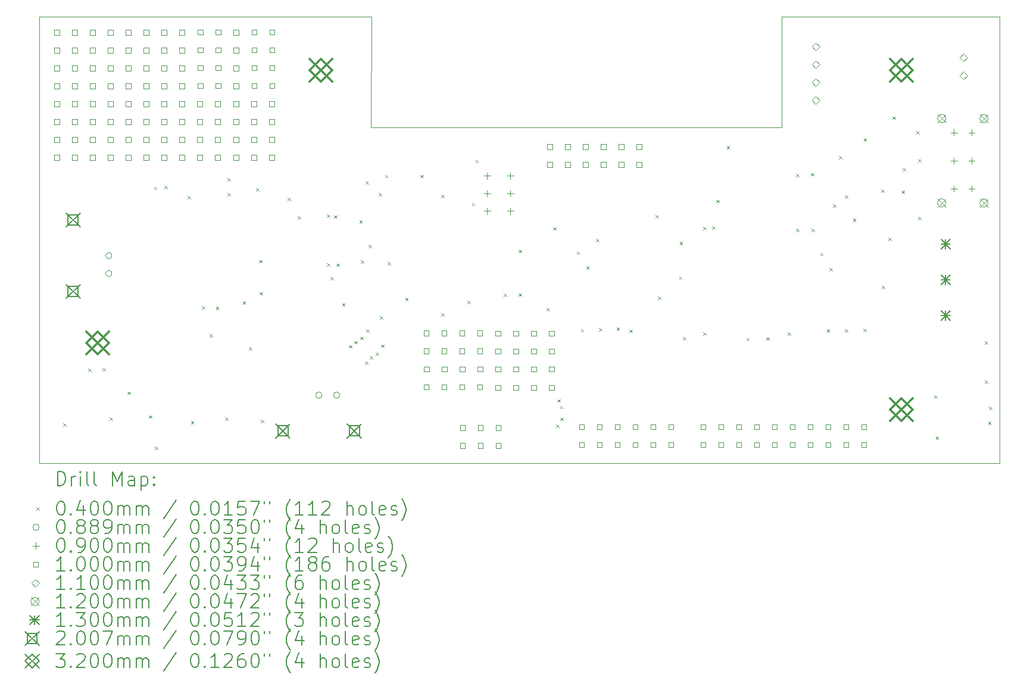
<source format=gbr>
%TF.GenerationSoftware,KiCad,Pcbnew,8.0.6*%
%TF.CreationDate,2025-06-21T10:28:06-07:00*%
%TF.ProjectId,complete_EPG,636f6d70-6c65-4746-955f-4550472e6b69,rev?*%
%TF.SameCoordinates,Original*%
%TF.FileFunction,Drillmap*%
%TF.FilePolarity,Positive*%
%FSLAX45Y45*%
G04 Gerber Fmt 4.5, Leading zero omitted, Abs format (unit mm)*
G04 Created by KiCad (PCBNEW 8.0.6) date 2025-06-21 10:28:06*
%MOMM*%
%LPD*%
G01*
G04 APERTURE LIST*
%ADD10C,0.100000*%
%ADD11C,0.200000*%
%ADD12C,0.110000*%
%ADD13C,0.120000*%
%ADD14C,0.130000*%
%ADD15C,0.200660*%
%ADD16C,0.320000*%
G04 APERTURE END LIST*
D10*
X6578800Y-2881700D02*
X6030800Y-2881700D01*
X1315300Y-1305700D02*
X1315300Y-7655700D01*
X11867800Y-2881700D02*
X6578800Y-2881700D01*
X14967800Y-7655700D02*
X14967800Y-1305700D01*
X6032800Y-1305700D02*
X1315300Y-1305700D01*
X11867800Y-1305700D02*
X11867800Y-2881700D01*
X6030800Y-2881700D02*
X6032800Y-1305700D01*
X14967800Y-1305700D02*
X11867800Y-1305700D01*
X1315300Y-7655700D02*
X14967800Y-7655700D01*
D11*
D10*
X1651550Y-7089450D02*
X1691550Y-7129450D01*
X1691550Y-7089450D02*
X1651550Y-7129450D01*
X2005300Y-6306950D02*
X2045300Y-6346950D01*
X2045300Y-6306950D02*
X2005300Y-6346950D01*
X2212800Y-6299450D02*
X2252800Y-6339450D01*
X2252800Y-6299450D02*
X2212800Y-6339450D01*
X2315300Y-7000700D02*
X2355300Y-7040700D01*
X2355300Y-7000700D02*
X2315300Y-7040700D01*
X2565300Y-6635700D02*
X2605300Y-6675700D01*
X2605300Y-6635700D02*
X2565300Y-6675700D01*
X2870800Y-6973700D02*
X2910800Y-7013700D01*
X2910800Y-6973700D02*
X2870800Y-7013700D01*
X2942800Y-3723200D02*
X2982800Y-3763200D01*
X2982800Y-3723200D02*
X2942800Y-3763200D01*
X2958977Y-7416700D02*
X2998977Y-7456700D01*
X2998977Y-7416700D02*
X2958977Y-7456700D01*
X3089050Y-3711950D02*
X3129050Y-3751950D01*
X3129050Y-3711950D02*
X3089050Y-3751950D01*
X3421300Y-3854700D02*
X3461300Y-3894700D01*
X3461300Y-3854700D02*
X3421300Y-3894700D01*
X3467000Y-7051500D02*
X3507000Y-7091500D01*
X3507000Y-7051500D02*
X3467000Y-7091500D01*
X3625300Y-5420000D02*
X3665300Y-5460000D01*
X3665300Y-5420000D02*
X3625300Y-5460000D01*
X3737800Y-5820450D02*
X3777800Y-5860450D01*
X3777800Y-5820450D02*
X3737800Y-5860450D01*
X3822600Y-5425900D02*
X3862600Y-5465900D01*
X3862600Y-5425900D02*
X3822600Y-5465900D01*
X3955300Y-7003200D02*
X3995300Y-7043200D01*
X3995300Y-7003200D02*
X3955300Y-7043200D01*
X3988750Y-3602700D02*
X4028750Y-3642700D01*
X4028750Y-3602700D02*
X3988750Y-3642700D01*
X3988750Y-3813700D02*
X4028750Y-3853700D01*
X4028750Y-3813700D02*
X3988750Y-3853700D01*
X4203600Y-5349700D02*
X4243600Y-5389700D01*
X4243600Y-5349700D02*
X4203600Y-5389700D01*
X4291550Y-6006950D02*
X4331550Y-6046950D01*
X4331550Y-6006950D02*
X4291550Y-6046950D01*
X4395800Y-3746700D02*
X4435800Y-3786700D01*
X4435800Y-3746700D02*
X4395800Y-3786700D01*
X4439800Y-4763700D02*
X4479800Y-4803700D01*
X4479800Y-4763700D02*
X4439800Y-4803700D01*
X4445800Y-5221700D02*
X4485800Y-5261700D01*
X4485800Y-5221700D02*
X4445800Y-5261700D01*
X4462800Y-7037700D02*
X4502800Y-7077700D01*
X4502800Y-7037700D02*
X4462800Y-7077700D01*
X4842300Y-3877700D02*
X4882300Y-3917700D01*
X4882300Y-3877700D02*
X4842300Y-3917700D01*
X4987800Y-4143200D02*
X5027800Y-4183200D01*
X5027800Y-4143200D02*
X4987800Y-4183200D01*
X5399800Y-4113700D02*
X5439800Y-4153700D01*
X5439800Y-4113700D02*
X5399800Y-4153700D01*
X5401800Y-4813700D02*
X5441800Y-4853700D01*
X5441800Y-4813700D02*
X5401800Y-4853700D01*
X5454800Y-5004950D02*
X5494800Y-5044950D01*
X5494800Y-5004950D02*
X5454800Y-5044950D01*
X5503800Y-4128700D02*
X5543800Y-4168700D01*
X5543800Y-4128700D02*
X5503800Y-4168700D01*
X5539075Y-4814750D02*
X5579075Y-4854750D01*
X5579075Y-4814750D02*
X5539075Y-4854750D01*
X5619800Y-5376700D02*
X5659800Y-5416700D01*
X5659800Y-5376700D02*
X5619800Y-5416700D01*
X5714288Y-5974340D02*
X5754288Y-6014340D01*
X5754288Y-5974340D02*
X5714288Y-6014340D01*
X5794794Y-5915020D02*
X5834794Y-5955020D01*
X5834794Y-5915020D02*
X5794794Y-5955020D01*
X5863090Y-4198220D02*
X5903090Y-4238220D01*
X5903090Y-4198220D02*
X5863090Y-4238220D01*
X5875300Y-5855700D02*
X5915300Y-5895700D01*
X5915300Y-5855700D02*
X5875300Y-5895700D01*
X5886300Y-4769700D02*
X5926300Y-4809700D01*
X5926300Y-4769700D02*
X5886300Y-4809700D01*
X5945724Y-6205776D02*
X5985724Y-6245776D01*
X5985724Y-6205776D02*
X5945724Y-6245776D01*
X5954800Y-3643700D02*
X5994800Y-3683700D01*
X5994800Y-3643700D02*
X5954800Y-3683700D01*
X5959800Y-5751700D02*
X5999800Y-5791700D01*
X5999800Y-5751700D02*
X5959800Y-5791700D01*
X5992800Y-4547600D02*
X6032800Y-4587600D01*
X6032800Y-4547600D02*
X5992800Y-4587600D01*
X6013338Y-6132099D02*
X6053338Y-6172099D01*
X6053338Y-6132099D02*
X6013338Y-6172099D01*
X6099550Y-6079950D02*
X6139550Y-6119950D01*
X6139550Y-6079950D02*
X6099550Y-6119950D01*
X6140300Y-3810700D02*
X6180300Y-3850700D01*
X6180300Y-3810700D02*
X6140300Y-3850700D01*
X6153550Y-5564950D02*
X6193550Y-5604950D01*
X6193550Y-5564950D02*
X6153550Y-5604950D01*
X6174707Y-5966607D02*
X6214707Y-6006607D01*
X6214707Y-5966607D02*
X6174707Y-6006607D01*
X6228300Y-3553700D02*
X6268300Y-3593700D01*
X6268300Y-3553700D02*
X6228300Y-3593700D01*
X6267300Y-4792700D02*
X6307300Y-4832700D01*
X6307300Y-4792700D02*
X6267300Y-4832700D01*
X6515000Y-5298900D02*
X6555000Y-5338900D01*
X6555000Y-5298900D02*
X6515000Y-5338900D01*
X6730800Y-3553700D02*
X6770800Y-3593700D01*
X6770800Y-3553700D02*
X6730800Y-3593700D01*
X7025800Y-5522700D02*
X7065800Y-5562700D01*
X7065800Y-5522700D02*
X7025800Y-5562700D01*
X7029300Y-3838200D02*
X7069300Y-3878200D01*
X7069300Y-3838200D02*
X7029300Y-3878200D01*
X7398800Y-5346700D02*
X7438800Y-5386700D01*
X7438800Y-5346700D02*
X7398800Y-5386700D01*
X7463800Y-3951700D02*
X7503800Y-3991700D01*
X7503800Y-3951700D02*
X7463800Y-3991700D01*
X7514800Y-3341700D02*
X7554800Y-3381700D01*
X7554800Y-3341700D02*
X7514800Y-3381700D01*
X7917800Y-5240700D02*
X7957800Y-5280700D01*
X7957800Y-5240700D02*
X7917800Y-5280700D01*
X8127800Y-4620700D02*
X8167800Y-4660700D01*
X8167800Y-4620700D02*
X8127800Y-4660700D01*
X8127800Y-5238200D02*
X8167800Y-5278200D01*
X8167800Y-5238200D02*
X8127800Y-5278200D01*
X8525300Y-5448200D02*
X8565300Y-5488200D01*
X8565300Y-5448200D02*
X8525300Y-5488200D01*
X8622800Y-4298700D02*
X8662800Y-4338700D01*
X8662800Y-4298700D02*
X8622800Y-4338700D01*
X8659800Y-7103700D02*
X8699800Y-7143700D01*
X8699800Y-7103700D02*
X8659800Y-7143700D01*
X8682300Y-6745200D02*
X8722300Y-6785200D01*
X8722300Y-6745200D02*
X8682300Y-6785200D01*
X8718300Y-6839200D02*
X8758300Y-6879200D01*
X8758300Y-6839200D02*
X8718300Y-6879200D01*
X8719800Y-7008700D02*
X8759800Y-7048700D01*
X8759800Y-7008700D02*
X8719800Y-7048700D01*
X8953550Y-4646450D02*
X8993550Y-4686450D01*
X8993550Y-4646450D02*
X8953550Y-4686450D01*
X9013800Y-5746700D02*
X9053800Y-5786700D01*
X9053800Y-5746700D02*
X9013800Y-5786700D01*
X9090300Y-4853200D02*
X9130300Y-4893200D01*
X9130300Y-4853200D02*
X9090300Y-4893200D01*
X9230300Y-4460700D02*
X9270300Y-4500700D01*
X9270300Y-4460700D02*
X9230300Y-4500700D01*
X9274800Y-5733700D02*
X9314800Y-5773700D01*
X9314800Y-5733700D02*
X9274800Y-5773700D01*
X9522800Y-5726700D02*
X9562800Y-5766700D01*
X9562800Y-5726700D02*
X9522800Y-5766700D01*
X9700800Y-5754700D02*
X9740800Y-5794700D01*
X9740800Y-5754700D02*
X9700800Y-5794700D01*
X10074050Y-4121950D02*
X10114050Y-4161950D01*
X10114050Y-4121950D02*
X10074050Y-4161950D01*
X10107800Y-5285700D02*
X10147800Y-5325700D01*
X10147800Y-5285700D02*
X10107800Y-5325700D01*
X10409800Y-5001700D02*
X10449800Y-5041700D01*
X10449800Y-5001700D02*
X10409800Y-5041700D01*
X10418900Y-4504300D02*
X10458900Y-4544300D01*
X10458900Y-4504300D02*
X10418900Y-4544300D01*
X10462800Y-5863300D02*
X10502800Y-5903300D01*
X10502800Y-5863300D02*
X10462800Y-5903300D01*
X10752050Y-4296450D02*
X10792050Y-4336450D01*
X10792050Y-4296450D02*
X10752050Y-4336450D01*
X10756300Y-5792200D02*
X10796300Y-5832200D01*
X10796300Y-5792200D02*
X10756300Y-5832200D01*
X10882800Y-4283200D02*
X10922800Y-4323200D01*
X10922800Y-4283200D02*
X10882800Y-4323200D01*
X10940800Y-3908700D02*
X10980800Y-3948700D01*
X10980800Y-3908700D02*
X10940800Y-3948700D01*
X11089300Y-3140200D02*
X11129300Y-3180200D01*
X11129300Y-3140200D02*
X11089300Y-3180200D01*
X11367318Y-5874182D02*
X11407318Y-5914182D01*
X11407318Y-5874182D02*
X11367318Y-5914182D01*
X11652800Y-5863700D02*
X11692800Y-5903700D01*
X11692800Y-5863700D02*
X11652800Y-5903700D01*
X11954800Y-5792700D02*
X11994800Y-5832700D01*
X11994800Y-5792700D02*
X11954800Y-5832700D01*
X12075050Y-4322450D02*
X12115050Y-4362450D01*
X12115050Y-4322450D02*
X12075050Y-4362450D01*
X12076800Y-3541450D02*
X12116800Y-3581450D01*
X12116800Y-3541450D02*
X12076800Y-3581450D01*
X12284300Y-3526950D02*
X12324300Y-3566950D01*
X12324300Y-3526950D02*
X12284300Y-3566950D01*
X12293800Y-4316700D02*
X12333800Y-4356700D01*
X12333800Y-4316700D02*
X12293800Y-4356700D01*
X12417800Y-4662700D02*
X12457800Y-4702700D01*
X12457800Y-4662700D02*
X12417800Y-4702700D01*
X12510800Y-5747700D02*
X12550800Y-5787700D01*
X12550800Y-5747700D02*
X12510800Y-5787700D01*
X12550800Y-4879700D02*
X12590800Y-4919700D01*
X12590800Y-4879700D02*
X12550800Y-4919700D01*
X12597800Y-3971700D02*
X12637800Y-4011700D01*
X12637800Y-3971700D02*
X12597800Y-4011700D01*
X12687050Y-3289200D02*
X12727050Y-3329200D01*
X12727050Y-3289200D02*
X12687050Y-3329200D01*
X12765800Y-3848350D02*
X12805800Y-3888350D01*
X12805800Y-3848350D02*
X12765800Y-3888350D01*
X12767800Y-5748700D02*
X12807800Y-5788700D01*
X12807800Y-5748700D02*
X12767800Y-5788700D01*
X12882800Y-4178700D02*
X12922800Y-4218700D01*
X12922800Y-4178700D02*
X12882800Y-4218700D01*
X13033800Y-5744700D02*
X13073800Y-5784700D01*
X13073800Y-5744700D02*
X13033800Y-5784700D01*
X13036050Y-3035450D02*
X13076050Y-3075450D01*
X13076050Y-3035450D02*
X13036050Y-3075450D01*
X13287800Y-3757750D02*
X13327800Y-3797750D01*
X13327800Y-3757750D02*
X13287800Y-3797750D01*
X13293800Y-5130700D02*
X13333800Y-5170700D01*
X13333800Y-5130700D02*
X13293800Y-5170700D01*
X13386800Y-4443700D02*
X13426800Y-4483700D01*
X13426800Y-4443700D02*
X13386800Y-4483700D01*
X13445800Y-2723700D02*
X13485800Y-2763700D01*
X13485800Y-2723700D02*
X13445800Y-2763700D01*
X13576800Y-3775700D02*
X13616800Y-3815700D01*
X13616800Y-3775700D02*
X13576800Y-3815700D01*
X13590800Y-3456700D02*
X13630800Y-3496700D01*
X13630800Y-3456700D02*
X13590800Y-3496700D01*
X13781800Y-2932700D02*
X13821800Y-2972700D01*
X13821800Y-2932700D02*
X13781800Y-2972700D01*
X13812887Y-3330787D02*
X13852887Y-3370787D01*
X13852887Y-3330787D02*
X13812887Y-3370787D01*
X13812887Y-4150700D02*
X13852887Y-4190700D01*
X13852887Y-4150700D02*
X13812887Y-4190700D01*
X14040800Y-6690700D02*
X14080800Y-6730700D01*
X14080800Y-6690700D02*
X14040800Y-6730700D01*
X14058800Y-7275700D02*
X14098800Y-7315700D01*
X14098800Y-7275700D02*
X14058800Y-7315700D01*
X14756800Y-5919700D02*
X14796800Y-5959700D01*
X14796800Y-5919700D02*
X14756800Y-5959700D01*
X14756800Y-6480700D02*
X14796800Y-6520700D01*
X14796800Y-6480700D02*
X14756800Y-6520700D01*
X14804800Y-7063700D02*
X14844800Y-7103700D01*
X14844800Y-7063700D02*
X14804800Y-7103700D01*
X14818800Y-6848700D02*
X14858800Y-6888700D01*
X14858800Y-6848700D02*
X14818800Y-6888700D01*
X2345000Y-4703700D02*
G75*
G02*
X2256100Y-4703700I-44450J0D01*
G01*
X2256100Y-4703700D02*
G75*
G02*
X2345000Y-4703700I44450J0D01*
G01*
X2345000Y-4957700D02*
G75*
G02*
X2256100Y-4957700I-44450J0D01*
G01*
X2256100Y-4957700D02*
G75*
G02*
X2345000Y-4957700I44450J0D01*
G01*
X5330250Y-6686950D02*
G75*
G02*
X5241350Y-6686950I-44450J0D01*
G01*
X5241350Y-6686950D02*
G75*
G02*
X5330250Y-6686950I44450J0D01*
G01*
X5584250Y-6686950D02*
G75*
G02*
X5495350Y-6686950I-44450J0D01*
G01*
X5495350Y-6686950D02*
G75*
G02*
X5584250Y-6686950I44450J0D01*
G01*
X7681050Y-3522700D02*
X7681050Y-3612700D01*
X7636050Y-3567700D02*
X7726050Y-3567700D01*
X7681050Y-3772700D02*
X7681050Y-3862700D01*
X7636050Y-3817700D02*
X7726050Y-3817700D01*
X7681050Y-4022700D02*
X7681050Y-4112700D01*
X7636050Y-4067700D02*
X7726050Y-4067700D01*
X8011050Y-3522700D02*
X8011050Y-3612700D01*
X7966050Y-3567700D02*
X8056050Y-3567700D01*
X8011050Y-3772700D02*
X8011050Y-3862700D01*
X7966050Y-3817700D02*
X8056050Y-3817700D01*
X8011050Y-4022700D02*
X8011050Y-4112700D01*
X7966050Y-4067700D02*
X8056050Y-4067700D01*
X14320800Y-2907700D02*
X14320800Y-2997700D01*
X14275800Y-2952700D02*
X14365800Y-2952700D01*
X14320800Y-3307700D02*
X14320800Y-3397700D01*
X14275800Y-3352700D02*
X14365800Y-3352700D01*
X14320800Y-3707700D02*
X14320800Y-3797700D01*
X14275800Y-3752700D02*
X14365800Y-3752700D01*
X14570800Y-2907700D02*
X14570800Y-2997700D01*
X14525800Y-2952700D02*
X14615800Y-2952700D01*
X14570800Y-3307700D02*
X14570800Y-3397700D01*
X14525800Y-3352700D02*
X14615800Y-3352700D01*
X14570800Y-3707700D02*
X14570800Y-3797700D01*
X14525800Y-3752700D02*
X14615800Y-3752700D01*
X1598156Y-1564056D02*
X1598156Y-1493344D01*
X1527444Y-1493344D01*
X1527444Y-1564056D01*
X1598156Y-1564056D01*
X1598156Y-1818056D02*
X1598156Y-1747344D01*
X1527444Y-1747344D01*
X1527444Y-1818056D01*
X1598156Y-1818056D01*
X1598156Y-2072056D02*
X1598156Y-2001344D01*
X1527444Y-2001344D01*
X1527444Y-2072056D01*
X1598156Y-2072056D01*
X1598156Y-2326056D02*
X1598156Y-2255344D01*
X1527444Y-2255344D01*
X1527444Y-2326056D01*
X1598156Y-2326056D01*
X1598156Y-2580056D02*
X1598156Y-2509344D01*
X1527444Y-2509344D01*
X1527444Y-2580056D01*
X1598156Y-2580056D01*
X1598156Y-2834056D02*
X1598156Y-2763344D01*
X1527444Y-2763344D01*
X1527444Y-2834056D01*
X1598156Y-2834056D01*
X1598156Y-3088056D02*
X1598156Y-3017344D01*
X1527444Y-3017344D01*
X1527444Y-3088056D01*
X1598156Y-3088056D01*
X1598156Y-3342056D02*
X1598156Y-3271344D01*
X1527444Y-3271344D01*
X1527444Y-3342056D01*
X1598156Y-3342056D01*
X1852156Y-1564056D02*
X1852156Y-1493344D01*
X1781444Y-1493344D01*
X1781444Y-1564056D01*
X1852156Y-1564056D01*
X1852156Y-1818056D02*
X1852156Y-1747344D01*
X1781444Y-1747344D01*
X1781444Y-1818056D01*
X1852156Y-1818056D01*
X1852156Y-2072056D02*
X1852156Y-2001344D01*
X1781444Y-2001344D01*
X1781444Y-2072056D01*
X1852156Y-2072056D01*
X1852156Y-2326056D02*
X1852156Y-2255344D01*
X1781444Y-2255344D01*
X1781444Y-2326056D01*
X1852156Y-2326056D01*
X1852156Y-2580056D02*
X1852156Y-2509344D01*
X1781444Y-2509344D01*
X1781444Y-2580056D01*
X1852156Y-2580056D01*
X1852156Y-2834056D02*
X1852156Y-2763344D01*
X1781444Y-2763344D01*
X1781444Y-2834056D01*
X1852156Y-2834056D01*
X1852156Y-3088056D02*
X1852156Y-3017344D01*
X1781444Y-3017344D01*
X1781444Y-3088056D01*
X1852156Y-3088056D01*
X1852156Y-3342056D02*
X1852156Y-3271344D01*
X1781444Y-3271344D01*
X1781444Y-3342056D01*
X1852156Y-3342056D01*
X2106156Y-1564056D02*
X2106156Y-1493344D01*
X2035444Y-1493344D01*
X2035444Y-1564056D01*
X2106156Y-1564056D01*
X2106156Y-1818056D02*
X2106156Y-1747344D01*
X2035444Y-1747344D01*
X2035444Y-1818056D01*
X2106156Y-1818056D01*
X2106156Y-2072056D02*
X2106156Y-2001344D01*
X2035444Y-2001344D01*
X2035444Y-2072056D01*
X2106156Y-2072056D01*
X2106156Y-2326056D02*
X2106156Y-2255344D01*
X2035444Y-2255344D01*
X2035444Y-2326056D01*
X2106156Y-2326056D01*
X2106156Y-2580056D02*
X2106156Y-2509344D01*
X2035444Y-2509344D01*
X2035444Y-2580056D01*
X2106156Y-2580056D01*
X2106156Y-2834056D02*
X2106156Y-2763344D01*
X2035444Y-2763344D01*
X2035444Y-2834056D01*
X2106156Y-2834056D01*
X2106156Y-3088056D02*
X2106156Y-3017344D01*
X2035444Y-3017344D01*
X2035444Y-3088056D01*
X2106156Y-3088056D01*
X2106156Y-3342056D02*
X2106156Y-3271344D01*
X2035444Y-3271344D01*
X2035444Y-3342056D01*
X2106156Y-3342056D01*
X2360156Y-1564056D02*
X2360156Y-1493344D01*
X2289444Y-1493344D01*
X2289444Y-1564056D01*
X2360156Y-1564056D01*
X2360156Y-1818056D02*
X2360156Y-1747344D01*
X2289444Y-1747344D01*
X2289444Y-1818056D01*
X2360156Y-1818056D01*
X2360156Y-2072056D02*
X2360156Y-2001344D01*
X2289444Y-2001344D01*
X2289444Y-2072056D01*
X2360156Y-2072056D01*
X2360156Y-2326056D02*
X2360156Y-2255344D01*
X2289444Y-2255344D01*
X2289444Y-2326056D01*
X2360156Y-2326056D01*
X2360156Y-2580056D02*
X2360156Y-2509344D01*
X2289444Y-2509344D01*
X2289444Y-2580056D01*
X2360156Y-2580056D01*
X2360156Y-2834056D02*
X2360156Y-2763344D01*
X2289444Y-2763344D01*
X2289444Y-2834056D01*
X2360156Y-2834056D01*
X2360156Y-3088056D02*
X2360156Y-3017344D01*
X2289444Y-3017344D01*
X2289444Y-3088056D01*
X2360156Y-3088056D01*
X2360156Y-3342056D02*
X2360156Y-3271344D01*
X2289444Y-3271344D01*
X2289444Y-3342056D01*
X2360156Y-3342056D01*
X2614156Y-1564056D02*
X2614156Y-1493344D01*
X2543444Y-1493344D01*
X2543444Y-1564056D01*
X2614156Y-1564056D01*
X2614156Y-1818056D02*
X2614156Y-1747344D01*
X2543444Y-1747344D01*
X2543444Y-1818056D01*
X2614156Y-1818056D01*
X2614156Y-2072056D02*
X2614156Y-2001344D01*
X2543444Y-2001344D01*
X2543444Y-2072056D01*
X2614156Y-2072056D01*
X2614156Y-2326056D02*
X2614156Y-2255344D01*
X2543444Y-2255344D01*
X2543444Y-2326056D01*
X2614156Y-2326056D01*
X2614156Y-2580056D02*
X2614156Y-2509344D01*
X2543444Y-2509344D01*
X2543444Y-2580056D01*
X2614156Y-2580056D01*
X2614156Y-2834056D02*
X2614156Y-2763344D01*
X2543444Y-2763344D01*
X2543444Y-2834056D01*
X2614156Y-2834056D01*
X2614156Y-3088056D02*
X2614156Y-3017344D01*
X2543444Y-3017344D01*
X2543444Y-3088056D01*
X2614156Y-3088056D01*
X2614156Y-3342056D02*
X2614156Y-3271344D01*
X2543444Y-3271344D01*
X2543444Y-3342056D01*
X2614156Y-3342056D01*
X2868156Y-1564056D02*
X2868156Y-1493344D01*
X2797444Y-1493344D01*
X2797444Y-1564056D01*
X2868156Y-1564056D01*
X2868156Y-1818056D02*
X2868156Y-1747344D01*
X2797444Y-1747344D01*
X2797444Y-1818056D01*
X2868156Y-1818056D01*
X2868156Y-2072056D02*
X2868156Y-2001344D01*
X2797444Y-2001344D01*
X2797444Y-2072056D01*
X2868156Y-2072056D01*
X2868156Y-2326056D02*
X2868156Y-2255344D01*
X2797444Y-2255344D01*
X2797444Y-2326056D01*
X2868156Y-2326056D01*
X2868156Y-2580056D02*
X2868156Y-2509344D01*
X2797444Y-2509344D01*
X2797444Y-2580056D01*
X2868156Y-2580056D01*
X2868156Y-2834056D02*
X2868156Y-2763344D01*
X2797444Y-2763344D01*
X2797444Y-2834056D01*
X2868156Y-2834056D01*
X2868156Y-3088056D02*
X2868156Y-3017344D01*
X2797444Y-3017344D01*
X2797444Y-3088056D01*
X2868156Y-3088056D01*
X2868156Y-3342056D02*
X2868156Y-3271344D01*
X2797444Y-3271344D01*
X2797444Y-3342056D01*
X2868156Y-3342056D01*
X3122156Y-1564056D02*
X3122156Y-1493344D01*
X3051444Y-1493344D01*
X3051444Y-1564056D01*
X3122156Y-1564056D01*
X3122156Y-1818056D02*
X3122156Y-1747344D01*
X3051444Y-1747344D01*
X3051444Y-1818056D01*
X3122156Y-1818056D01*
X3122156Y-2072056D02*
X3122156Y-2001344D01*
X3051444Y-2001344D01*
X3051444Y-2072056D01*
X3122156Y-2072056D01*
X3122156Y-2326056D02*
X3122156Y-2255344D01*
X3051444Y-2255344D01*
X3051444Y-2326056D01*
X3122156Y-2326056D01*
X3122156Y-2580056D02*
X3122156Y-2509344D01*
X3051444Y-2509344D01*
X3051444Y-2580056D01*
X3122156Y-2580056D01*
X3122156Y-2834056D02*
X3122156Y-2763344D01*
X3051444Y-2763344D01*
X3051444Y-2834056D01*
X3122156Y-2834056D01*
X3122156Y-3088056D02*
X3122156Y-3017344D01*
X3051444Y-3017344D01*
X3051444Y-3088056D01*
X3122156Y-3088056D01*
X3122156Y-3342056D02*
X3122156Y-3271344D01*
X3051444Y-3271344D01*
X3051444Y-3342056D01*
X3122156Y-3342056D01*
X3376156Y-1564056D02*
X3376156Y-1493344D01*
X3305444Y-1493344D01*
X3305444Y-1564056D01*
X3376156Y-1564056D01*
X3376156Y-1818056D02*
X3376156Y-1747344D01*
X3305444Y-1747344D01*
X3305444Y-1818056D01*
X3376156Y-1818056D01*
X3376156Y-2072056D02*
X3376156Y-2001344D01*
X3305444Y-2001344D01*
X3305444Y-2072056D01*
X3376156Y-2072056D01*
X3376156Y-2326056D02*
X3376156Y-2255344D01*
X3305444Y-2255344D01*
X3305444Y-2326056D01*
X3376156Y-2326056D01*
X3376156Y-2580056D02*
X3376156Y-2509344D01*
X3305444Y-2509344D01*
X3305444Y-2580056D01*
X3376156Y-2580056D01*
X3376156Y-2834056D02*
X3376156Y-2763344D01*
X3305444Y-2763344D01*
X3305444Y-2834056D01*
X3376156Y-2834056D01*
X3376156Y-3088056D02*
X3376156Y-3017344D01*
X3305444Y-3017344D01*
X3305444Y-3088056D01*
X3376156Y-3088056D01*
X3376156Y-3342056D02*
X3376156Y-3271344D01*
X3305444Y-3271344D01*
X3305444Y-3342056D01*
X3376156Y-3342056D01*
X3630156Y-2580056D02*
X3630156Y-2509344D01*
X3559444Y-2509344D01*
X3559444Y-2580056D01*
X3630156Y-2580056D01*
X3630156Y-2834056D02*
X3630156Y-2763344D01*
X3559444Y-2763344D01*
X3559444Y-2834056D01*
X3630156Y-2834056D01*
X3630156Y-3088056D02*
X3630156Y-3017344D01*
X3559444Y-3017344D01*
X3559444Y-3088056D01*
X3630156Y-3088056D01*
X3630156Y-3342056D02*
X3630156Y-3271344D01*
X3559444Y-3271344D01*
X3559444Y-3342056D01*
X3630156Y-3342056D01*
X3637156Y-1560056D02*
X3637156Y-1489344D01*
X3566444Y-1489344D01*
X3566444Y-1560056D01*
X3637156Y-1560056D01*
X3637156Y-1814056D02*
X3637156Y-1743344D01*
X3566444Y-1743344D01*
X3566444Y-1814056D01*
X3637156Y-1814056D01*
X3637156Y-2068056D02*
X3637156Y-1997344D01*
X3566444Y-1997344D01*
X3566444Y-2068056D01*
X3637156Y-2068056D01*
X3637156Y-2322056D02*
X3637156Y-2251344D01*
X3566444Y-2251344D01*
X3566444Y-2322056D01*
X3637156Y-2322056D01*
X3884156Y-2580056D02*
X3884156Y-2509344D01*
X3813444Y-2509344D01*
X3813444Y-2580056D01*
X3884156Y-2580056D01*
X3884156Y-2834056D02*
X3884156Y-2763344D01*
X3813444Y-2763344D01*
X3813444Y-2834056D01*
X3884156Y-2834056D01*
X3884156Y-3088056D02*
X3884156Y-3017344D01*
X3813444Y-3017344D01*
X3813444Y-3088056D01*
X3884156Y-3088056D01*
X3884156Y-3342056D02*
X3884156Y-3271344D01*
X3813444Y-3271344D01*
X3813444Y-3342056D01*
X3884156Y-3342056D01*
X3891156Y-1560056D02*
X3891156Y-1489344D01*
X3820444Y-1489344D01*
X3820444Y-1560056D01*
X3891156Y-1560056D01*
X3891156Y-1814056D02*
X3891156Y-1743344D01*
X3820444Y-1743344D01*
X3820444Y-1814056D01*
X3891156Y-1814056D01*
X3891156Y-2068056D02*
X3891156Y-1997344D01*
X3820444Y-1997344D01*
X3820444Y-2068056D01*
X3891156Y-2068056D01*
X3891156Y-2322056D02*
X3891156Y-2251344D01*
X3820444Y-2251344D01*
X3820444Y-2322056D01*
X3891156Y-2322056D01*
X4145656Y-1563556D02*
X4145656Y-1492844D01*
X4074944Y-1492844D01*
X4074944Y-1563556D01*
X4145656Y-1563556D01*
X4145656Y-1817556D02*
X4145656Y-1746844D01*
X4074944Y-1746844D01*
X4074944Y-1817556D01*
X4145656Y-1817556D01*
X4145656Y-2071556D02*
X4145656Y-2000844D01*
X4074944Y-2000844D01*
X4074944Y-2071556D01*
X4145656Y-2071556D01*
X4145656Y-2325556D02*
X4145656Y-2254844D01*
X4074944Y-2254844D01*
X4074944Y-2325556D01*
X4145656Y-2325556D01*
X4145656Y-2579556D02*
X4145656Y-2508844D01*
X4074944Y-2508844D01*
X4074944Y-2579556D01*
X4145656Y-2579556D01*
X4145656Y-2833556D02*
X4145656Y-2762844D01*
X4074944Y-2762844D01*
X4074944Y-2833556D01*
X4145656Y-2833556D01*
X4145656Y-3087556D02*
X4145656Y-3016844D01*
X4074944Y-3016844D01*
X4074944Y-3087556D01*
X4145656Y-3087556D01*
X4145656Y-3341556D02*
X4145656Y-3270844D01*
X4074944Y-3270844D01*
X4074944Y-3341556D01*
X4145656Y-3341556D01*
X4399656Y-2579556D02*
X4399656Y-2508844D01*
X4328944Y-2508844D01*
X4328944Y-2579556D01*
X4399656Y-2579556D01*
X4399656Y-2833556D02*
X4399656Y-2762844D01*
X4328944Y-2762844D01*
X4328944Y-2833556D01*
X4399656Y-2833556D01*
X4399656Y-3087556D02*
X4399656Y-3016844D01*
X4328944Y-3016844D01*
X4328944Y-3087556D01*
X4399656Y-3087556D01*
X4399656Y-3341556D02*
X4399656Y-3270844D01*
X4328944Y-3270844D01*
X4328944Y-3341556D01*
X4399656Y-3341556D01*
X4406656Y-1559556D02*
X4406656Y-1488844D01*
X4335944Y-1488844D01*
X4335944Y-1559556D01*
X4406656Y-1559556D01*
X4406656Y-1813556D02*
X4406656Y-1742844D01*
X4335944Y-1742844D01*
X4335944Y-1813556D01*
X4406656Y-1813556D01*
X4406656Y-2067556D02*
X4406656Y-1996844D01*
X4335944Y-1996844D01*
X4335944Y-2067556D01*
X4406656Y-2067556D01*
X4406656Y-2321556D02*
X4406656Y-2250844D01*
X4335944Y-2250844D01*
X4335944Y-2321556D01*
X4406656Y-2321556D01*
X4653656Y-2579556D02*
X4653656Y-2508844D01*
X4582944Y-2508844D01*
X4582944Y-2579556D01*
X4653656Y-2579556D01*
X4653656Y-2833556D02*
X4653656Y-2762844D01*
X4582944Y-2762844D01*
X4582944Y-2833556D01*
X4653656Y-2833556D01*
X4653656Y-3087556D02*
X4653656Y-3016844D01*
X4582944Y-3016844D01*
X4582944Y-3087556D01*
X4653656Y-3087556D01*
X4653656Y-3341556D02*
X4653656Y-3270844D01*
X4582944Y-3270844D01*
X4582944Y-3341556D01*
X4653656Y-3341556D01*
X4660656Y-1559556D02*
X4660656Y-1488844D01*
X4589944Y-1488844D01*
X4589944Y-1559556D01*
X4660656Y-1559556D01*
X4660656Y-1813556D02*
X4660656Y-1742844D01*
X4589944Y-1742844D01*
X4589944Y-1813556D01*
X4660656Y-1813556D01*
X4660656Y-2067556D02*
X4660656Y-1996844D01*
X4589944Y-1996844D01*
X4589944Y-2067556D01*
X4660656Y-2067556D01*
X4660656Y-2321556D02*
X4660656Y-2250844D01*
X4589944Y-2250844D01*
X4589944Y-2321556D01*
X4660656Y-2321556D01*
X6850156Y-5839056D02*
X6850156Y-5768344D01*
X6779444Y-5768344D01*
X6779444Y-5839056D01*
X6850156Y-5839056D01*
X6850156Y-6093056D02*
X6850156Y-6022344D01*
X6779444Y-6022344D01*
X6779444Y-6093056D01*
X6850156Y-6093056D01*
X6850656Y-6608556D02*
X6850656Y-6537844D01*
X6779944Y-6537844D01*
X6779944Y-6608556D01*
X6850656Y-6608556D01*
X6854156Y-6354056D02*
X6854156Y-6283344D01*
X6783444Y-6283344D01*
X6783444Y-6354056D01*
X6854156Y-6354056D01*
X7104156Y-5839056D02*
X7104156Y-5768344D01*
X7033444Y-5768344D01*
X7033444Y-5839056D01*
X7104156Y-5839056D01*
X7104156Y-6093056D02*
X7104156Y-6022344D01*
X7033444Y-6022344D01*
X7033444Y-6093056D01*
X7104156Y-6093056D01*
X7104656Y-6608556D02*
X7104656Y-6537844D01*
X7033944Y-6537844D01*
X7033944Y-6608556D01*
X7104656Y-6608556D01*
X7108156Y-6354056D02*
X7108156Y-6283344D01*
X7037444Y-6283344D01*
X7037444Y-6354056D01*
X7108156Y-6354056D01*
X7358156Y-5839056D02*
X7358156Y-5768344D01*
X7287444Y-5768344D01*
X7287444Y-5839056D01*
X7358156Y-5839056D01*
X7358156Y-6093056D02*
X7358156Y-6022344D01*
X7287444Y-6022344D01*
X7287444Y-6093056D01*
X7358156Y-6093056D01*
X7358656Y-6608556D02*
X7358656Y-6537844D01*
X7287944Y-6537844D01*
X7287944Y-6608556D01*
X7358656Y-6608556D01*
X7362156Y-6354056D02*
X7362156Y-6283344D01*
X7291444Y-6283344D01*
X7291444Y-6354056D01*
X7362156Y-6354056D01*
X7366156Y-7187056D02*
X7366156Y-7116344D01*
X7295444Y-7116344D01*
X7295444Y-7187056D01*
X7366156Y-7187056D01*
X7366156Y-7441056D02*
X7366156Y-7370344D01*
X7295444Y-7370344D01*
X7295444Y-7441056D01*
X7366156Y-7441056D01*
X7612156Y-5839056D02*
X7612156Y-5768344D01*
X7541444Y-5768344D01*
X7541444Y-5839056D01*
X7612156Y-5839056D01*
X7612156Y-6093056D02*
X7612156Y-6022344D01*
X7541444Y-6022344D01*
X7541444Y-6093056D01*
X7612156Y-6093056D01*
X7612656Y-6608556D02*
X7612656Y-6537844D01*
X7541944Y-6537844D01*
X7541944Y-6608556D01*
X7612656Y-6608556D01*
X7616156Y-6354056D02*
X7616156Y-6283344D01*
X7545444Y-6283344D01*
X7545444Y-6354056D01*
X7616156Y-6354056D01*
X7620156Y-7187056D02*
X7620156Y-7116344D01*
X7549444Y-7116344D01*
X7549444Y-7187056D01*
X7620156Y-7187056D01*
X7620156Y-7441056D02*
X7620156Y-7370344D01*
X7549444Y-7370344D01*
X7549444Y-7441056D01*
X7620156Y-7441056D01*
X7870156Y-5846056D02*
X7870156Y-5775344D01*
X7799444Y-5775344D01*
X7799444Y-5846056D01*
X7870156Y-5846056D01*
X7870156Y-6100056D02*
X7870156Y-6029344D01*
X7799444Y-6029344D01*
X7799444Y-6100056D01*
X7870156Y-6100056D01*
X7870156Y-6354056D02*
X7870156Y-6283344D01*
X7799444Y-6283344D01*
X7799444Y-6354056D01*
X7870156Y-6354056D01*
X7870656Y-6615556D02*
X7870656Y-6544844D01*
X7799944Y-6544844D01*
X7799944Y-6615556D01*
X7870656Y-6615556D01*
X7874156Y-7187056D02*
X7874156Y-7116344D01*
X7803444Y-7116344D01*
X7803444Y-7187056D01*
X7874156Y-7187056D01*
X7874156Y-7441056D02*
X7874156Y-7370344D01*
X7803444Y-7370344D01*
X7803444Y-7441056D01*
X7874156Y-7441056D01*
X8124156Y-5846056D02*
X8124156Y-5775344D01*
X8053444Y-5775344D01*
X8053444Y-5846056D01*
X8124156Y-5846056D01*
X8124156Y-6100056D02*
X8124156Y-6029344D01*
X8053444Y-6029344D01*
X8053444Y-6100056D01*
X8124156Y-6100056D01*
X8124156Y-6354056D02*
X8124156Y-6283344D01*
X8053444Y-6283344D01*
X8053444Y-6354056D01*
X8124156Y-6354056D01*
X8124656Y-6615556D02*
X8124656Y-6544844D01*
X8053944Y-6544844D01*
X8053944Y-6615556D01*
X8124656Y-6615556D01*
X8378156Y-5846056D02*
X8378156Y-5775344D01*
X8307444Y-5775344D01*
X8307444Y-5846056D01*
X8378156Y-5846056D01*
X8378156Y-6100056D02*
X8378156Y-6029344D01*
X8307444Y-6029344D01*
X8307444Y-6100056D01*
X8378156Y-6100056D01*
X8378156Y-6354056D02*
X8378156Y-6283344D01*
X8307444Y-6283344D01*
X8307444Y-6354056D01*
X8378156Y-6354056D01*
X8378656Y-6615556D02*
X8378656Y-6544844D01*
X8307944Y-6544844D01*
X8307944Y-6615556D01*
X8378656Y-6615556D01*
X8607276Y-3191056D02*
X8607276Y-3120344D01*
X8536564Y-3120344D01*
X8536564Y-3191056D01*
X8607276Y-3191056D01*
X8607276Y-3445056D02*
X8607276Y-3374344D01*
X8536564Y-3374344D01*
X8536564Y-3445056D01*
X8607276Y-3445056D01*
X8632156Y-5846056D02*
X8632156Y-5775344D01*
X8561444Y-5775344D01*
X8561444Y-5846056D01*
X8632156Y-5846056D01*
X8632156Y-6100056D02*
X8632156Y-6029344D01*
X8561444Y-6029344D01*
X8561444Y-6100056D01*
X8632156Y-6100056D01*
X8632156Y-6354056D02*
X8632156Y-6283344D01*
X8561444Y-6283344D01*
X8561444Y-6354056D01*
X8632156Y-6354056D01*
X8632656Y-6615556D02*
X8632656Y-6544844D01*
X8561944Y-6544844D01*
X8561944Y-6615556D01*
X8632656Y-6615556D01*
X8861276Y-3191056D02*
X8861276Y-3120344D01*
X8790564Y-3120344D01*
X8790564Y-3191056D01*
X8861276Y-3191056D01*
X8861276Y-3445056D02*
X8861276Y-3374344D01*
X8790564Y-3374344D01*
X8790564Y-3445056D01*
X8861276Y-3445056D01*
X9060156Y-7174156D02*
X9060156Y-7103444D01*
X8989444Y-7103444D01*
X8989444Y-7174156D01*
X9060156Y-7174156D01*
X9060156Y-7428156D02*
X9060156Y-7357444D01*
X8989444Y-7357444D01*
X8989444Y-7428156D01*
X9060156Y-7428156D01*
X9115276Y-3191056D02*
X9115276Y-3120344D01*
X9044564Y-3120344D01*
X9044564Y-3191056D01*
X9115276Y-3191056D01*
X9115276Y-3445056D02*
X9115276Y-3374344D01*
X9044564Y-3374344D01*
X9044564Y-3445056D01*
X9115276Y-3445056D01*
X9314156Y-7174156D02*
X9314156Y-7103444D01*
X9243444Y-7103444D01*
X9243444Y-7174156D01*
X9314156Y-7174156D01*
X9314156Y-7428156D02*
X9314156Y-7357444D01*
X9243444Y-7357444D01*
X9243444Y-7428156D01*
X9314156Y-7428156D01*
X9369276Y-3191056D02*
X9369276Y-3120344D01*
X9298564Y-3120344D01*
X9298564Y-3191056D01*
X9369276Y-3191056D01*
X9369276Y-3445056D02*
X9369276Y-3374344D01*
X9298564Y-3374344D01*
X9298564Y-3445056D01*
X9369276Y-3445056D01*
X9568156Y-7174156D02*
X9568156Y-7103444D01*
X9497444Y-7103444D01*
X9497444Y-7174156D01*
X9568156Y-7174156D01*
X9568156Y-7428156D02*
X9568156Y-7357444D01*
X9497444Y-7357444D01*
X9497444Y-7428156D01*
X9568156Y-7428156D01*
X9623276Y-3191056D02*
X9623276Y-3120344D01*
X9552564Y-3120344D01*
X9552564Y-3191056D01*
X9623276Y-3191056D01*
X9623276Y-3445056D02*
X9623276Y-3374344D01*
X9552564Y-3374344D01*
X9552564Y-3445056D01*
X9623276Y-3445056D01*
X9822156Y-7174156D02*
X9822156Y-7103444D01*
X9751444Y-7103444D01*
X9751444Y-7174156D01*
X9822156Y-7174156D01*
X9822156Y-7428156D02*
X9822156Y-7357444D01*
X9751444Y-7357444D01*
X9751444Y-7428156D01*
X9822156Y-7428156D01*
X9877276Y-3191056D02*
X9877276Y-3120344D01*
X9806564Y-3120344D01*
X9806564Y-3191056D01*
X9877276Y-3191056D01*
X9877276Y-3445056D02*
X9877276Y-3374344D01*
X9806564Y-3374344D01*
X9806564Y-3445056D01*
X9877276Y-3445056D01*
X10076156Y-7174156D02*
X10076156Y-7103444D01*
X10005444Y-7103444D01*
X10005444Y-7174156D01*
X10076156Y-7174156D01*
X10076156Y-7428156D02*
X10076156Y-7357444D01*
X10005444Y-7357444D01*
X10005444Y-7428156D01*
X10076156Y-7428156D01*
X10330156Y-7174156D02*
X10330156Y-7103444D01*
X10259444Y-7103444D01*
X10259444Y-7174156D01*
X10330156Y-7174156D01*
X10330156Y-7428156D02*
X10330156Y-7357444D01*
X10259444Y-7357444D01*
X10259444Y-7428156D01*
X10330156Y-7428156D01*
X10789656Y-7173156D02*
X10789656Y-7102444D01*
X10718944Y-7102444D01*
X10718944Y-7173156D01*
X10789656Y-7173156D01*
X10789656Y-7427156D02*
X10789656Y-7356444D01*
X10718944Y-7356444D01*
X10718944Y-7427156D01*
X10789656Y-7427156D01*
X11043656Y-7173156D02*
X11043656Y-7102444D01*
X10972944Y-7102444D01*
X10972944Y-7173156D01*
X11043656Y-7173156D01*
X11043656Y-7427156D02*
X11043656Y-7356444D01*
X10972944Y-7356444D01*
X10972944Y-7427156D01*
X11043656Y-7427156D01*
X11297656Y-7173156D02*
X11297656Y-7102444D01*
X11226944Y-7102444D01*
X11226944Y-7173156D01*
X11297656Y-7173156D01*
X11297656Y-7427156D02*
X11297656Y-7356444D01*
X11226944Y-7356444D01*
X11226944Y-7427156D01*
X11297656Y-7427156D01*
X11551656Y-7173156D02*
X11551656Y-7102444D01*
X11480944Y-7102444D01*
X11480944Y-7173156D01*
X11551656Y-7173156D01*
X11551656Y-7427156D02*
X11551656Y-7356444D01*
X11480944Y-7356444D01*
X11480944Y-7427156D01*
X11551656Y-7427156D01*
X11805656Y-7173156D02*
X11805656Y-7102444D01*
X11734944Y-7102444D01*
X11734944Y-7173156D01*
X11805656Y-7173156D01*
X11805656Y-7427156D02*
X11805656Y-7356444D01*
X11734944Y-7356444D01*
X11734944Y-7427156D01*
X11805656Y-7427156D01*
X12059656Y-7173156D02*
X12059656Y-7102444D01*
X11988944Y-7102444D01*
X11988944Y-7173156D01*
X12059656Y-7173156D01*
X12059656Y-7427156D02*
X12059656Y-7356444D01*
X11988944Y-7356444D01*
X11988944Y-7427156D01*
X12059656Y-7427156D01*
X12313656Y-7173156D02*
X12313656Y-7102444D01*
X12242944Y-7102444D01*
X12242944Y-7173156D01*
X12313656Y-7173156D01*
X12313656Y-7427156D02*
X12313656Y-7356444D01*
X12242944Y-7356444D01*
X12242944Y-7427156D01*
X12313656Y-7427156D01*
X12567656Y-7173156D02*
X12567656Y-7102444D01*
X12496944Y-7102444D01*
X12496944Y-7173156D01*
X12567656Y-7173156D01*
X12567656Y-7427156D02*
X12567656Y-7356444D01*
X12496944Y-7356444D01*
X12496944Y-7427156D01*
X12567656Y-7427156D01*
X12821656Y-7173156D02*
X12821656Y-7102444D01*
X12750944Y-7102444D01*
X12750944Y-7173156D01*
X12821656Y-7173156D01*
X12821656Y-7427156D02*
X12821656Y-7356444D01*
X12750944Y-7356444D01*
X12750944Y-7427156D01*
X12821656Y-7427156D01*
X13075656Y-7173156D02*
X13075656Y-7102444D01*
X13004944Y-7102444D01*
X13004944Y-7173156D01*
X13075656Y-7173156D01*
X13075656Y-7427156D02*
X13075656Y-7356444D01*
X13004944Y-7356444D01*
X13004944Y-7427156D01*
X13075656Y-7427156D01*
D12*
X12356800Y-1785200D02*
X12411800Y-1730200D01*
X12356800Y-1675200D01*
X12301800Y-1730200D01*
X12356800Y-1785200D01*
X12356800Y-2039200D02*
X12411800Y-1984200D01*
X12356800Y-1929200D01*
X12301800Y-1984200D01*
X12356800Y-2039200D01*
X12356800Y-2293200D02*
X12411800Y-2238200D01*
X12356800Y-2183200D01*
X12301800Y-2238200D01*
X12356800Y-2293200D01*
X12356800Y-2547200D02*
X12411800Y-2492200D01*
X12356800Y-2437200D01*
X12301800Y-2492200D01*
X12356800Y-2547200D01*
X14453800Y-1942700D02*
X14508800Y-1887700D01*
X14453800Y-1832700D01*
X14398800Y-1887700D01*
X14453800Y-1942700D01*
X14453800Y-2196700D02*
X14508800Y-2141700D01*
X14453800Y-2086700D01*
X14398800Y-2141700D01*
X14453800Y-2196700D01*
D13*
X14085800Y-2692700D02*
X14205800Y-2812700D01*
X14205800Y-2692700D02*
X14085800Y-2812700D01*
X14205800Y-2752700D02*
G75*
G02*
X14085800Y-2752700I-60000J0D01*
G01*
X14085800Y-2752700D02*
G75*
G02*
X14205800Y-2752700I60000J0D01*
G01*
X14085800Y-3892700D02*
X14205800Y-4012700D01*
X14205800Y-3892700D02*
X14085800Y-4012700D01*
X14205800Y-3952700D02*
G75*
G02*
X14085800Y-3952700I-60000J0D01*
G01*
X14085800Y-3952700D02*
G75*
G02*
X14205800Y-3952700I60000J0D01*
G01*
X14685800Y-2692700D02*
X14805800Y-2812700D01*
X14805800Y-2692700D02*
X14685800Y-2812700D01*
X14805800Y-2752700D02*
G75*
G02*
X14685800Y-2752700I-60000J0D01*
G01*
X14685800Y-2752700D02*
G75*
G02*
X14805800Y-2752700I60000J0D01*
G01*
X14685800Y-3892700D02*
X14805800Y-4012700D01*
X14805800Y-3892700D02*
X14685800Y-4012700D01*
X14805800Y-3952700D02*
G75*
G02*
X14685800Y-3952700I-60000J0D01*
G01*
X14685800Y-3952700D02*
G75*
G02*
X14805800Y-3952700I60000J0D01*
G01*
D14*
X14136000Y-4474592D02*
X14266000Y-4604592D01*
X14266000Y-4474592D02*
X14136000Y-4604592D01*
X14201000Y-4474592D02*
X14201000Y-4604592D01*
X14136000Y-4539592D02*
X14266000Y-4539592D01*
X14136000Y-4982592D02*
X14266000Y-5112592D01*
X14266000Y-4982592D02*
X14136000Y-5112592D01*
X14201000Y-4982592D02*
X14201000Y-5112592D01*
X14136000Y-5047592D02*
X14266000Y-5047592D01*
X14136000Y-5490592D02*
X14266000Y-5620592D01*
X14266000Y-5490592D02*
X14136000Y-5620592D01*
X14201000Y-5490592D02*
X14201000Y-5620592D01*
X14136000Y-5555592D02*
X14266000Y-5555592D01*
D15*
X1692220Y-4095370D02*
X1892880Y-4296030D01*
X1892880Y-4095370D02*
X1692220Y-4296030D01*
X1863495Y-4266645D02*
X1863495Y-4124755D01*
X1721605Y-4124755D01*
X1721605Y-4266645D01*
X1863495Y-4266645D01*
X1692220Y-5111370D02*
X1892880Y-5312030D01*
X1892880Y-5111370D02*
X1692220Y-5312030D01*
X1863495Y-5282645D02*
X1863495Y-5140755D01*
X1721605Y-5140755D01*
X1721605Y-5282645D01*
X1863495Y-5282645D01*
X4677470Y-7094620D02*
X4878130Y-7295280D01*
X4878130Y-7094620D02*
X4677470Y-7295280D01*
X4848745Y-7265895D02*
X4848745Y-7124005D01*
X4706855Y-7124005D01*
X4706855Y-7265895D01*
X4848745Y-7265895D01*
X5693470Y-7094620D02*
X5894130Y-7295280D01*
X5894130Y-7094620D02*
X5693470Y-7295280D01*
X5864745Y-7265895D02*
X5864745Y-7124005D01*
X5722855Y-7124005D01*
X5722855Y-7265895D01*
X5864745Y-7265895D01*
D16*
X1980800Y-5781200D02*
X2300800Y-6101200D01*
X2300800Y-5781200D02*
X1980800Y-6101200D01*
X2140800Y-6101200D02*
X2300800Y-5941200D01*
X2140800Y-5781200D01*
X1980800Y-5941200D01*
X2140800Y-6101200D01*
X5155800Y-1907700D02*
X5475800Y-2227700D01*
X5475800Y-1907700D02*
X5155800Y-2227700D01*
X5315800Y-2227700D02*
X5475800Y-2067700D01*
X5315800Y-1907700D01*
X5155800Y-2067700D01*
X5315800Y-2227700D01*
X13410800Y-1907700D02*
X13730800Y-2227700D01*
X13730800Y-1907700D02*
X13410800Y-2227700D01*
X13570800Y-2227700D02*
X13730800Y-2067700D01*
X13570800Y-1907700D01*
X13410800Y-2067700D01*
X13570800Y-2227700D01*
X13410800Y-6733700D02*
X13730800Y-7053700D01*
X13730800Y-6733700D02*
X13410800Y-7053700D01*
X13570800Y-7053700D02*
X13730800Y-6893700D01*
X13570800Y-6733700D01*
X13410800Y-6893700D01*
X13570800Y-7053700D01*
D11*
X1571077Y-7972184D02*
X1571077Y-7772184D01*
X1571077Y-7772184D02*
X1618696Y-7772184D01*
X1618696Y-7772184D02*
X1647267Y-7781708D01*
X1647267Y-7781708D02*
X1666315Y-7800755D01*
X1666315Y-7800755D02*
X1675839Y-7819803D01*
X1675839Y-7819803D02*
X1685362Y-7857898D01*
X1685362Y-7857898D02*
X1685362Y-7886469D01*
X1685362Y-7886469D02*
X1675839Y-7924565D01*
X1675839Y-7924565D02*
X1666315Y-7943612D01*
X1666315Y-7943612D02*
X1647267Y-7962660D01*
X1647267Y-7962660D02*
X1618696Y-7972184D01*
X1618696Y-7972184D02*
X1571077Y-7972184D01*
X1771077Y-7972184D02*
X1771077Y-7838850D01*
X1771077Y-7876946D02*
X1780601Y-7857898D01*
X1780601Y-7857898D02*
X1790124Y-7848374D01*
X1790124Y-7848374D02*
X1809172Y-7838850D01*
X1809172Y-7838850D02*
X1828220Y-7838850D01*
X1894886Y-7972184D02*
X1894886Y-7838850D01*
X1894886Y-7772184D02*
X1885362Y-7781708D01*
X1885362Y-7781708D02*
X1894886Y-7791231D01*
X1894886Y-7791231D02*
X1904410Y-7781708D01*
X1904410Y-7781708D02*
X1894886Y-7772184D01*
X1894886Y-7772184D02*
X1894886Y-7791231D01*
X2018696Y-7972184D02*
X1999648Y-7962660D01*
X1999648Y-7962660D02*
X1990124Y-7943612D01*
X1990124Y-7943612D02*
X1990124Y-7772184D01*
X2123458Y-7972184D02*
X2104410Y-7962660D01*
X2104410Y-7962660D02*
X2094886Y-7943612D01*
X2094886Y-7943612D02*
X2094886Y-7772184D01*
X2352029Y-7972184D02*
X2352029Y-7772184D01*
X2352029Y-7772184D02*
X2418696Y-7915041D01*
X2418696Y-7915041D02*
X2485363Y-7772184D01*
X2485363Y-7772184D02*
X2485363Y-7972184D01*
X2666315Y-7972184D02*
X2666315Y-7867422D01*
X2666315Y-7867422D02*
X2656791Y-7848374D01*
X2656791Y-7848374D02*
X2637744Y-7838850D01*
X2637744Y-7838850D02*
X2599648Y-7838850D01*
X2599648Y-7838850D02*
X2580601Y-7848374D01*
X2666315Y-7962660D02*
X2647267Y-7972184D01*
X2647267Y-7972184D02*
X2599648Y-7972184D01*
X2599648Y-7972184D02*
X2580601Y-7962660D01*
X2580601Y-7962660D02*
X2571077Y-7943612D01*
X2571077Y-7943612D02*
X2571077Y-7924565D01*
X2571077Y-7924565D02*
X2580601Y-7905517D01*
X2580601Y-7905517D02*
X2599648Y-7895993D01*
X2599648Y-7895993D02*
X2647267Y-7895993D01*
X2647267Y-7895993D02*
X2666315Y-7886469D01*
X2761553Y-7838850D02*
X2761553Y-8038850D01*
X2761553Y-7848374D02*
X2780601Y-7838850D01*
X2780601Y-7838850D02*
X2818696Y-7838850D01*
X2818696Y-7838850D02*
X2837743Y-7848374D01*
X2837743Y-7848374D02*
X2847267Y-7857898D01*
X2847267Y-7857898D02*
X2856791Y-7876946D01*
X2856791Y-7876946D02*
X2856791Y-7934088D01*
X2856791Y-7934088D02*
X2847267Y-7953136D01*
X2847267Y-7953136D02*
X2837743Y-7962660D01*
X2837743Y-7962660D02*
X2818696Y-7972184D01*
X2818696Y-7972184D02*
X2780601Y-7972184D01*
X2780601Y-7972184D02*
X2761553Y-7962660D01*
X2942505Y-7953136D02*
X2952029Y-7962660D01*
X2952029Y-7962660D02*
X2942505Y-7972184D01*
X2942505Y-7972184D02*
X2932982Y-7962660D01*
X2932982Y-7962660D02*
X2942505Y-7953136D01*
X2942505Y-7953136D02*
X2942505Y-7972184D01*
X2942505Y-7848374D02*
X2952029Y-7857898D01*
X2952029Y-7857898D02*
X2942505Y-7867422D01*
X2942505Y-7867422D02*
X2932982Y-7857898D01*
X2932982Y-7857898D02*
X2942505Y-7848374D01*
X2942505Y-7848374D02*
X2942505Y-7867422D01*
D10*
X1270300Y-8280700D02*
X1310300Y-8320700D01*
X1310300Y-8280700D02*
X1270300Y-8320700D01*
D11*
X1609172Y-8192184D02*
X1628220Y-8192184D01*
X1628220Y-8192184D02*
X1647267Y-8201708D01*
X1647267Y-8201708D02*
X1656791Y-8211231D01*
X1656791Y-8211231D02*
X1666315Y-8230279D01*
X1666315Y-8230279D02*
X1675839Y-8268374D01*
X1675839Y-8268374D02*
X1675839Y-8315993D01*
X1675839Y-8315993D02*
X1666315Y-8354088D01*
X1666315Y-8354088D02*
X1656791Y-8373136D01*
X1656791Y-8373136D02*
X1647267Y-8382660D01*
X1647267Y-8382660D02*
X1628220Y-8392184D01*
X1628220Y-8392184D02*
X1609172Y-8392184D01*
X1609172Y-8392184D02*
X1590124Y-8382660D01*
X1590124Y-8382660D02*
X1580601Y-8373136D01*
X1580601Y-8373136D02*
X1571077Y-8354088D01*
X1571077Y-8354088D02*
X1561553Y-8315993D01*
X1561553Y-8315993D02*
X1561553Y-8268374D01*
X1561553Y-8268374D02*
X1571077Y-8230279D01*
X1571077Y-8230279D02*
X1580601Y-8211231D01*
X1580601Y-8211231D02*
X1590124Y-8201708D01*
X1590124Y-8201708D02*
X1609172Y-8192184D01*
X1761553Y-8373136D02*
X1771077Y-8382660D01*
X1771077Y-8382660D02*
X1761553Y-8392184D01*
X1761553Y-8392184D02*
X1752029Y-8382660D01*
X1752029Y-8382660D02*
X1761553Y-8373136D01*
X1761553Y-8373136D02*
X1761553Y-8392184D01*
X1942505Y-8258850D02*
X1942505Y-8392184D01*
X1894886Y-8182660D02*
X1847267Y-8325517D01*
X1847267Y-8325517D02*
X1971077Y-8325517D01*
X2085362Y-8192184D02*
X2104410Y-8192184D01*
X2104410Y-8192184D02*
X2123458Y-8201708D01*
X2123458Y-8201708D02*
X2132982Y-8211231D01*
X2132982Y-8211231D02*
X2142505Y-8230279D01*
X2142505Y-8230279D02*
X2152029Y-8268374D01*
X2152029Y-8268374D02*
X2152029Y-8315993D01*
X2152029Y-8315993D02*
X2142505Y-8354088D01*
X2142505Y-8354088D02*
X2132982Y-8373136D01*
X2132982Y-8373136D02*
X2123458Y-8382660D01*
X2123458Y-8382660D02*
X2104410Y-8392184D01*
X2104410Y-8392184D02*
X2085362Y-8392184D01*
X2085362Y-8392184D02*
X2066315Y-8382660D01*
X2066315Y-8382660D02*
X2056791Y-8373136D01*
X2056791Y-8373136D02*
X2047267Y-8354088D01*
X2047267Y-8354088D02*
X2037743Y-8315993D01*
X2037743Y-8315993D02*
X2037743Y-8268374D01*
X2037743Y-8268374D02*
X2047267Y-8230279D01*
X2047267Y-8230279D02*
X2056791Y-8211231D01*
X2056791Y-8211231D02*
X2066315Y-8201708D01*
X2066315Y-8201708D02*
X2085362Y-8192184D01*
X2275839Y-8192184D02*
X2294886Y-8192184D01*
X2294886Y-8192184D02*
X2313934Y-8201708D01*
X2313934Y-8201708D02*
X2323458Y-8211231D01*
X2323458Y-8211231D02*
X2332982Y-8230279D01*
X2332982Y-8230279D02*
X2342505Y-8268374D01*
X2342505Y-8268374D02*
X2342505Y-8315993D01*
X2342505Y-8315993D02*
X2332982Y-8354088D01*
X2332982Y-8354088D02*
X2323458Y-8373136D01*
X2323458Y-8373136D02*
X2313934Y-8382660D01*
X2313934Y-8382660D02*
X2294886Y-8392184D01*
X2294886Y-8392184D02*
X2275839Y-8392184D01*
X2275839Y-8392184D02*
X2256791Y-8382660D01*
X2256791Y-8382660D02*
X2247267Y-8373136D01*
X2247267Y-8373136D02*
X2237744Y-8354088D01*
X2237744Y-8354088D02*
X2228220Y-8315993D01*
X2228220Y-8315993D02*
X2228220Y-8268374D01*
X2228220Y-8268374D02*
X2237744Y-8230279D01*
X2237744Y-8230279D02*
X2247267Y-8211231D01*
X2247267Y-8211231D02*
X2256791Y-8201708D01*
X2256791Y-8201708D02*
X2275839Y-8192184D01*
X2428220Y-8392184D02*
X2428220Y-8258850D01*
X2428220Y-8277898D02*
X2437744Y-8268374D01*
X2437744Y-8268374D02*
X2456791Y-8258850D01*
X2456791Y-8258850D02*
X2485363Y-8258850D01*
X2485363Y-8258850D02*
X2504410Y-8268374D01*
X2504410Y-8268374D02*
X2513934Y-8287422D01*
X2513934Y-8287422D02*
X2513934Y-8392184D01*
X2513934Y-8287422D02*
X2523458Y-8268374D01*
X2523458Y-8268374D02*
X2542505Y-8258850D01*
X2542505Y-8258850D02*
X2571077Y-8258850D01*
X2571077Y-8258850D02*
X2590125Y-8268374D01*
X2590125Y-8268374D02*
X2599648Y-8287422D01*
X2599648Y-8287422D02*
X2599648Y-8392184D01*
X2694886Y-8392184D02*
X2694886Y-8258850D01*
X2694886Y-8277898D02*
X2704410Y-8268374D01*
X2704410Y-8268374D02*
X2723458Y-8258850D01*
X2723458Y-8258850D02*
X2752029Y-8258850D01*
X2752029Y-8258850D02*
X2771077Y-8268374D01*
X2771077Y-8268374D02*
X2780601Y-8287422D01*
X2780601Y-8287422D02*
X2780601Y-8392184D01*
X2780601Y-8287422D02*
X2790125Y-8268374D01*
X2790125Y-8268374D02*
X2809172Y-8258850D01*
X2809172Y-8258850D02*
X2837743Y-8258850D01*
X2837743Y-8258850D02*
X2856791Y-8268374D01*
X2856791Y-8268374D02*
X2866315Y-8287422D01*
X2866315Y-8287422D02*
X2866315Y-8392184D01*
X3256791Y-8182660D02*
X3085363Y-8439803D01*
X3513934Y-8192184D02*
X3532982Y-8192184D01*
X3532982Y-8192184D02*
X3552029Y-8201708D01*
X3552029Y-8201708D02*
X3561553Y-8211231D01*
X3561553Y-8211231D02*
X3571077Y-8230279D01*
X3571077Y-8230279D02*
X3580601Y-8268374D01*
X3580601Y-8268374D02*
X3580601Y-8315993D01*
X3580601Y-8315993D02*
X3571077Y-8354088D01*
X3571077Y-8354088D02*
X3561553Y-8373136D01*
X3561553Y-8373136D02*
X3552029Y-8382660D01*
X3552029Y-8382660D02*
X3532982Y-8392184D01*
X3532982Y-8392184D02*
X3513934Y-8392184D01*
X3513934Y-8392184D02*
X3494886Y-8382660D01*
X3494886Y-8382660D02*
X3485363Y-8373136D01*
X3485363Y-8373136D02*
X3475839Y-8354088D01*
X3475839Y-8354088D02*
X3466315Y-8315993D01*
X3466315Y-8315993D02*
X3466315Y-8268374D01*
X3466315Y-8268374D02*
X3475839Y-8230279D01*
X3475839Y-8230279D02*
X3485363Y-8211231D01*
X3485363Y-8211231D02*
X3494886Y-8201708D01*
X3494886Y-8201708D02*
X3513934Y-8192184D01*
X3666315Y-8373136D02*
X3675839Y-8382660D01*
X3675839Y-8382660D02*
X3666315Y-8392184D01*
X3666315Y-8392184D02*
X3656791Y-8382660D01*
X3656791Y-8382660D02*
X3666315Y-8373136D01*
X3666315Y-8373136D02*
X3666315Y-8392184D01*
X3799648Y-8192184D02*
X3818696Y-8192184D01*
X3818696Y-8192184D02*
X3837744Y-8201708D01*
X3837744Y-8201708D02*
X3847267Y-8211231D01*
X3847267Y-8211231D02*
X3856791Y-8230279D01*
X3856791Y-8230279D02*
X3866315Y-8268374D01*
X3866315Y-8268374D02*
X3866315Y-8315993D01*
X3866315Y-8315993D02*
X3856791Y-8354088D01*
X3856791Y-8354088D02*
X3847267Y-8373136D01*
X3847267Y-8373136D02*
X3837744Y-8382660D01*
X3837744Y-8382660D02*
X3818696Y-8392184D01*
X3818696Y-8392184D02*
X3799648Y-8392184D01*
X3799648Y-8392184D02*
X3780601Y-8382660D01*
X3780601Y-8382660D02*
X3771077Y-8373136D01*
X3771077Y-8373136D02*
X3761553Y-8354088D01*
X3761553Y-8354088D02*
X3752029Y-8315993D01*
X3752029Y-8315993D02*
X3752029Y-8268374D01*
X3752029Y-8268374D02*
X3761553Y-8230279D01*
X3761553Y-8230279D02*
X3771077Y-8211231D01*
X3771077Y-8211231D02*
X3780601Y-8201708D01*
X3780601Y-8201708D02*
X3799648Y-8192184D01*
X4056791Y-8392184D02*
X3942506Y-8392184D01*
X3999648Y-8392184D02*
X3999648Y-8192184D01*
X3999648Y-8192184D02*
X3980601Y-8220755D01*
X3980601Y-8220755D02*
X3961553Y-8239803D01*
X3961553Y-8239803D02*
X3942506Y-8249327D01*
X4237744Y-8192184D02*
X4142506Y-8192184D01*
X4142506Y-8192184D02*
X4132982Y-8287422D01*
X4132982Y-8287422D02*
X4142506Y-8277898D01*
X4142506Y-8277898D02*
X4161553Y-8268374D01*
X4161553Y-8268374D02*
X4209172Y-8268374D01*
X4209172Y-8268374D02*
X4228220Y-8277898D01*
X4228220Y-8277898D02*
X4237744Y-8287422D01*
X4237744Y-8287422D02*
X4247268Y-8306469D01*
X4247268Y-8306469D02*
X4247268Y-8354088D01*
X4247268Y-8354088D02*
X4237744Y-8373136D01*
X4237744Y-8373136D02*
X4228220Y-8382660D01*
X4228220Y-8382660D02*
X4209172Y-8392184D01*
X4209172Y-8392184D02*
X4161553Y-8392184D01*
X4161553Y-8392184D02*
X4142506Y-8382660D01*
X4142506Y-8382660D02*
X4132982Y-8373136D01*
X4313934Y-8192184D02*
X4447268Y-8192184D01*
X4447268Y-8192184D02*
X4361553Y-8392184D01*
X4513934Y-8192184D02*
X4513934Y-8230279D01*
X4590125Y-8192184D02*
X4590125Y-8230279D01*
X4885363Y-8468374D02*
X4875839Y-8458850D01*
X4875839Y-8458850D02*
X4856791Y-8430279D01*
X4856791Y-8430279D02*
X4847268Y-8411231D01*
X4847268Y-8411231D02*
X4837744Y-8382660D01*
X4837744Y-8382660D02*
X4828220Y-8335041D01*
X4828220Y-8335041D02*
X4828220Y-8296946D01*
X4828220Y-8296946D02*
X4837744Y-8249327D01*
X4837744Y-8249327D02*
X4847268Y-8220755D01*
X4847268Y-8220755D02*
X4856791Y-8201708D01*
X4856791Y-8201708D02*
X4875839Y-8173136D01*
X4875839Y-8173136D02*
X4885363Y-8163612D01*
X5066315Y-8392184D02*
X4952030Y-8392184D01*
X5009172Y-8392184D02*
X5009172Y-8192184D01*
X5009172Y-8192184D02*
X4990125Y-8220755D01*
X4990125Y-8220755D02*
X4971077Y-8239803D01*
X4971077Y-8239803D02*
X4952030Y-8249327D01*
X5256791Y-8392184D02*
X5142506Y-8392184D01*
X5199649Y-8392184D02*
X5199649Y-8192184D01*
X5199649Y-8192184D02*
X5180601Y-8220755D01*
X5180601Y-8220755D02*
X5161553Y-8239803D01*
X5161553Y-8239803D02*
X5142506Y-8249327D01*
X5332982Y-8211231D02*
X5342506Y-8201708D01*
X5342506Y-8201708D02*
X5361553Y-8192184D01*
X5361553Y-8192184D02*
X5409172Y-8192184D01*
X5409172Y-8192184D02*
X5428220Y-8201708D01*
X5428220Y-8201708D02*
X5437744Y-8211231D01*
X5437744Y-8211231D02*
X5447268Y-8230279D01*
X5447268Y-8230279D02*
X5447268Y-8249327D01*
X5447268Y-8249327D02*
X5437744Y-8277898D01*
X5437744Y-8277898D02*
X5323458Y-8392184D01*
X5323458Y-8392184D02*
X5447268Y-8392184D01*
X5685363Y-8392184D02*
X5685363Y-8192184D01*
X5771077Y-8392184D02*
X5771077Y-8287422D01*
X5771077Y-8287422D02*
X5761553Y-8268374D01*
X5761553Y-8268374D02*
X5742506Y-8258850D01*
X5742506Y-8258850D02*
X5713934Y-8258850D01*
X5713934Y-8258850D02*
X5694887Y-8268374D01*
X5694887Y-8268374D02*
X5685363Y-8277898D01*
X5894887Y-8392184D02*
X5875839Y-8382660D01*
X5875839Y-8382660D02*
X5866315Y-8373136D01*
X5866315Y-8373136D02*
X5856791Y-8354088D01*
X5856791Y-8354088D02*
X5856791Y-8296946D01*
X5856791Y-8296946D02*
X5866315Y-8277898D01*
X5866315Y-8277898D02*
X5875839Y-8268374D01*
X5875839Y-8268374D02*
X5894887Y-8258850D01*
X5894887Y-8258850D02*
X5923458Y-8258850D01*
X5923458Y-8258850D02*
X5942506Y-8268374D01*
X5942506Y-8268374D02*
X5952030Y-8277898D01*
X5952030Y-8277898D02*
X5961553Y-8296946D01*
X5961553Y-8296946D02*
X5961553Y-8354088D01*
X5961553Y-8354088D02*
X5952030Y-8373136D01*
X5952030Y-8373136D02*
X5942506Y-8382660D01*
X5942506Y-8382660D02*
X5923458Y-8392184D01*
X5923458Y-8392184D02*
X5894887Y-8392184D01*
X6075839Y-8392184D02*
X6056791Y-8382660D01*
X6056791Y-8382660D02*
X6047268Y-8363612D01*
X6047268Y-8363612D02*
X6047268Y-8192184D01*
X6228220Y-8382660D02*
X6209172Y-8392184D01*
X6209172Y-8392184D02*
X6171077Y-8392184D01*
X6171077Y-8392184D02*
X6152030Y-8382660D01*
X6152030Y-8382660D02*
X6142506Y-8363612D01*
X6142506Y-8363612D02*
X6142506Y-8287422D01*
X6142506Y-8287422D02*
X6152030Y-8268374D01*
X6152030Y-8268374D02*
X6171077Y-8258850D01*
X6171077Y-8258850D02*
X6209172Y-8258850D01*
X6209172Y-8258850D02*
X6228220Y-8268374D01*
X6228220Y-8268374D02*
X6237744Y-8287422D01*
X6237744Y-8287422D02*
X6237744Y-8306469D01*
X6237744Y-8306469D02*
X6142506Y-8325517D01*
X6313934Y-8382660D02*
X6332982Y-8392184D01*
X6332982Y-8392184D02*
X6371077Y-8392184D01*
X6371077Y-8392184D02*
X6390125Y-8382660D01*
X6390125Y-8382660D02*
X6399649Y-8363612D01*
X6399649Y-8363612D02*
X6399649Y-8354088D01*
X6399649Y-8354088D02*
X6390125Y-8335041D01*
X6390125Y-8335041D02*
X6371077Y-8325517D01*
X6371077Y-8325517D02*
X6342506Y-8325517D01*
X6342506Y-8325517D02*
X6323458Y-8315993D01*
X6323458Y-8315993D02*
X6313934Y-8296946D01*
X6313934Y-8296946D02*
X6313934Y-8287422D01*
X6313934Y-8287422D02*
X6323458Y-8268374D01*
X6323458Y-8268374D02*
X6342506Y-8258850D01*
X6342506Y-8258850D02*
X6371077Y-8258850D01*
X6371077Y-8258850D02*
X6390125Y-8268374D01*
X6466315Y-8468374D02*
X6475839Y-8458850D01*
X6475839Y-8458850D02*
X6494887Y-8430279D01*
X6494887Y-8430279D02*
X6504411Y-8411231D01*
X6504411Y-8411231D02*
X6513934Y-8382660D01*
X6513934Y-8382660D02*
X6523458Y-8335041D01*
X6523458Y-8335041D02*
X6523458Y-8296946D01*
X6523458Y-8296946D02*
X6513934Y-8249327D01*
X6513934Y-8249327D02*
X6504411Y-8220755D01*
X6504411Y-8220755D02*
X6494887Y-8201708D01*
X6494887Y-8201708D02*
X6475839Y-8173136D01*
X6475839Y-8173136D02*
X6466315Y-8163612D01*
D10*
X1310300Y-8564700D02*
G75*
G02*
X1221400Y-8564700I-44450J0D01*
G01*
X1221400Y-8564700D02*
G75*
G02*
X1310300Y-8564700I44450J0D01*
G01*
D11*
X1609172Y-8456184D02*
X1628220Y-8456184D01*
X1628220Y-8456184D02*
X1647267Y-8465708D01*
X1647267Y-8465708D02*
X1656791Y-8475231D01*
X1656791Y-8475231D02*
X1666315Y-8494279D01*
X1666315Y-8494279D02*
X1675839Y-8532374D01*
X1675839Y-8532374D02*
X1675839Y-8579993D01*
X1675839Y-8579993D02*
X1666315Y-8618089D01*
X1666315Y-8618089D02*
X1656791Y-8637136D01*
X1656791Y-8637136D02*
X1647267Y-8646660D01*
X1647267Y-8646660D02*
X1628220Y-8656184D01*
X1628220Y-8656184D02*
X1609172Y-8656184D01*
X1609172Y-8656184D02*
X1590124Y-8646660D01*
X1590124Y-8646660D02*
X1580601Y-8637136D01*
X1580601Y-8637136D02*
X1571077Y-8618089D01*
X1571077Y-8618089D02*
X1561553Y-8579993D01*
X1561553Y-8579993D02*
X1561553Y-8532374D01*
X1561553Y-8532374D02*
X1571077Y-8494279D01*
X1571077Y-8494279D02*
X1580601Y-8475231D01*
X1580601Y-8475231D02*
X1590124Y-8465708D01*
X1590124Y-8465708D02*
X1609172Y-8456184D01*
X1761553Y-8637136D02*
X1771077Y-8646660D01*
X1771077Y-8646660D02*
X1761553Y-8656184D01*
X1761553Y-8656184D02*
X1752029Y-8646660D01*
X1752029Y-8646660D02*
X1761553Y-8637136D01*
X1761553Y-8637136D02*
X1761553Y-8656184D01*
X1885362Y-8541898D02*
X1866315Y-8532374D01*
X1866315Y-8532374D02*
X1856791Y-8522850D01*
X1856791Y-8522850D02*
X1847267Y-8503803D01*
X1847267Y-8503803D02*
X1847267Y-8494279D01*
X1847267Y-8494279D02*
X1856791Y-8475231D01*
X1856791Y-8475231D02*
X1866315Y-8465708D01*
X1866315Y-8465708D02*
X1885362Y-8456184D01*
X1885362Y-8456184D02*
X1923458Y-8456184D01*
X1923458Y-8456184D02*
X1942505Y-8465708D01*
X1942505Y-8465708D02*
X1952029Y-8475231D01*
X1952029Y-8475231D02*
X1961553Y-8494279D01*
X1961553Y-8494279D02*
X1961553Y-8503803D01*
X1961553Y-8503803D02*
X1952029Y-8522850D01*
X1952029Y-8522850D02*
X1942505Y-8532374D01*
X1942505Y-8532374D02*
X1923458Y-8541898D01*
X1923458Y-8541898D02*
X1885362Y-8541898D01*
X1885362Y-8541898D02*
X1866315Y-8551422D01*
X1866315Y-8551422D02*
X1856791Y-8560946D01*
X1856791Y-8560946D02*
X1847267Y-8579993D01*
X1847267Y-8579993D02*
X1847267Y-8618089D01*
X1847267Y-8618089D02*
X1856791Y-8637136D01*
X1856791Y-8637136D02*
X1866315Y-8646660D01*
X1866315Y-8646660D02*
X1885362Y-8656184D01*
X1885362Y-8656184D02*
X1923458Y-8656184D01*
X1923458Y-8656184D02*
X1942505Y-8646660D01*
X1942505Y-8646660D02*
X1952029Y-8637136D01*
X1952029Y-8637136D02*
X1961553Y-8618089D01*
X1961553Y-8618089D02*
X1961553Y-8579993D01*
X1961553Y-8579993D02*
X1952029Y-8560946D01*
X1952029Y-8560946D02*
X1942505Y-8551422D01*
X1942505Y-8551422D02*
X1923458Y-8541898D01*
X2075839Y-8541898D02*
X2056791Y-8532374D01*
X2056791Y-8532374D02*
X2047267Y-8522850D01*
X2047267Y-8522850D02*
X2037743Y-8503803D01*
X2037743Y-8503803D02*
X2037743Y-8494279D01*
X2037743Y-8494279D02*
X2047267Y-8475231D01*
X2047267Y-8475231D02*
X2056791Y-8465708D01*
X2056791Y-8465708D02*
X2075839Y-8456184D01*
X2075839Y-8456184D02*
X2113934Y-8456184D01*
X2113934Y-8456184D02*
X2132982Y-8465708D01*
X2132982Y-8465708D02*
X2142505Y-8475231D01*
X2142505Y-8475231D02*
X2152029Y-8494279D01*
X2152029Y-8494279D02*
X2152029Y-8503803D01*
X2152029Y-8503803D02*
X2142505Y-8522850D01*
X2142505Y-8522850D02*
X2132982Y-8532374D01*
X2132982Y-8532374D02*
X2113934Y-8541898D01*
X2113934Y-8541898D02*
X2075839Y-8541898D01*
X2075839Y-8541898D02*
X2056791Y-8551422D01*
X2056791Y-8551422D02*
X2047267Y-8560946D01*
X2047267Y-8560946D02*
X2037743Y-8579993D01*
X2037743Y-8579993D02*
X2037743Y-8618089D01*
X2037743Y-8618089D02*
X2047267Y-8637136D01*
X2047267Y-8637136D02*
X2056791Y-8646660D01*
X2056791Y-8646660D02*
X2075839Y-8656184D01*
X2075839Y-8656184D02*
X2113934Y-8656184D01*
X2113934Y-8656184D02*
X2132982Y-8646660D01*
X2132982Y-8646660D02*
X2142505Y-8637136D01*
X2142505Y-8637136D02*
X2152029Y-8618089D01*
X2152029Y-8618089D02*
X2152029Y-8579993D01*
X2152029Y-8579993D02*
X2142505Y-8560946D01*
X2142505Y-8560946D02*
X2132982Y-8551422D01*
X2132982Y-8551422D02*
X2113934Y-8541898D01*
X2247267Y-8656184D02*
X2285363Y-8656184D01*
X2285363Y-8656184D02*
X2304410Y-8646660D01*
X2304410Y-8646660D02*
X2313934Y-8637136D01*
X2313934Y-8637136D02*
X2332982Y-8608565D01*
X2332982Y-8608565D02*
X2342505Y-8570470D01*
X2342505Y-8570470D02*
X2342505Y-8494279D01*
X2342505Y-8494279D02*
X2332982Y-8475231D01*
X2332982Y-8475231D02*
X2323458Y-8465708D01*
X2323458Y-8465708D02*
X2304410Y-8456184D01*
X2304410Y-8456184D02*
X2266315Y-8456184D01*
X2266315Y-8456184D02*
X2247267Y-8465708D01*
X2247267Y-8465708D02*
X2237744Y-8475231D01*
X2237744Y-8475231D02*
X2228220Y-8494279D01*
X2228220Y-8494279D02*
X2228220Y-8541898D01*
X2228220Y-8541898D02*
X2237744Y-8560946D01*
X2237744Y-8560946D02*
X2247267Y-8570470D01*
X2247267Y-8570470D02*
X2266315Y-8579993D01*
X2266315Y-8579993D02*
X2304410Y-8579993D01*
X2304410Y-8579993D02*
X2323458Y-8570470D01*
X2323458Y-8570470D02*
X2332982Y-8560946D01*
X2332982Y-8560946D02*
X2342505Y-8541898D01*
X2428220Y-8656184D02*
X2428220Y-8522850D01*
X2428220Y-8541898D02*
X2437744Y-8532374D01*
X2437744Y-8532374D02*
X2456791Y-8522850D01*
X2456791Y-8522850D02*
X2485363Y-8522850D01*
X2485363Y-8522850D02*
X2504410Y-8532374D01*
X2504410Y-8532374D02*
X2513934Y-8551422D01*
X2513934Y-8551422D02*
X2513934Y-8656184D01*
X2513934Y-8551422D02*
X2523458Y-8532374D01*
X2523458Y-8532374D02*
X2542505Y-8522850D01*
X2542505Y-8522850D02*
X2571077Y-8522850D01*
X2571077Y-8522850D02*
X2590125Y-8532374D01*
X2590125Y-8532374D02*
X2599648Y-8551422D01*
X2599648Y-8551422D02*
X2599648Y-8656184D01*
X2694886Y-8656184D02*
X2694886Y-8522850D01*
X2694886Y-8541898D02*
X2704410Y-8532374D01*
X2704410Y-8532374D02*
X2723458Y-8522850D01*
X2723458Y-8522850D02*
X2752029Y-8522850D01*
X2752029Y-8522850D02*
X2771077Y-8532374D01*
X2771077Y-8532374D02*
X2780601Y-8551422D01*
X2780601Y-8551422D02*
X2780601Y-8656184D01*
X2780601Y-8551422D02*
X2790125Y-8532374D01*
X2790125Y-8532374D02*
X2809172Y-8522850D01*
X2809172Y-8522850D02*
X2837743Y-8522850D01*
X2837743Y-8522850D02*
X2856791Y-8532374D01*
X2856791Y-8532374D02*
X2866315Y-8551422D01*
X2866315Y-8551422D02*
X2866315Y-8656184D01*
X3256791Y-8446660D02*
X3085363Y-8703803D01*
X3513934Y-8456184D02*
X3532982Y-8456184D01*
X3532982Y-8456184D02*
X3552029Y-8465708D01*
X3552029Y-8465708D02*
X3561553Y-8475231D01*
X3561553Y-8475231D02*
X3571077Y-8494279D01*
X3571077Y-8494279D02*
X3580601Y-8532374D01*
X3580601Y-8532374D02*
X3580601Y-8579993D01*
X3580601Y-8579993D02*
X3571077Y-8618089D01*
X3571077Y-8618089D02*
X3561553Y-8637136D01*
X3561553Y-8637136D02*
X3552029Y-8646660D01*
X3552029Y-8646660D02*
X3532982Y-8656184D01*
X3532982Y-8656184D02*
X3513934Y-8656184D01*
X3513934Y-8656184D02*
X3494886Y-8646660D01*
X3494886Y-8646660D02*
X3485363Y-8637136D01*
X3485363Y-8637136D02*
X3475839Y-8618089D01*
X3475839Y-8618089D02*
X3466315Y-8579993D01*
X3466315Y-8579993D02*
X3466315Y-8532374D01*
X3466315Y-8532374D02*
X3475839Y-8494279D01*
X3475839Y-8494279D02*
X3485363Y-8475231D01*
X3485363Y-8475231D02*
X3494886Y-8465708D01*
X3494886Y-8465708D02*
X3513934Y-8456184D01*
X3666315Y-8637136D02*
X3675839Y-8646660D01*
X3675839Y-8646660D02*
X3666315Y-8656184D01*
X3666315Y-8656184D02*
X3656791Y-8646660D01*
X3656791Y-8646660D02*
X3666315Y-8637136D01*
X3666315Y-8637136D02*
X3666315Y-8656184D01*
X3799648Y-8456184D02*
X3818696Y-8456184D01*
X3818696Y-8456184D02*
X3837744Y-8465708D01*
X3837744Y-8465708D02*
X3847267Y-8475231D01*
X3847267Y-8475231D02*
X3856791Y-8494279D01*
X3856791Y-8494279D02*
X3866315Y-8532374D01*
X3866315Y-8532374D02*
X3866315Y-8579993D01*
X3866315Y-8579993D02*
X3856791Y-8618089D01*
X3856791Y-8618089D02*
X3847267Y-8637136D01*
X3847267Y-8637136D02*
X3837744Y-8646660D01*
X3837744Y-8646660D02*
X3818696Y-8656184D01*
X3818696Y-8656184D02*
X3799648Y-8656184D01*
X3799648Y-8656184D02*
X3780601Y-8646660D01*
X3780601Y-8646660D02*
X3771077Y-8637136D01*
X3771077Y-8637136D02*
X3761553Y-8618089D01*
X3761553Y-8618089D02*
X3752029Y-8579993D01*
X3752029Y-8579993D02*
X3752029Y-8532374D01*
X3752029Y-8532374D02*
X3761553Y-8494279D01*
X3761553Y-8494279D02*
X3771077Y-8475231D01*
X3771077Y-8475231D02*
X3780601Y-8465708D01*
X3780601Y-8465708D02*
X3799648Y-8456184D01*
X3932982Y-8456184D02*
X4056791Y-8456184D01*
X4056791Y-8456184D02*
X3990125Y-8532374D01*
X3990125Y-8532374D02*
X4018696Y-8532374D01*
X4018696Y-8532374D02*
X4037744Y-8541898D01*
X4037744Y-8541898D02*
X4047267Y-8551422D01*
X4047267Y-8551422D02*
X4056791Y-8570470D01*
X4056791Y-8570470D02*
X4056791Y-8618089D01*
X4056791Y-8618089D02*
X4047267Y-8637136D01*
X4047267Y-8637136D02*
X4037744Y-8646660D01*
X4037744Y-8646660D02*
X4018696Y-8656184D01*
X4018696Y-8656184D02*
X3961553Y-8656184D01*
X3961553Y-8656184D02*
X3942506Y-8646660D01*
X3942506Y-8646660D02*
X3932982Y-8637136D01*
X4237744Y-8456184D02*
X4142506Y-8456184D01*
X4142506Y-8456184D02*
X4132982Y-8551422D01*
X4132982Y-8551422D02*
X4142506Y-8541898D01*
X4142506Y-8541898D02*
X4161553Y-8532374D01*
X4161553Y-8532374D02*
X4209172Y-8532374D01*
X4209172Y-8532374D02*
X4228220Y-8541898D01*
X4228220Y-8541898D02*
X4237744Y-8551422D01*
X4237744Y-8551422D02*
X4247268Y-8570470D01*
X4247268Y-8570470D02*
X4247268Y-8618089D01*
X4247268Y-8618089D02*
X4237744Y-8637136D01*
X4237744Y-8637136D02*
X4228220Y-8646660D01*
X4228220Y-8646660D02*
X4209172Y-8656184D01*
X4209172Y-8656184D02*
X4161553Y-8656184D01*
X4161553Y-8656184D02*
X4142506Y-8646660D01*
X4142506Y-8646660D02*
X4132982Y-8637136D01*
X4371077Y-8456184D02*
X4390125Y-8456184D01*
X4390125Y-8456184D02*
X4409172Y-8465708D01*
X4409172Y-8465708D02*
X4418696Y-8475231D01*
X4418696Y-8475231D02*
X4428220Y-8494279D01*
X4428220Y-8494279D02*
X4437744Y-8532374D01*
X4437744Y-8532374D02*
X4437744Y-8579993D01*
X4437744Y-8579993D02*
X4428220Y-8618089D01*
X4428220Y-8618089D02*
X4418696Y-8637136D01*
X4418696Y-8637136D02*
X4409172Y-8646660D01*
X4409172Y-8646660D02*
X4390125Y-8656184D01*
X4390125Y-8656184D02*
X4371077Y-8656184D01*
X4371077Y-8656184D02*
X4352029Y-8646660D01*
X4352029Y-8646660D02*
X4342506Y-8637136D01*
X4342506Y-8637136D02*
X4332982Y-8618089D01*
X4332982Y-8618089D02*
X4323458Y-8579993D01*
X4323458Y-8579993D02*
X4323458Y-8532374D01*
X4323458Y-8532374D02*
X4332982Y-8494279D01*
X4332982Y-8494279D02*
X4342506Y-8475231D01*
X4342506Y-8475231D02*
X4352029Y-8465708D01*
X4352029Y-8465708D02*
X4371077Y-8456184D01*
X4513934Y-8456184D02*
X4513934Y-8494279D01*
X4590125Y-8456184D02*
X4590125Y-8494279D01*
X4885363Y-8732374D02*
X4875839Y-8722850D01*
X4875839Y-8722850D02*
X4856791Y-8694279D01*
X4856791Y-8694279D02*
X4847268Y-8675231D01*
X4847268Y-8675231D02*
X4837744Y-8646660D01*
X4837744Y-8646660D02*
X4828220Y-8599041D01*
X4828220Y-8599041D02*
X4828220Y-8560946D01*
X4828220Y-8560946D02*
X4837744Y-8513327D01*
X4837744Y-8513327D02*
X4847268Y-8484755D01*
X4847268Y-8484755D02*
X4856791Y-8465708D01*
X4856791Y-8465708D02*
X4875839Y-8437136D01*
X4875839Y-8437136D02*
X4885363Y-8427612D01*
X5047268Y-8522850D02*
X5047268Y-8656184D01*
X4999649Y-8446660D02*
X4952030Y-8589517D01*
X4952030Y-8589517D02*
X5075839Y-8589517D01*
X5304411Y-8656184D02*
X5304411Y-8456184D01*
X5390125Y-8656184D02*
X5390125Y-8551422D01*
X5390125Y-8551422D02*
X5380601Y-8532374D01*
X5380601Y-8532374D02*
X5361553Y-8522850D01*
X5361553Y-8522850D02*
X5332982Y-8522850D01*
X5332982Y-8522850D02*
X5313934Y-8532374D01*
X5313934Y-8532374D02*
X5304411Y-8541898D01*
X5513934Y-8656184D02*
X5494887Y-8646660D01*
X5494887Y-8646660D02*
X5485363Y-8637136D01*
X5485363Y-8637136D02*
X5475839Y-8618089D01*
X5475839Y-8618089D02*
X5475839Y-8560946D01*
X5475839Y-8560946D02*
X5485363Y-8541898D01*
X5485363Y-8541898D02*
X5494887Y-8532374D01*
X5494887Y-8532374D02*
X5513934Y-8522850D01*
X5513934Y-8522850D02*
X5542506Y-8522850D01*
X5542506Y-8522850D02*
X5561553Y-8532374D01*
X5561553Y-8532374D02*
X5571077Y-8541898D01*
X5571077Y-8541898D02*
X5580601Y-8560946D01*
X5580601Y-8560946D02*
X5580601Y-8618089D01*
X5580601Y-8618089D02*
X5571077Y-8637136D01*
X5571077Y-8637136D02*
X5561553Y-8646660D01*
X5561553Y-8646660D02*
X5542506Y-8656184D01*
X5542506Y-8656184D02*
X5513934Y-8656184D01*
X5694887Y-8656184D02*
X5675839Y-8646660D01*
X5675839Y-8646660D02*
X5666315Y-8627612D01*
X5666315Y-8627612D02*
X5666315Y-8456184D01*
X5847268Y-8646660D02*
X5828220Y-8656184D01*
X5828220Y-8656184D02*
X5790125Y-8656184D01*
X5790125Y-8656184D02*
X5771077Y-8646660D01*
X5771077Y-8646660D02*
X5761553Y-8627612D01*
X5761553Y-8627612D02*
X5761553Y-8551422D01*
X5761553Y-8551422D02*
X5771077Y-8532374D01*
X5771077Y-8532374D02*
X5790125Y-8522850D01*
X5790125Y-8522850D02*
X5828220Y-8522850D01*
X5828220Y-8522850D02*
X5847268Y-8532374D01*
X5847268Y-8532374D02*
X5856791Y-8551422D01*
X5856791Y-8551422D02*
X5856791Y-8570470D01*
X5856791Y-8570470D02*
X5761553Y-8589517D01*
X5932982Y-8646660D02*
X5952030Y-8656184D01*
X5952030Y-8656184D02*
X5990125Y-8656184D01*
X5990125Y-8656184D02*
X6009172Y-8646660D01*
X6009172Y-8646660D02*
X6018696Y-8627612D01*
X6018696Y-8627612D02*
X6018696Y-8618089D01*
X6018696Y-8618089D02*
X6009172Y-8599041D01*
X6009172Y-8599041D02*
X5990125Y-8589517D01*
X5990125Y-8589517D02*
X5961553Y-8589517D01*
X5961553Y-8589517D02*
X5942506Y-8579993D01*
X5942506Y-8579993D02*
X5932982Y-8560946D01*
X5932982Y-8560946D02*
X5932982Y-8551422D01*
X5932982Y-8551422D02*
X5942506Y-8532374D01*
X5942506Y-8532374D02*
X5961553Y-8522850D01*
X5961553Y-8522850D02*
X5990125Y-8522850D01*
X5990125Y-8522850D02*
X6009172Y-8532374D01*
X6085363Y-8732374D02*
X6094887Y-8722850D01*
X6094887Y-8722850D02*
X6113934Y-8694279D01*
X6113934Y-8694279D02*
X6123458Y-8675231D01*
X6123458Y-8675231D02*
X6132982Y-8646660D01*
X6132982Y-8646660D02*
X6142506Y-8599041D01*
X6142506Y-8599041D02*
X6142506Y-8560946D01*
X6142506Y-8560946D02*
X6132982Y-8513327D01*
X6132982Y-8513327D02*
X6123458Y-8484755D01*
X6123458Y-8484755D02*
X6113934Y-8465708D01*
X6113934Y-8465708D02*
X6094887Y-8437136D01*
X6094887Y-8437136D02*
X6085363Y-8427612D01*
D10*
X1265300Y-8783700D02*
X1265300Y-8873700D01*
X1220300Y-8828700D02*
X1310300Y-8828700D01*
D11*
X1609172Y-8720184D02*
X1628220Y-8720184D01*
X1628220Y-8720184D02*
X1647267Y-8729708D01*
X1647267Y-8729708D02*
X1656791Y-8739231D01*
X1656791Y-8739231D02*
X1666315Y-8758279D01*
X1666315Y-8758279D02*
X1675839Y-8796374D01*
X1675839Y-8796374D02*
X1675839Y-8843993D01*
X1675839Y-8843993D02*
X1666315Y-8882089D01*
X1666315Y-8882089D02*
X1656791Y-8901136D01*
X1656791Y-8901136D02*
X1647267Y-8910660D01*
X1647267Y-8910660D02*
X1628220Y-8920184D01*
X1628220Y-8920184D02*
X1609172Y-8920184D01*
X1609172Y-8920184D02*
X1590124Y-8910660D01*
X1590124Y-8910660D02*
X1580601Y-8901136D01*
X1580601Y-8901136D02*
X1571077Y-8882089D01*
X1571077Y-8882089D02*
X1561553Y-8843993D01*
X1561553Y-8843993D02*
X1561553Y-8796374D01*
X1561553Y-8796374D02*
X1571077Y-8758279D01*
X1571077Y-8758279D02*
X1580601Y-8739231D01*
X1580601Y-8739231D02*
X1590124Y-8729708D01*
X1590124Y-8729708D02*
X1609172Y-8720184D01*
X1761553Y-8901136D02*
X1771077Y-8910660D01*
X1771077Y-8910660D02*
X1761553Y-8920184D01*
X1761553Y-8920184D02*
X1752029Y-8910660D01*
X1752029Y-8910660D02*
X1761553Y-8901136D01*
X1761553Y-8901136D02*
X1761553Y-8920184D01*
X1866315Y-8920184D02*
X1904410Y-8920184D01*
X1904410Y-8920184D02*
X1923458Y-8910660D01*
X1923458Y-8910660D02*
X1932982Y-8901136D01*
X1932982Y-8901136D02*
X1952029Y-8872565D01*
X1952029Y-8872565D02*
X1961553Y-8834470D01*
X1961553Y-8834470D02*
X1961553Y-8758279D01*
X1961553Y-8758279D02*
X1952029Y-8739231D01*
X1952029Y-8739231D02*
X1942505Y-8729708D01*
X1942505Y-8729708D02*
X1923458Y-8720184D01*
X1923458Y-8720184D02*
X1885362Y-8720184D01*
X1885362Y-8720184D02*
X1866315Y-8729708D01*
X1866315Y-8729708D02*
X1856791Y-8739231D01*
X1856791Y-8739231D02*
X1847267Y-8758279D01*
X1847267Y-8758279D02*
X1847267Y-8805898D01*
X1847267Y-8805898D02*
X1856791Y-8824946D01*
X1856791Y-8824946D02*
X1866315Y-8834470D01*
X1866315Y-8834470D02*
X1885362Y-8843993D01*
X1885362Y-8843993D02*
X1923458Y-8843993D01*
X1923458Y-8843993D02*
X1942505Y-8834470D01*
X1942505Y-8834470D02*
X1952029Y-8824946D01*
X1952029Y-8824946D02*
X1961553Y-8805898D01*
X2085362Y-8720184D02*
X2104410Y-8720184D01*
X2104410Y-8720184D02*
X2123458Y-8729708D01*
X2123458Y-8729708D02*
X2132982Y-8739231D01*
X2132982Y-8739231D02*
X2142505Y-8758279D01*
X2142505Y-8758279D02*
X2152029Y-8796374D01*
X2152029Y-8796374D02*
X2152029Y-8843993D01*
X2152029Y-8843993D02*
X2142505Y-8882089D01*
X2142505Y-8882089D02*
X2132982Y-8901136D01*
X2132982Y-8901136D02*
X2123458Y-8910660D01*
X2123458Y-8910660D02*
X2104410Y-8920184D01*
X2104410Y-8920184D02*
X2085362Y-8920184D01*
X2085362Y-8920184D02*
X2066315Y-8910660D01*
X2066315Y-8910660D02*
X2056791Y-8901136D01*
X2056791Y-8901136D02*
X2047267Y-8882089D01*
X2047267Y-8882089D02*
X2037743Y-8843993D01*
X2037743Y-8843993D02*
X2037743Y-8796374D01*
X2037743Y-8796374D02*
X2047267Y-8758279D01*
X2047267Y-8758279D02*
X2056791Y-8739231D01*
X2056791Y-8739231D02*
X2066315Y-8729708D01*
X2066315Y-8729708D02*
X2085362Y-8720184D01*
X2275839Y-8720184D02*
X2294886Y-8720184D01*
X2294886Y-8720184D02*
X2313934Y-8729708D01*
X2313934Y-8729708D02*
X2323458Y-8739231D01*
X2323458Y-8739231D02*
X2332982Y-8758279D01*
X2332982Y-8758279D02*
X2342505Y-8796374D01*
X2342505Y-8796374D02*
X2342505Y-8843993D01*
X2342505Y-8843993D02*
X2332982Y-8882089D01*
X2332982Y-8882089D02*
X2323458Y-8901136D01*
X2323458Y-8901136D02*
X2313934Y-8910660D01*
X2313934Y-8910660D02*
X2294886Y-8920184D01*
X2294886Y-8920184D02*
X2275839Y-8920184D01*
X2275839Y-8920184D02*
X2256791Y-8910660D01*
X2256791Y-8910660D02*
X2247267Y-8901136D01*
X2247267Y-8901136D02*
X2237744Y-8882089D01*
X2237744Y-8882089D02*
X2228220Y-8843993D01*
X2228220Y-8843993D02*
X2228220Y-8796374D01*
X2228220Y-8796374D02*
X2237744Y-8758279D01*
X2237744Y-8758279D02*
X2247267Y-8739231D01*
X2247267Y-8739231D02*
X2256791Y-8729708D01*
X2256791Y-8729708D02*
X2275839Y-8720184D01*
X2428220Y-8920184D02*
X2428220Y-8786850D01*
X2428220Y-8805898D02*
X2437744Y-8796374D01*
X2437744Y-8796374D02*
X2456791Y-8786850D01*
X2456791Y-8786850D02*
X2485363Y-8786850D01*
X2485363Y-8786850D02*
X2504410Y-8796374D01*
X2504410Y-8796374D02*
X2513934Y-8815422D01*
X2513934Y-8815422D02*
X2513934Y-8920184D01*
X2513934Y-8815422D02*
X2523458Y-8796374D01*
X2523458Y-8796374D02*
X2542505Y-8786850D01*
X2542505Y-8786850D02*
X2571077Y-8786850D01*
X2571077Y-8786850D02*
X2590125Y-8796374D01*
X2590125Y-8796374D02*
X2599648Y-8815422D01*
X2599648Y-8815422D02*
X2599648Y-8920184D01*
X2694886Y-8920184D02*
X2694886Y-8786850D01*
X2694886Y-8805898D02*
X2704410Y-8796374D01*
X2704410Y-8796374D02*
X2723458Y-8786850D01*
X2723458Y-8786850D02*
X2752029Y-8786850D01*
X2752029Y-8786850D02*
X2771077Y-8796374D01*
X2771077Y-8796374D02*
X2780601Y-8815422D01*
X2780601Y-8815422D02*
X2780601Y-8920184D01*
X2780601Y-8815422D02*
X2790125Y-8796374D01*
X2790125Y-8796374D02*
X2809172Y-8786850D01*
X2809172Y-8786850D02*
X2837743Y-8786850D01*
X2837743Y-8786850D02*
X2856791Y-8796374D01*
X2856791Y-8796374D02*
X2866315Y-8815422D01*
X2866315Y-8815422D02*
X2866315Y-8920184D01*
X3256791Y-8710660D02*
X3085363Y-8967803D01*
X3513934Y-8720184D02*
X3532982Y-8720184D01*
X3532982Y-8720184D02*
X3552029Y-8729708D01*
X3552029Y-8729708D02*
X3561553Y-8739231D01*
X3561553Y-8739231D02*
X3571077Y-8758279D01*
X3571077Y-8758279D02*
X3580601Y-8796374D01*
X3580601Y-8796374D02*
X3580601Y-8843993D01*
X3580601Y-8843993D02*
X3571077Y-8882089D01*
X3571077Y-8882089D02*
X3561553Y-8901136D01*
X3561553Y-8901136D02*
X3552029Y-8910660D01*
X3552029Y-8910660D02*
X3532982Y-8920184D01*
X3532982Y-8920184D02*
X3513934Y-8920184D01*
X3513934Y-8920184D02*
X3494886Y-8910660D01*
X3494886Y-8910660D02*
X3485363Y-8901136D01*
X3485363Y-8901136D02*
X3475839Y-8882089D01*
X3475839Y-8882089D02*
X3466315Y-8843993D01*
X3466315Y-8843993D02*
X3466315Y-8796374D01*
X3466315Y-8796374D02*
X3475839Y-8758279D01*
X3475839Y-8758279D02*
X3485363Y-8739231D01*
X3485363Y-8739231D02*
X3494886Y-8729708D01*
X3494886Y-8729708D02*
X3513934Y-8720184D01*
X3666315Y-8901136D02*
X3675839Y-8910660D01*
X3675839Y-8910660D02*
X3666315Y-8920184D01*
X3666315Y-8920184D02*
X3656791Y-8910660D01*
X3656791Y-8910660D02*
X3666315Y-8901136D01*
X3666315Y-8901136D02*
X3666315Y-8920184D01*
X3799648Y-8720184D02*
X3818696Y-8720184D01*
X3818696Y-8720184D02*
X3837744Y-8729708D01*
X3837744Y-8729708D02*
X3847267Y-8739231D01*
X3847267Y-8739231D02*
X3856791Y-8758279D01*
X3856791Y-8758279D02*
X3866315Y-8796374D01*
X3866315Y-8796374D02*
X3866315Y-8843993D01*
X3866315Y-8843993D02*
X3856791Y-8882089D01*
X3856791Y-8882089D02*
X3847267Y-8901136D01*
X3847267Y-8901136D02*
X3837744Y-8910660D01*
X3837744Y-8910660D02*
X3818696Y-8920184D01*
X3818696Y-8920184D02*
X3799648Y-8920184D01*
X3799648Y-8920184D02*
X3780601Y-8910660D01*
X3780601Y-8910660D02*
X3771077Y-8901136D01*
X3771077Y-8901136D02*
X3761553Y-8882089D01*
X3761553Y-8882089D02*
X3752029Y-8843993D01*
X3752029Y-8843993D02*
X3752029Y-8796374D01*
X3752029Y-8796374D02*
X3761553Y-8758279D01*
X3761553Y-8758279D02*
X3771077Y-8739231D01*
X3771077Y-8739231D02*
X3780601Y-8729708D01*
X3780601Y-8729708D02*
X3799648Y-8720184D01*
X3932982Y-8720184D02*
X4056791Y-8720184D01*
X4056791Y-8720184D02*
X3990125Y-8796374D01*
X3990125Y-8796374D02*
X4018696Y-8796374D01*
X4018696Y-8796374D02*
X4037744Y-8805898D01*
X4037744Y-8805898D02*
X4047267Y-8815422D01*
X4047267Y-8815422D02*
X4056791Y-8834470D01*
X4056791Y-8834470D02*
X4056791Y-8882089D01*
X4056791Y-8882089D02*
X4047267Y-8901136D01*
X4047267Y-8901136D02*
X4037744Y-8910660D01*
X4037744Y-8910660D02*
X4018696Y-8920184D01*
X4018696Y-8920184D02*
X3961553Y-8920184D01*
X3961553Y-8920184D02*
X3942506Y-8910660D01*
X3942506Y-8910660D02*
X3932982Y-8901136D01*
X4237744Y-8720184D02*
X4142506Y-8720184D01*
X4142506Y-8720184D02*
X4132982Y-8815422D01*
X4132982Y-8815422D02*
X4142506Y-8805898D01*
X4142506Y-8805898D02*
X4161553Y-8796374D01*
X4161553Y-8796374D02*
X4209172Y-8796374D01*
X4209172Y-8796374D02*
X4228220Y-8805898D01*
X4228220Y-8805898D02*
X4237744Y-8815422D01*
X4237744Y-8815422D02*
X4247268Y-8834470D01*
X4247268Y-8834470D02*
X4247268Y-8882089D01*
X4247268Y-8882089D02*
X4237744Y-8901136D01*
X4237744Y-8901136D02*
X4228220Y-8910660D01*
X4228220Y-8910660D02*
X4209172Y-8920184D01*
X4209172Y-8920184D02*
X4161553Y-8920184D01*
X4161553Y-8920184D02*
X4142506Y-8910660D01*
X4142506Y-8910660D02*
X4132982Y-8901136D01*
X4418696Y-8786850D02*
X4418696Y-8920184D01*
X4371077Y-8710660D02*
X4323458Y-8853517D01*
X4323458Y-8853517D02*
X4447268Y-8853517D01*
X4513934Y-8720184D02*
X4513934Y-8758279D01*
X4590125Y-8720184D02*
X4590125Y-8758279D01*
X4885363Y-8996374D02*
X4875839Y-8986850D01*
X4875839Y-8986850D02*
X4856791Y-8958279D01*
X4856791Y-8958279D02*
X4847268Y-8939231D01*
X4847268Y-8939231D02*
X4837744Y-8910660D01*
X4837744Y-8910660D02*
X4828220Y-8863041D01*
X4828220Y-8863041D02*
X4828220Y-8824946D01*
X4828220Y-8824946D02*
X4837744Y-8777327D01*
X4837744Y-8777327D02*
X4847268Y-8748755D01*
X4847268Y-8748755D02*
X4856791Y-8729708D01*
X4856791Y-8729708D02*
X4875839Y-8701136D01*
X4875839Y-8701136D02*
X4885363Y-8691612D01*
X5066315Y-8920184D02*
X4952030Y-8920184D01*
X5009172Y-8920184D02*
X5009172Y-8720184D01*
X5009172Y-8720184D02*
X4990125Y-8748755D01*
X4990125Y-8748755D02*
X4971077Y-8767803D01*
X4971077Y-8767803D02*
X4952030Y-8777327D01*
X5142506Y-8739231D02*
X5152030Y-8729708D01*
X5152030Y-8729708D02*
X5171077Y-8720184D01*
X5171077Y-8720184D02*
X5218696Y-8720184D01*
X5218696Y-8720184D02*
X5237744Y-8729708D01*
X5237744Y-8729708D02*
X5247268Y-8739231D01*
X5247268Y-8739231D02*
X5256791Y-8758279D01*
X5256791Y-8758279D02*
X5256791Y-8777327D01*
X5256791Y-8777327D02*
X5247268Y-8805898D01*
X5247268Y-8805898D02*
X5132982Y-8920184D01*
X5132982Y-8920184D02*
X5256791Y-8920184D01*
X5494887Y-8920184D02*
X5494887Y-8720184D01*
X5580601Y-8920184D02*
X5580601Y-8815422D01*
X5580601Y-8815422D02*
X5571077Y-8796374D01*
X5571077Y-8796374D02*
X5552030Y-8786850D01*
X5552030Y-8786850D02*
X5523458Y-8786850D01*
X5523458Y-8786850D02*
X5504411Y-8796374D01*
X5504411Y-8796374D02*
X5494887Y-8805898D01*
X5704410Y-8920184D02*
X5685363Y-8910660D01*
X5685363Y-8910660D02*
X5675839Y-8901136D01*
X5675839Y-8901136D02*
X5666315Y-8882089D01*
X5666315Y-8882089D02*
X5666315Y-8824946D01*
X5666315Y-8824946D02*
X5675839Y-8805898D01*
X5675839Y-8805898D02*
X5685363Y-8796374D01*
X5685363Y-8796374D02*
X5704410Y-8786850D01*
X5704410Y-8786850D02*
X5732982Y-8786850D01*
X5732982Y-8786850D02*
X5752030Y-8796374D01*
X5752030Y-8796374D02*
X5761553Y-8805898D01*
X5761553Y-8805898D02*
X5771077Y-8824946D01*
X5771077Y-8824946D02*
X5771077Y-8882089D01*
X5771077Y-8882089D02*
X5761553Y-8901136D01*
X5761553Y-8901136D02*
X5752030Y-8910660D01*
X5752030Y-8910660D02*
X5732982Y-8920184D01*
X5732982Y-8920184D02*
X5704410Y-8920184D01*
X5885363Y-8920184D02*
X5866315Y-8910660D01*
X5866315Y-8910660D02*
X5856791Y-8891612D01*
X5856791Y-8891612D02*
X5856791Y-8720184D01*
X6037744Y-8910660D02*
X6018696Y-8920184D01*
X6018696Y-8920184D02*
X5980601Y-8920184D01*
X5980601Y-8920184D02*
X5961553Y-8910660D01*
X5961553Y-8910660D02*
X5952030Y-8891612D01*
X5952030Y-8891612D02*
X5952030Y-8815422D01*
X5952030Y-8815422D02*
X5961553Y-8796374D01*
X5961553Y-8796374D02*
X5980601Y-8786850D01*
X5980601Y-8786850D02*
X6018696Y-8786850D01*
X6018696Y-8786850D02*
X6037744Y-8796374D01*
X6037744Y-8796374D02*
X6047268Y-8815422D01*
X6047268Y-8815422D02*
X6047268Y-8834470D01*
X6047268Y-8834470D02*
X5952030Y-8853517D01*
X6123458Y-8910660D02*
X6142506Y-8920184D01*
X6142506Y-8920184D02*
X6180601Y-8920184D01*
X6180601Y-8920184D02*
X6199649Y-8910660D01*
X6199649Y-8910660D02*
X6209172Y-8891612D01*
X6209172Y-8891612D02*
X6209172Y-8882089D01*
X6209172Y-8882089D02*
X6199649Y-8863041D01*
X6199649Y-8863041D02*
X6180601Y-8853517D01*
X6180601Y-8853517D02*
X6152030Y-8853517D01*
X6152030Y-8853517D02*
X6132982Y-8843993D01*
X6132982Y-8843993D02*
X6123458Y-8824946D01*
X6123458Y-8824946D02*
X6123458Y-8815422D01*
X6123458Y-8815422D02*
X6132982Y-8796374D01*
X6132982Y-8796374D02*
X6152030Y-8786850D01*
X6152030Y-8786850D02*
X6180601Y-8786850D01*
X6180601Y-8786850D02*
X6199649Y-8796374D01*
X6275839Y-8996374D02*
X6285363Y-8986850D01*
X6285363Y-8986850D02*
X6304411Y-8958279D01*
X6304411Y-8958279D02*
X6313934Y-8939231D01*
X6313934Y-8939231D02*
X6323458Y-8910660D01*
X6323458Y-8910660D02*
X6332982Y-8863041D01*
X6332982Y-8863041D02*
X6332982Y-8824946D01*
X6332982Y-8824946D02*
X6323458Y-8777327D01*
X6323458Y-8777327D02*
X6313934Y-8748755D01*
X6313934Y-8748755D02*
X6304411Y-8729708D01*
X6304411Y-8729708D02*
X6285363Y-8701136D01*
X6285363Y-8701136D02*
X6275839Y-8691612D01*
D10*
X1295656Y-9128056D02*
X1295656Y-9057344D01*
X1224944Y-9057344D01*
X1224944Y-9128056D01*
X1295656Y-9128056D01*
D11*
X1675839Y-9184184D02*
X1561553Y-9184184D01*
X1618696Y-9184184D02*
X1618696Y-8984184D01*
X1618696Y-8984184D02*
X1599648Y-9012755D01*
X1599648Y-9012755D02*
X1580601Y-9031803D01*
X1580601Y-9031803D02*
X1561553Y-9041327D01*
X1761553Y-9165136D02*
X1771077Y-9174660D01*
X1771077Y-9174660D02*
X1761553Y-9184184D01*
X1761553Y-9184184D02*
X1752029Y-9174660D01*
X1752029Y-9174660D02*
X1761553Y-9165136D01*
X1761553Y-9165136D02*
X1761553Y-9184184D01*
X1894886Y-8984184D02*
X1913934Y-8984184D01*
X1913934Y-8984184D02*
X1932982Y-8993708D01*
X1932982Y-8993708D02*
X1942505Y-9003231D01*
X1942505Y-9003231D02*
X1952029Y-9022279D01*
X1952029Y-9022279D02*
X1961553Y-9060374D01*
X1961553Y-9060374D02*
X1961553Y-9107993D01*
X1961553Y-9107993D02*
X1952029Y-9146089D01*
X1952029Y-9146089D02*
X1942505Y-9165136D01*
X1942505Y-9165136D02*
X1932982Y-9174660D01*
X1932982Y-9174660D02*
X1913934Y-9184184D01*
X1913934Y-9184184D02*
X1894886Y-9184184D01*
X1894886Y-9184184D02*
X1875839Y-9174660D01*
X1875839Y-9174660D02*
X1866315Y-9165136D01*
X1866315Y-9165136D02*
X1856791Y-9146089D01*
X1856791Y-9146089D02*
X1847267Y-9107993D01*
X1847267Y-9107993D02*
X1847267Y-9060374D01*
X1847267Y-9060374D02*
X1856791Y-9022279D01*
X1856791Y-9022279D02*
X1866315Y-9003231D01*
X1866315Y-9003231D02*
X1875839Y-8993708D01*
X1875839Y-8993708D02*
X1894886Y-8984184D01*
X2085362Y-8984184D02*
X2104410Y-8984184D01*
X2104410Y-8984184D02*
X2123458Y-8993708D01*
X2123458Y-8993708D02*
X2132982Y-9003231D01*
X2132982Y-9003231D02*
X2142505Y-9022279D01*
X2142505Y-9022279D02*
X2152029Y-9060374D01*
X2152029Y-9060374D02*
X2152029Y-9107993D01*
X2152029Y-9107993D02*
X2142505Y-9146089D01*
X2142505Y-9146089D02*
X2132982Y-9165136D01*
X2132982Y-9165136D02*
X2123458Y-9174660D01*
X2123458Y-9174660D02*
X2104410Y-9184184D01*
X2104410Y-9184184D02*
X2085362Y-9184184D01*
X2085362Y-9184184D02*
X2066315Y-9174660D01*
X2066315Y-9174660D02*
X2056791Y-9165136D01*
X2056791Y-9165136D02*
X2047267Y-9146089D01*
X2047267Y-9146089D02*
X2037743Y-9107993D01*
X2037743Y-9107993D02*
X2037743Y-9060374D01*
X2037743Y-9060374D02*
X2047267Y-9022279D01*
X2047267Y-9022279D02*
X2056791Y-9003231D01*
X2056791Y-9003231D02*
X2066315Y-8993708D01*
X2066315Y-8993708D02*
X2085362Y-8984184D01*
X2275839Y-8984184D02*
X2294886Y-8984184D01*
X2294886Y-8984184D02*
X2313934Y-8993708D01*
X2313934Y-8993708D02*
X2323458Y-9003231D01*
X2323458Y-9003231D02*
X2332982Y-9022279D01*
X2332982Y-9022279D02*
X2342505Y-9060374D01*
X2342505Y-9060374D02*
X2342505Y-9107993D01*
X2342505Y-9107993D02*
X2332982Y-9146089D01*
X2332982Y-9146089D02*
X2323458Y-9165136D01*
X2323458Y-9165136D02*
X2313934Y-9174660D01*
X2313934Y-9174660D02*
X2294886Y-9184184D01*
X2294886Y-9184184D02*
X2275839Y-9184184D01*
X2275839Y-9184184D02*
X2256791Y-9174660D01*
X2256791Y-9174660D02*
X2247267Y-9165136D01*
X2247267Y-9165136D02*
X2237744Y-9146089D01*
X2237744Y-9146089D02*
X2228220Y-9107993D01*
X2228220Y-9107993D02*
X2228220Y-9060374D01*
X2228220Y-9060374D02*
X2237744Y-9022279D01*
X2237744Y-9022279D02*
X2247267Y-9003231D01*
X2247267Y-9003231D02*
X2256791Y-8993708D01*
X2256791Y-8993708D02*
X2275839Y-8984184D01*
X2428220Y-9184184D02*
X2428220Y-9050850D01*
X2428220Y-9069898D02*
X2437744Y-9060374D01*
X2437744Y-9060374D02*
X2456791Y-9050850D01*
X2456791Y-9050850D02*
X2485363Y-9050850D01*
X2485363Y-9050850D02*
X2504410Y-9060374D01*
X2504410Y-9060374D02*
X2513934Y-9079422D01*
X2513934Y-9079422D02*
X2513934Y-9184184D01*
X2513934Y-9079422D02*
X2523458Y-9060374D01*
X2523458Y-9060374D02*
X2542505Y-9050850D01*
X2542505Y-9050850D02*
X2571077Y-9050850D01*
X2571077Y-9050850D02*
X2590125Y-9060374D01*
X2590125Y-9060374D02*
X2599648Y-9079422D01*
X2599648Y-9079422D02*
X2599648Y-9184184D01*
X2694886Y-9184184D02*
X2694886Y-9050850D01*
X2694886Y-9069898D02*
X2704410Y-9060374D01*
X2704410Y-9060374D02*
X2723458Y-9050850D01*
X2723458Y-9050850D02*
X2752029Y-9050850D01*
X2752029Y-9050850D02*
X2771077Y-9060374D01*
X2771077Y-9060374D02*
X2780601Y-9079422D01*
X2780601Y-9079422D02*
X2780601Y-9184184D01*
X2780601Y-9079422D02*
X2790125Y-9060374D01*
X2790125Y-9060374D02*
X2809172Y-9050850D01*
X2809172Y-9050850D02*
X2837743Y-9050850D01*
X2837743Y-9050850D02*
X2856791Y-9060374D01*
X2856791Y-9060374D02*
X2866315Y-9079422D01*
X2866315Y-9079422D02*
X2866315Y-9184184D01*
X3256791Y-8974660D02*
X3085363Y-9231803D01*
X3513934Y-8984184D02*
X3532982Y-8984184D01*
X3532982Y-8984184D02*
X3552029Y-8993708D01*
X3552029Y-8993708D02*
X3561553Y-9003231D01*
X3561553Y-9003231D02*
X3571077Y-9022279D01*
X3571077Y-9022279D02*
X3580601Y-9060374D01*
X3580601Y-9060374D02*
X3580601Y-9107993D01*
X3580601Y-9107993D02*
X3571077Y-9146089D01*
X3571077Y-9146089D02*
X3561553Y-9165136D01*
X3561553Y-9165136D02*
X3552029Y-9174660D01*
X3552029Y-9174660D02*
X3532982Y-9184184D01*
X3532982Y-9184184D02*
X3513934Y-9184184D01*
X3513934Y-9184184D02*
X3494886Y-9174660D01*
X3494886Y-9174660D02*
X3485363Y-9165136D01*
X3485363Y-9165136D02*
X3475839Y-9146089D01*
X3475839Y-9146089D02*
X3466315Y-9107993D01*
X3466315Y-9107993D02*
X3466315Y-9060374D01*
X3466315Y-9060374D02*
X3475839Y-9022279D01*
X3475839Y-9022279D02*
X3485363Y-9003231D01*
X3485363Y-9003231D02*
X3494886Y-8993708D01*
X3494886Y-8993708D02*
X3513934Y-8984184D01*
X3666315Y-9165136D02*
X3675839Y-9174660D01*
X3675839Y-9174660D02*
X3666315Y-9184184D01*
X3666315Y-9184184D02*
X3656791Y-9174660D01*
X3656791Y-9174660D02*
X3666315Y-9165136D01*
X3666315Y-9165136D02*
X3666315Y-9184184D01*
X3799648Y-8984184D02*
X3818696Y-8984184D01*
X3818696Y-8984184D02*
X3837744Y-8993708D01*
X3837744Y-8993708D02*
X3847267Y-9003231D01*
X3847267Y-9003231D02*
X3856791Y-9022279D01*
X3856791Y-9022279D02*
X3866315Y-9060374D01*
X3866315Y-9060374D02*
X3866315Y-9107993D01*
X3866315Y-9107993D02*
X3856791Y-9146089D01*
X3856791Y-9146089D02*
X3847267Y-9165136D01*
X3847267Y-9165136D02*
X3837744Y-9174660D01*
X3837744Y-9174660D02*
X3818696Y-9184184D01*
X3818696Y-9184184D02*
X3799648Y-9184184D01*
X3799648Y-9184184D02*
X3780601Y-9174660D01*
X3780601Y-9174660D02*
X3771077Y-9165136D01*
X3771077Y-9165136D02*
X3761553Y-9146089D01*
X3761553Y-9146089D02*
X3752029Y-9107993D01*
X3752029Y-9107993D02*
X3752029Y-9060374D01*
X3752029Y-9060374D02*
X3761553Y-9022279D01*
X3761553Y-9022279D02*
X3771077Y-9003231D01*
X3771077Y-9003231D02*
X3780601Y-8993708D01*
X3780601Y-8993708D02*
X3799648Y-8984184D01*
X3932982Y-8984184D02*
X4056791Y-8984184D01*
X4056791Y-8984184D02*
X3990125Y-9060374D01*
X3990125Y-9060374D02*
X4018696Y-9060374D01*
X4018696Y-9060374D02*
X4037744Y-9069898D01*
X4037744Y-9069898D02*
X4047267Y-9079422D01*
X4047267Y-9079422D02*
X4056791Y-9098470D01*
X4056791Y-9098470D02*
X4056791Y-9146089D01*
X4056791Y-9146089D02*
X4047267Y-9165136D01*
X4047267Y-9165136D02*
X4037744Y-9174660D01*
X4037744Y-9174660D02*
X4018696Y-9184184D01*
X4018696Y-9184184D02*
X3961553Y-9184184D01*
X3961553Y-9184184D02*
X3942506Y-9174660D01*
X3942506Y-9174660D02*
X3932982Y-9165136D01*
X4152029Y-9184184D02*
X4190125Y-9184184D01*
X4190125Y-9184184D02*
X4209172Y-9174660D01*
X4209172Y-9174660D02*
X4218696Y-9165136D01*
X4218696Y-9165136D02*
X4237744Y-9136565D01*
X4237744Y-9136565D02*
X4247268Y-9098470D01*
X4247268Y-9098470D02*
X4247268Y-9022279D01*
X4247268Y-9022279D02*
X4237744Y-9003231D01*
X4237744Y-9003231D02*
X4228220Y-8993708D01*
X4228220Y-8993708D02*
X4209172Y-8984184D01*
X4209172Y-8984184D02*
X4171077Y-8984184D01*
X4171077Y-8984184D02*
X4152029Y-8993708D01*
X4152029Y-8993708D02*
X4142506Y-9003231D01*
X4142506Y-9003231D02*
X4132982Y-9022279D01*
X4132982Y-9022279D02*
X4132982Y-9069898D01*
X4132982Y-9069898D02*
X4142506Y-9088946D01*
X4142506Y-9088946D02*
X4152029Y-9098470D01*
X4152029Y-9098470D02*
X4171077Y-9107993D01*
X4171077Y-9107993D02*
X4209172Y-9107993D01*
X4209172Y-9107993D02*
X4228220Y-9098470D01*
X4228220Y-9098470D02*
X4237744Y-9088946D01*
X4237744Y-9088946D02*
X4247268Y-9069898D01*
X4418696Y-9050850D02*
X4418696Y-9184184D01*
X4371077Y-8974660D02*
X4323458Y-9117517D01*
X4323458Y-9117517D02*
X4447268Y-9117517D01*
X4513934Y-8984184D02*
X4513934Y-9022279D01*
X4590125Y-8984184D02*
X4590125Y-9022279D01*
X4885363Y-9260374D02*
X4875839Y-9250850D01*
X4875839Y-9250850D02*
X4856791Y-9222279D01*
X4856791Y-9222279D02*
X4847268Y-9203231D01*
X4847268Y-9203231D02*
X4837744Y-9174660D01*
X4837744Y-9174660D02*
X4828220Y-9127041D01*
X4828220Y-9127041D02*
X4828220Y-9088946D01*
X4828220Y-9088946D02*
X4837744Y-9041327D01*
X4837744Y-9041327D02*
X4847268Y-9012755D01*
X4847268Y-9012755D02*
X4856791Y-8993708D01*
X4856791Y-8993708D02*
X4875839Y-8965136D01*
X4875839Y-8965136D02*
X4885363Y-8955612D01*
X5066315Y-9184184D02*
X4952030Y-9184184D01*
X5009172Y-9184184D02*
X5009172Y-8984184D01*
X5009172Y-8984184D02*
X4990125Y-9012755D01*
X4990125Y-9012755D02*
X4971077Y-9031803D01*
X4971077Y-9031803D02*
X4952030Y-9041327D01*
X5180601Y-9069898D02*
X5161553Y-9060374D01*
X5161553Y-9060374D02*
X5152030Y-9050850D01*
X5152030Y-9050850D02*
X5142506Y-9031803D01*
X5142506Y-9031803D02*
X5142506Y-9022279D01*
X5142506Y-9022279D02*
X5152030Y-9003231D01*
X5152030Y-9003231D02*
X5161553Y-8993708D01*
X5161553Y-8993708D02*
X5180601Y-8984184D01*
X5180601Y-8984184D02*
X5218696Y-8984184D01*
X5218696Y-8984184D02*
X5237744Y-8993708D01*
X5237744Y-8993708D02*
X5247268Y-9003231D01*
X5247268Y-9003231D02*
X5256791Y-9022279D01*
X5256791Y-9022279D02*
X5256791Y-9031803D01*
X5256791Y-9031803D02*
X5247268Y-9050850D01*
X5247268Y-9050850D02*
X5237744Y-9060374D01*
X5237744Y-9060374D02*
X5218696Y-9069898D01*
X5218696Y-9069898D02*
X5180601Y-9069898D01*
X5180601Y-9069898D02*
X5161553Y-9079422D01*
X5161553Y-9079422D02*
X5152030Y-9088946D01*
X5152030Y-9088946D02*
X5142506Y-9107993D01*
X5142506Y-9107993D02*
X5142506Y-9146089D01*
X5142506Y-9146089D02*
X5152030Y-9165136D01*
X5152030Y-9165136D02*
X5161553Y-9174660D01*
X5161553Y-9174660D02*
X5180601Y-9184184D01*
X5180601Y-9184184D02*
X5218696Y-9184184D01*
X5218696Y-9184184D02*
X5237744Y-9174660D01*
X5237744Y-9174660D02*
X5247268Y-9165136D01*
X5247268Y-9165136D02*
X5256791Y-9146089D01*
X5256791Y-9146089D02*
X5256791Y-9107993D01*
X5256791Y-9107993D02*
X5247268Y-9088946D01*
X5247268Y-9088946D02*
X5237744Y-9079422D01*
X5237744Y-9079422D02*
X5218696Y-9069898D01*
X5428220Y-8984184D02*
X5390125Y-8984184D01*
X5390125Y-8984184D02*
X5371077Y-8993708D01*
X5371077Y-8993708D02*
X5361553Y-9003231D01*
X5361553Y-9003231D02*
X5342506Y-9031803D01*
X5342506Y-9031803D02*
X5332982Y-9069898D01*
X5332982Y-9069898D02*
X5332982Y-9146089D01*
X5332982Y-9146089D02*
X5342506Y-9165136D01*
X5342506Y-9165136D02*
X5352030Y-9174660D01*
X5352030Y-9174660D02*
X5371077Y-9184184D01*
X5371077Y-9184184D02*
X5409172Y-9184184D01*
X5409172Y-9184184D02*
X5428220Y-9174660D01*
X5428220Y-9174660D02*
X5437744Y-9165136D01*
X5437744Y-9165136D02*
X5447268Y-9146089D01*
X5447268Y-9146089D02*
X5447268Y-9098470D01*
X5447268Y-9098470D02*
X5437744Y-9079422D01*
X5437744Y-9079422D02*
X5428220Y-9069898D01*
X5428220Y-9069898D02*
X5409172Y-9060374D01*
X5409172Y-9060374D02*
X5371077Y-9060374D01*
X5371077Y-9060374D02*
X5352030Y-9069898D01*
X5352030Y-9069898D02*
X5342506Y-9079422D01*
X5342506Y-9079422D02*
X5332982Y-9098470D01*
X5685363Y-9184184D02*
X5685363Y-8984184D01*
X5771077Y-9184184D02*
X5771077Y-9079422D01*
X5771077Y-9079422D02*
X5761553Y-9060374D01*
X5761553Y-9060374D02*
X5742506Y-9050850D01*
X5742506Y-9050850D02*
X5713934Y-9050850D01*
X5713934Y-9050850D02*
X5694887Y-9060374D01*
X5694887Y-9060374D02*
X5685363Y-9069898D01*
X5894887Y-9184184D02*
X5875839Y-9174660D01*
X5875839Y-9174660D02*
X5866315Y-9165136D01*
X5866315Y-9165136D02*
X5856791Y-9146089D01*
X5856791Y-9146089D02*
X5856791Y-9088946D01*
X5856791Y-9088946D02*
X5866315Y-9069898D01*
X5866315Y-9069898D02*
X5875839Y-9060374D01*
X5875839Y-9060374D02*
X5894887Y-9050850D01*
X5894887Y-9050850D02*
X5923458Y-9050850D01*
X5923458Y-9050850D02*
X5942506Y-9060374D01*
X5942506Y-9060374D02*
X5952030Y-9069898D01*
X5952030Y-9069898D02*
X5961553Y-9088946D01*
X5961553Y-9088946D02*
X5961553Y-9146089D01*
X5961553Y-9146089D02*
X5952030Y-9165136D01*
X5952030Y-9165136D02*
X5942506Y-9174660D01*
X5942506Y-9174660D02*
X5923458Y-9184184D01*
X5923458Y-9184184D02*
X5894887Y-9184184D01*
X6075839Y-9184184D02*
X6056791Y-9174660D01*
X6056791Y-9174660D02*
X6047268Y-9155612D01*
X6047268Y-9155612D02*
X6047268Y-8984184D01*
X6228220Y-9174660D02*
X6209172Y-9184184D01*
X6209172Y-9184184D02*
X6171077Y-9184184D01*
X6171077Y-9184184D02*
X6152030Y-9174660D01*
X6152030Y-9174660D02*
X6142506Y-9155612D01*
X6142506Y-9155612D02*
X6142506Y-9079422D01*
X6142506Y-9079422D02*
X6152030Y-9060374D01*
X6152030Y-9060374D02*
X6171077Y-9050850D01*
X6171077Y-9050850D02*
X6209172Y-9050850D01*
X6209172Y-9050850D02*
X6228220Y-9060374D01*
X6228220Y-9060374D02*
X6237744Y-9079422D01*
X6237744Y-9079422D02*
X6237744Y-9098470D01*
X6237744Y-9098470D02*
X6142506Y-9117517D01*
X6313934Y-9174660D02*
X6332982Y-9184184D01*
X6332982Y-9184184D02*
X6371077Y-9184184D01*
X6371077Y-9184184D02*
X6390125Y-9174660D01*
X6390125Y-9174660D02*
X6399649Y-9155612D01*
X6399649Y-9155612D02*
X6399649Y-9146089D01*
X6399649Y-9146089D02*
X6390125Y-9127041D01*
X6390125Y-9127041D02*
X6371077Y-9117517D01*
X6371077Y-9117517D02*
X6342506Y-9117517D01*
X6342506Y-9117517D02*
X6323458Y-9107993D01*
X6323458Y-9107993D02*
X6313934Y-9088946D01*
X6313934Y-9088946D02*
X6313934Y-9079422D01*
X6313934Y-9079422D02*
X6323458Y-9060374D01*
X6323458Y-9060374D02*
X6342506Y-9050850D01*
X6342506Y-9050850D02*
X6371077Y-9050850D01*
X6371077Y-9050850D02*
X6390125Y-9060374D01*
X6466315Y-9260374D02*
X6475839Y-9250850D01*
X6475839Y-9250850D02*
X6494887Y-9222279D01*
X6494887Y-9222279D02*
X6504411Y-9203231D01*
X6504411Y-9203231D02*
X6513934Y-9174660D01*
X6513934Y-9174660D02*
X6523458Y-9127041D01*
X6523458Y-9127041D02*
X6523458Y-9088946D01*
X6523458Y-9088946D02*
X6513934Y-9041327D01*
X6513934Y-9041327D02*
X6504411Y-9012755D01*
X6504411Y-9012755D02*
X6494887Y-8993708D01*
X6494887Y-8993708D02*
X6475839Y-8965136D01*
X6475839Y-8965136D02*
X6466315Y-8955612D01*
D12*
X1255300Y-9411700D02*
X1310300Y-9356700D01*
X1255300Y-9301700D01*
X1200300Y-9356700D01*
X1255300Y-9411700D01*
D11*
X1675839Y-9448184D02*
X1561553Y-9448184D01*
X1618696Y-9448184D02*
X1618696Y-9248184D01*
X1618696Y-9248184D02*
X1599648Y-9276755D01*
X1599648Y-9276755D02*
X1580601Y-9295803D01*
X1580601Y-9295803D02*
X1561553Y-9305327D01*
X1761553Y-9429136D02*
X1771077Y-9438660D01*
X1771077Y-9438660D02*
X1761553Y-9448184D01*
X1761553Y-9448184D02*
X1752029Y-9438660D01*
X1752029Y-9438660D02*
X1761553Y-9429136D01*
X1761553Y-9429136D02*
X1761553Y-9448184D01*
X1961553Y-9448184D02*
X1847267Y-9448184D01*
X1904410Y-9448184D02*
X1904410Y-9248184D01*
X1904410Y-9248184D02*
X1885362Y-9276755D01*
X1885362Y-9276755D02*
X1866315Y-9295803D01*
X1866315Y-9295803D02*
X1847267Y-9305327D01*
X2085362Y-9248184D02*
X2104410Y-9248184D01*
X2104410Y-9248184D02*
X2123458Y-9257708D01*
X2123458Y-9257708D02*
X2132982Y-9267231D01*
X2132982Y-9267231D02*
X2142505Y-9286279D01*
X2142505Y-9286279D02*
X2152029Y-9324374D01*
X2152029Y-9324374D02*
X2152029Y-9371993D01*
X2152029Y-9371993D02*
X2142505Y-9410089D01*
X2142505Y-9410089D02*
X2132982Y-9429136D01*
X2132982Y-9429136D02*
X2123458Y-9438660D01*
X2123458Y-9438660D02*
X2104410Y-9448184D01*
X2104410Y-9448184D02*
X2085362Y-9448184D01*
X2085362Y-9448184D02*
X2066315Y-9438660D01*
X2066315Y-9438660D02*
X2056791Y-9429136D01*
X2056791Y-9429136D02*
X2047267Y-9410089D01*
X2047267Y-9410089D02*
X2037743Y-9371993D01*
X2037743Y-9371993D02*
X2037743Y-9324374D01*
X2037743Y-9324374D02*
X2047267Y-9286279D01*
X2047267Y-9286279D02*
X2056791Y-9267231D01*
X2056791Y-9267231D02*
X2066315Y-9257708D01*
X2066315Y-9257708D02*
X2085362Y-9248184D01*
X2275839Y-9248184D02*
X2294886Y-9248184D01*
X2294886Y-9248184D02*
X2313934Y-9257708D01*
X2313934Y-9257708D02*
X2323458Y-9267231D01*
X2323458Y-9267231D02*
X2332982Y-9286279D01*
X2332982Y-9286279D02*
X2342505Y-9324374D01*
X2342505Y-9324374D02*
X2342505Y-9371993D01*
X2342505Y-9371993D02*
X2332982Y-9410089D01*
X2332982Y-9410089D02*
X2323458Y-9429136D01*
X2323458Y-9429136D02*
X2313934Y-9438660D01*
X2313934Y-9438660D02*
X2294886Y-9448184D01*
X2294886Y-9448184D02*
X2275839Y-9448184D01*
X2275839Y-9448184D02*
X2256791Y-9438660D01*
X2256791Y-9438660D02*
X2247267Y-9429136D01*
X2247267Y-9429136D02*
X2237744Y-9410089D01*
X2237744Y-9410089D02*
X2228220Y-9371993D01*
X2228220Y-9371993D02*
X2228220Y-9324374D01*
X2228220Y-9324374D02*
X2237744Y-9286279D01*
X2237744Y-9286279D02*
X2247267Y-9267231D01*
X2247267Y-9267231D02*
X2256791Y-9257708D01*
X2256791Y-9257708D02*
X2275839Y-9248184D01*
X2428220Y-9448184D02*
X2428220Y-9314850D01*
X2428220Y-9333898D02*
X2437744Y-9324374D01*
X2437744Y-9324374D02*
X2456791Y-9314850D01*
X2456791Y-9314850D02*
X2485363Y-9314850D01*
X2485363Y-9314850D02*
X2504410Y-9324374D01*
X2504410Y-9324374D02*
X2513934Y-9343422D01*
X2513934Y-9343422D02*
X2513934Y-9448184D01*
X2513934Y-9343422D02*
X2523458Y-9324374D01*
X2523458Y-9324374D02*
X2542505Y-9314850D01*
X2542505Y-9314850D02*
X2571077Y-9314850D01*
X2571077Y-9314850D02*
X2590125Y-9324374D01*
X2590125Y-9324374D02*
X2599648Y-9343422D01*
X2599648Y-9343422D02*
X2599648Y-9448184D01*
X2694886Y-9448184D02*
X2694886Y-9314850D01*
X2694886Y-9333898D02*
X2704410Y-9324374D01*
X2704410Y-9324374D02*
X2723458Y-9314850D01*
X2723458Y-9314850D02*
X2752029Y-9314850D01*
X2752029Y-9314850D02*
X2771077Y-9324374D01*
X2771077Y-9324374D02*
X2780601Y-9343422D01*
X2780601Y-9343422D02*
X2780601Y-9448184D01*
X2780601Y-9343422D02*
X2790125Y-9324374D01*
X2790125Y-9324374D02*
X2809172Y-9314850D01*
X2809172Y-9314850D02*
X2837743Y-9314850D01*
X2837743Y-9314850D02*
X2856791Y-9324374D01*
X2856791Y-9324374D02*
X2866315Y-9343422D01*
X2866315Y-9343422D02*
X2866315Y-9448184D01*
X3256791Y-9238660D02*
X3085363Y-9495803D01*
X3513934Y-9248184D02*
X3532982Y-9248184D01*
X3532982Y-9248184D02*
X3552029Y-9257708D01*
X3552029Y-9257708D02*
X3561553Y-9267231D01*
X3561553Y-9267231D02*
X3571077Y-9286279D01*
X3571077Y-9286279D02*
X3580601Y-9324374D01*
X3580601Y-9324374D02*
X3580601Y-9371993D01*
X3580601Y-9371993D02*
X3571077Y-9410089D01*
X3571077Y-9410089D02*
X3561553Y-9429136D01*
X3561553Y-9429136D02*
X3552029Y-9438660D01*
X3552029Y-9438660D02*
X3532982Y-9448184D01*
X3532982Y-9448184D02*
X3513934Y-9448184D01*
X3513934Y-9448184D02*
X3494886Y-9438660D01*
X3494886Y-9438660D02*
X3485363Y-9429136D01*
X3485363Y-9429136D02*
X3475839Y-9410089D01*
X3475839Y-9410089D02*
X3466315Y-9371993D01*
X3466315Y-9371993D02*
X3466315Y-9324374D01*
X3466315Y-9324374D02*
X3475839Y-9286279D01*
X3475839Y-9286279D02*
X3485363Y-9267231D01*
X3485363Y-9267231D02*
X3494886Y-9257708D01*
X3494886Y-9257708D02*
X3513934Y-9248184D01*
X3666315Y-9429136D02*
X3675839Y-9438660D01*
X3675839Y-9438660D02*
X3666315Y-9448184D01*
X3666315Y-9448184D02*
X3656791Y-9438660D01*
X3656791Y-9438660D02*
X3666315Y-9429136D01*
X3666315Y-9429136D02*
X3666315Y-9448184D01*
X3799648Y-9248184D02*
X3818696Y-9248184D01*
X3818696Y-9248184D02*
X3837744Y-9257708D01*
X3837744Y-9257708D02*
X3847267Y-9267231D01*
X3847267Y-9267231D02*
X3856791Y-9286279D01*
X3856791Y-9286279D02*
X3866315Y-9324374D01*
X3866315Y-9324374D02*
X3866315Y-9371993D01*
X3866315Y-9371993D02*
X3856791Y-9410089D01*
X3856791Y-9410089D02*
X3847267Y-9429136D01*
X3847267Y-9429136D02*
X3837744Y-9438660D01*
X3837744Y-9438660D02*
X3818696Y-9448184D01*
X3818696Y-9448184D02*
X3799648Y-9448184D01*
X3799648Y-9448184D02*
X3780601Y-9438660D01*
X3780601Y-9438660D02*
X3771077Y-9429136D01*
X3771077Y-9429136D02*
X3761553Y-9410089D01*
X3761553Y-9410089D02*
X3752029Y-9371993D01*
X3752029Y-9371993D02*
X3752029Y-9324374D01*
X3752029Y-9324374D02*
X3761553Y-9286279D01*
X3761553Y-9286279D02*
X3771077Y-9267231D01*
X3771077Y-9267231D02*
X3780601Y-9257708D01*
X3780601Y-9257708D02*
X3799648Y-9248184D01*
X4037744Y-9314850D02*
X4037744Y-9448184D01*
X3990125Y-9238660D02*
X3942506Y-9381517D01*
X3942506Y-9381517D02*
X4066315Y-9381517D01*
X4123458Y-9248184D02*
X4247268Y-9248184D01*
X4247268Y-9248184D02*
X4180601Y-9324374D01*
X4180601Y-9324374D02*
X4209172Y-9324374D01*
X4209172Y-9324374D02*
X4228220Y-9333898D01*
X4228220Y-9333898D02*
X4237744Y-9343422D01*
X4237744Y-9343422D02*
X4247268Y-9362470D01*
X4247268Y-9362470D02*
X4247268Y-9410089D01*
X4247268Y-9410089D02*
X4237744Y-9429136D01*
X4237744Y-9429136D02*
X4228220Y-9438660D01*
X4228220Y-9438660D02*
X4209172Y-9448184D01*
X4209172Y-9448184D02*
X4152029Y-9448184D01*
X4152029Y-9448184D02*
X4132982Y-9438660D01*
X4132982Y-9438660D02*
X4123458Y-9429136D01*
X4313934Y-9248184D02*
X4437744Y-9248184D01*
X4437744Y-9248184D02*
X4371077Y-9324374D01*
X4371077Y-9324374D02*
X4399649Y-9324374D01*
X4399649Y-9324374D02*
X4418696Y-9333898D01*
X4418696Y-9333898D02*
X4428220Y-9343422D01*
X4428220Y-9343422D02*
X4437744Y-9362470D01*
X4437744Y-9362470D02*
X4437744Y-9410089D01*
X4437744Y-9410089D02*
X4428220Y-9429136D01*
X4428220Y-9429136D02*
X4418696Y-9438660D01*
X4418696Y-9438660D02*
X4399649Y-9448184D01*
X4399649Y-9448184D02*
X4342506Y-9448184D01*
X4342506Y-9448184D02*
X4323458Y-9438660D01*
X4323458Y-9438660D02*
X4313934Y-9429136D01*
X4513934Y-9248184D02*
X4513934Y-9286279D01*
X4590125Y-9248184D02*
X4590125Y-9286279D01*
X4885363Y-9524374D02*
X4875839Y-9514850D01*
X4875839Y-9514850D02*
X4856791Y-9486279D01*
X4856791Y-9486279D02*
X4847268Y-9467231D01*
X4847268Y-9467231D02*
X4837744Y-9438660D01*
X4837744Y-9438660D02*
X4828220Y-9391041D01*
X4828220Y-9391041D02*
X4828220Y-9352946D01*
X4828220Y-9352946D02*
X4837744Y-9305327D01*
X4837744Y-9305327D02*
X4847268Y-9276755D01*
X4847268Y-9276755D02*
X4856791Y-9257708D01*
X4856791Y-9257708D02*
X4875839Y-9229136D01*
X4875839Y-9229136D02*
X4885363Y-9219612D01*
X5047268Y-9248184D02*
X5009172Y-9248184D01*
X5009172Y-9248184D02*
X4990125Y-9257708D01*
X4990125Y-9257708D02*
X4980601Y-9267231D01*
X4980601Y-9267231D02*
X4961553Y-9295803D01*
X4961553Y-9295803D02*
X4952030Y-9333898D01*
X4952030Y-9333898D02*
X4952030Y-9410089D01*
X4952030Y-9410089D02*
X4961553Y-9429136D01*
X4961553Y-9429136D02*
X4971077Y-9438660D01*
X4971077Y-9438660D02*
X4990125Y-9448184D01*
X4990125Y-9448184D02*
X5028220Y-9448184D01*
X5028220Y-9448184D02*
X5047268Y-9438660D01*
X5047268Y-9438660D02*
X5056791Y-9429136D01*
X5056791Y-9429136D02*
X5066315Y-9410089D01*
X5066315Y-9410089D02*
X5066315Y-9362470D01*
X5066315Y-9362470D02*
X5056791Y-9343422D01*
X5056791Y-9343422D02*
X5047268Y-9333898D01*
X5047268Y-9333898D02*
X5028220Y-9324374D01*
X5028220Y-9324374D02*
X4990125Y-9324374D01*
X4990125Y-9324374D02*
X4971077Y-9333898D01*
X4971077Y-9333898D02*
X4961553Y-9343422D01*
X4961553Y-9343422D02*
X4952030Y-9362470D01*
X5304411Y-9448184D02*
X5304411Y-9248184D01*
X5390125Y-9448184D02*
X5390125Y-9343422D01*
X5390125Y-9343422D02*
X5380601Y-9324374D01*
X5380601Y-9324374D02*
X5361553Y-9314850D01*
X5361553Y-9314850D02*
X5332982Y-9314850D01*
X5332982Y-9314850D02*
X5313934Y-9324374D01*
X5313934Y-9324374D02*
X5304411Y-9333898D01*
X5513934Y-9448184D02*
X5494887Y-9438660D01*
X5494887Y-9438660D02*
X5485363Y-9429136D01*
X5485363Y-9429136D02*
X5475839Y-9410089D01*
X5475839Y-9410089D02*
X5475839Y-9352946D01*
X5475839Y-9352946D02*
X5485363Y-9333898D01*
X5485363Y-9333898D02*
X5494887Y-9324374D01*
X5494887Y-9324374D02*
X5513934Y-9314850D01*
X5513934Y-9314850D02*
X5542506Y-9314850D01*
X5542506Y-9314850D02*
X5561553Y-9324374D01*
X5561553Y-9324374D02*
X5571077Y-9333898D01*
X5571077Y-9333898D02*
X5580601Y-9352946D01*
X5580601Y-9352946D02*
X5580601Y-9410089D01*
X5580601Y-9410089D02*
X5571077Y-9429136D01*
X5571077Y-9429136D02*
X5561553Y-9438660D01*
X5561553Y-9438660D02*
X5542506Y-9448184D01*
X5542506Y-9448184D02*
X5513934Y-9448184D01*
X5694887Y-9448184D02*
X5675839Y-9438660D01*
X5675839Y-9438660D02*
X5666315Y-9419612D01*
X5666315Y-9419612D02*
X5666315Y-9248184D01*
X5847268Y-9438660D02*
X5828220Y-9448184D01*
X5828220Y-9448184D02*
X5790125Y-9448184D01*
X5790125Y-9448184D02*
X5771077Y-9438660D01*
X5771077Y-9438660D02*
X5761553Y-9419612D01*
X5761553Y-9419612D02*
X5761553Y-9343422D01*
X5761553Y-9343422D02*
X5771077Y-9324374D01*
X5771077Y-9324374D02*
X5790125Y-9314850D01*
X5790125Y-9314850D02*
X5828220Y-9314850D01*
X5828220Y-9314850D02*
X5847268Y-9324374D01*
X5847268Y-9324374D02*
X5856791Y-9343422D01*
X5856791Y-9343422D02*
X5856791Y-9362470D01*
X5856791Y-9362470D02*
X5761553Y-9381517D01*
X5932982Y-9438660D02*
X5952030Y-9448184D01*
X5952030Y-9448184D02*
X5990125Y-9448184D01*
X5990125Y-9448184D02*
X6009172Y-9438660D01*
X6009172Y-9438660D02*
X6018696Y-9419612D01*
X6018696Y-9419612D02*
X6018696Y-9410089D01*
X6018696Y-9410089D02*
X6009172Y-9391041D01*
X6009172Y-9391041D02*
X5990125Y-9381517D01*
X5990125Y-9381517D02*
X5961553Y-9381517D01*
X5961553Y-9381517D02*
X5942506Y-9371993D01*
X5942506Y-9371993D02*
X5932982Y-9352946D01*
X5932982Y-9352946D02*
X5932982Y-9343422D01*
X5932982Y-9343422D02*
X5942506Y-9324374D01*
X5942506Y-9324374D02*
X5961553Y-9314850D01*
X5961553Y-9314850D02*
X5990125Y-9314850D01*
X5990125Y-9314850D02*
X6009172Y-9324374D01*
X6085363Y-9524374D02*
X6094887Y-9514850D01*
X6094887Y-9514850D02*
X6113934Y-9486279D01*
X6113934Y-9486279D02*
X6123458Y-9467231D01*
X6123458Y-9467231D02*
X6132982Y-9438660D01*
X6132982Y-9438660D02*
X6142506Y-9391041D01*
X6142506Y-9391041D02*
X6142506Y-9352946D01*
X6142506Y-9352946D02*
X6132982Y-9305327D01*
X6132982Y-9305327D02*
X6123458Y-9276755D01*
X6123458Y-9276755D02*
X6113934Y-9257708D01*
X6113934Y-9257708D02*
X6094887Y-9229136D01*
X6094887Y-9229136D02*
X6085363Y-9219612D01*
D13*
X1190300Y-9560700D02*
X1310300Y-9680700D01*
X1310300Y-9560700D02*
X1190300Y-9680700D01*
X1310300Y-9620700D02*
G75*
G02*
X1190300Y-9620700I-60000J0D01*
G01*
X1190300Y-9620700D02*
G75*
G02*
X1310300Y-9620700I60000J0D01*
G01*
D11*
X1675839Y-9712184D02*
X1561553Y-9712184D01*
X1618696Y-9712184D02*
X1618696Y-9512184D01*
X1618696Y-9512184D02*
X1599648Y-9540755D01*
X1599648Y-9540755D02*
X1580601Y-9559803D01*
X1580601Y-9559803D02*
X1561553Y-9569327D01*
X1761553Y-9693136D02*
X1771077Y-9702660D01*
X1771077Y-9702660D02*
X1761553Y-9712184D01*
X1761553Y-9712184D02*
X1752029Y-9702660D01*
X1752029Y-9702660D02*
X1761553Y-9693136D01*
X1761553Y-9693136D02*
X1761553Y-9712184D01*
X1847267Y-9531231D02*
X1856791Y-9521708D01*
X1856791Y-9521708D02*
X1875839Y-9512184D01*
X1875839Y-9512184D02*
X1923458Y-9512184D01*
X1923458Y-9512184D02*
X1942505Y-9521708D01*
X1942505Y-9521708D02*
X1952029Y-9531231D01*
X1952029Y-9531231D02*
X1961553Y-9550279D01*
X1961553Y-9550279D02*
X1961553Y-9569327D01*
X1961553Y-9569327D02*
X1952029Y-9597898D01*
X1952029Y-9597898D02*
X1837743Y-9712184D01*
X1837743Y-9712184D02*
X1961553Y-9712184D01*
X2085362Y-9512184D02*
X2104410Y-9512184D01*
X2104410Y-9512184D02*
X2123458Y-9521708D01*
X2123458Y-9521708D02*
X2132982Y-9531231D01*
X2132982Y-9531231D02*
X2142505Y-9550279D01*
X2142505Y-9550279D02*
X2152029Y-9588374D01*
X2152029Y-9588374D02*
X2152029Y-9635993D01*
X2152029Y-9635993D02*
X2142505Y-9674089D01*
X2142505Y-9674089D02*
X2132982Y-9693136D01*
X2132982Y-9693136D02*
X2123458Y-9702660D01*
X2123458Y-9702660D02*
X2104410Y-9712184D01*
X2104410Y-9712184D02*
X2085362Y-9712184D01*
X2085362Y-9712184D02*
X2066315Y-9702660D01*
X2066315Y-9702660D02*
X2056791Y-9693136D01*
X2056791Y-9693136D02*
X2047267Y-9674089D01*
X2047267Y-9674089D02*
X2037743Y-9635993D01*
X2037743Y-9635993D02*
X2037743Y-9588374D01*
X2037743Y-9588374D02*
X2047267Y-9550279D01*
X2047267Y-9550279D02*
X2056791Y-9531231D01*
X2056791Y-9531231D02*
X2066315Y-9521708D01*
X2066315Y-9521708D02*
X2085362Y-9512184D01*
X2275839Y-9512184D02*
X2294886Y-9512184D01*
X2294886Y-9512184D02*
X2313934Y-9521708D01*
X2313934Y-9521708D02*
X2323458Y-9531231D01*
X2323458Y-9531231D02*
X2332982Y-9550279D01*
X2332982Y-9550279D02*
X2342505Y-9588374D01*
X2342505Y-9588374D02*
X2342505Y-9635993D01*
X2342505Y-9635993D02*
X2332982Y-9674089D01*
X2332982Y-9674089D02*
X2323458Y-9693136D01*
X2323458Y-9693136D02*
X2313934Y-9702660D01*
X2313934Y-9702660D02*
X2294886Y-9712184D01*
X2294886Y-9712184D02*
X2275839Y-9712184D01*
X2275839Y-9712184D02*
X2256791Y-9702660D01*
X2256791Y-9702660D02*
X2247267Y-9693136D01*
X2247267Y-9693136D02*
X2237744Y-9674089D01*
X2237744Y-9674089D02*
X2228220Y-9635993D01*
X2228220Y-9635993D02*
X2228220Y-9588374D01*
X2228220Y-9588374D02*
X2237744Y-9550279D01*
X2237744Y-9550279D02*
X2247267Y-9531231D01*
X2247267Y-9531231D02*
X2256791Y-9521708D01*
X2256791Y-9521708D02*
X2275839Y-9512184D01*
X2428220Y-9712184D02*
X2428220Y-9578850D01*
X2428220Y-9597898D02*
X2437744Y-9588374D01*
X2437744Y-9588374D02*
X2456791Y-9578850D01*
X2456791Y-9578850D02*
X2485363Y-9578850D01*
X2485363Y-9578850D02*
X2504410Y-9588374D01*
X2504410Y-9588374D02*
X2513934Y-9607422D01*
X2513934Y-9607422D02*
X2513934Y-9712184D01*
X2513934Y-9607422D02*
X2523458Y-9588374D01*
X2523458Y-9588374D02*
X2542505Y-9578850D01*
X2542505Y-9578850D02*
X2571077Y-9578850D01*
X2571077Y-9578850D02*
X2590125Y-9588374D01*
X2590125Y-9588374D02*
X2599648Y-9607422D01*
X2599648Y-9607422D02*
X2599648Y-9712184D01*
X2694886Y-9712184D02*
X2694886Y-9578850D01*
X2694886Y-9597898D02*
X2704410Y-9588374D01*
X2704410Y-9588374D02*
X2723458Y-9578850D01*
X2723458Y-9578850D02*
X2752029Y-9578850D01*
X2752029Y-9578850D02*
X2771077Y-9588374D01*
X2771077Y-9588374D02*
X2780601Y-9607422D01*
X2780601Y-9607422D02*
X2780601Y-9712184D01*
X2780601Y-9607422D02*
X2790125Y-9588374D01*
X2790125Y-9588374D02*
X2809172Y-9578850D01*
X2809172Y-9578850D02*
X2837743Y-9578850D01*
X2837743Y-9578850D02*
X2856791Y-9588374D01*
X2856791Y-9588374D02*
X2866315Y-9607422D01*
X2866315Y-9607422D02*
X2866315Y-9712184D01*
X3256791Y-9502660D02*
X3085363Y-9759803D01*
X3513934Y-9512184D02*
X3532982Y-9512184D01*
X3532982Y-9512184D02*
X3552029Y-9521708D01*
X3552029Y-9521708D02*
X3561553Y-9531231D01*
X3561553Y-9531231D02*
X3571077Y-9550279D01*
X3571077Y-9550279D02*
X3580601Y-9588374D01*
X3580601Y-9588374D02*
X3580601Y-9635993D01*
X3580601Y-9635993D02*
X3571077Y-9674089D01*
X3571077Y-9674089D02*
X3561553Y-9693136D01*
X3561553Y-9693136D02*
X3552029Y-9702660D01*
X3552029Y-9702660D02*
X3532982Y-9712184D01*
X3532982Y-9712184D02*
X3513934Y-9712184D01*
X3513934Y-9712184D02*
X3494886Y-9702660D01*
X3494886Y-9702660D02*
X3485363Y-9693136D01*
X3485363Y-9693136D02*
X3475839Y-9674089D01*
X3475839Y-9674089D02*
X3466315Y-9635993D01*
X3466315Y-9635993D02*
X3466315Y-9588374D01*
X3466315Y-9588374D02*
X3475839Y-9550279D01*
X3475839Y-9550279D02*
X3485363Y-9531231D01*
X3485363Y-9531231D02*
X3494886Y-9521708D01*
X3494886Y-9521708D02*
X3513934Y-9512184D01*
X3666315Y-9693136D02*
X3675839Y-9702660D01*
X3675839Y-9702660D02*
X3666315Y-9712184D01*
X3666315Y-9712184D02*
X3656791Y-9702660D01*
X3656791Y-9702660D02*
X3666315Y-9693136D01*
X3666315Y-9693136D02*
X3666315Y-9712184D01*
X3799648Y-9512184D02*
X3818696Y-9512184D01*
X3818696Y-9512184D02*
X3837744Y-9521708D01*
X3837744Y-9521708D02*
X3847267Y-9531231D01*
X3847267Y-9531231D02*
X3856791Y-9550279D01*
X3856791Y-9550279D02*
X3866315Y-9588374D01*
X3866315Y-9588374D02*
X3866315Y-9635993D01*
X3866315Y-9635993D02*
X3856791Y-9674089D01*
X3856791Y-9674089D02*
X3847267Y-9693136D01*
X3847267Y-9693136D02*
X3837744Y-9702660D01*
X3837744Y-9702660D02*
X3818696Y-9712184D01*
X3818696Y-9712184D02*
X3799648Y-9712184D01*
X3799648Y-9712184D02*
X3780601Y-9702660D01*
X3780601Y-9702660D02*
X3771077Y-9693136D01*
X3771077Y-9693136D02*
X3761553Y-9674089D01*
X3761553Y-9674089D02*
X3752029Y-9635993D01*
X3752029Y-9635993D02*
X3752029Y-9588374D01*
X3752029Y-9588374D02*
X3761553Y-9550279D01*
X3761553Y-9550279D02*
X3771077Y-9531231D01*
X3771077Y-9531231D02*
X3780601Y-9521708D01*
X3780601Y-9521708D02*
X3799648Y-9512184D01*
X4037744Y-9578850D02*
X4037744Y-9712184D01*
X3990125Y-9502660D02*
X3942506Y-9645517D01*
X3942506Y-9645517D02*
X4066315Y-9645517D01*
X4123458Y-9512184D02*
X4256791Y-9512184D01*
X4256791Y-9512184D02*
X4171077Y-9712184D01*
X4323458Y-9531231D02*
X4332982Y-9521708D01*
X4332982Y-9521708D02*
X4352029Y-9512184D01*
X4352029Y-9512184D02*
X4399649Y-9512184D01*
X4399649Y-9512184D02*
X4418696Y-9521708D01*
X4418696Y-9521708D02*
X4428220Y-9531231D01*
X4428220Y-9531231D02*
X4437744Y-9550279D01*
X4437744Y-9550279D02*
X4437744Y-9569327D01*
X4437744Y-9569327D02*
X4428220Y-9597898D01*
X4428220Y-9597898D02*
X4313934Y-9712184D01*
X4313934Y-9712184D02*
X4437744Y-9712184D01*
X4513934Y-9512184D02*
X4513934Y-9550279D01*
X4590125Y-9512184D02*
X4590125Y-9550279D01*
X4885363Y-9788374D02*
X4875839Y-9778850D01*
X4875839Y-9778850D02*
X4856791Y-9750279D01*
X4856791Y-9750279D02*
X4847268Y-9731231D01*
X4847268Y-9731231D02*
X4837744Y-9702660D01*
X4837744Y-9702660D02*
X4828220Y-9655041D01*
X4828220Y-9655041D02*
X4828220Y-9616946D01*
X4828220Y-9616946D02*
X4837744Y-9569327D01*
X4837744Y-9569327D02*
X4847268Y-9540755D01*
X4847268Y-9540755D02*
X4856791Y-9521708D01*
X4856791Y-9521708D02*
X4875839Y-9493136D01*
X4875839Y-9493136D02*
X4885363Y-9483612D01*
X5047268Y-9578850D02*
X5047268Y-9712184D01*
X4999649Y-9502660D02*
X4952030Y-9645517D01*
X4952030Y-9645517D02*
X5075839Y-9645517D01*
X5304411Y-9712184D02*
X5304411Y-9512184D01*
X5390125Y-9712184D02*
X5390125Y-9607422D01*
X5390125Y-9607422D02*
X5380601Y-9588374D01*
X5380601Y-9588374D02*
X5361553Y-9578850D01*
X5361553Y-9578850D02*
X5332982Y-9578850D01*
X5332982Y-9578850D02*
X5313934Y-9588374D01*
X5313934Y-9588374D02*
X5304411Y-9597898D01*
X5513934Y-9712184D02*
X5494887Y-9702660D01*
X5494887Y-9702660D02*
X5485363Y-9693136D01*
X5485363Y-9693136D02*
X5475839Y-9674089D01*
X5475839Y-9674089D02*
X5475839Y-9616946D01*
X5475839Y-9616946D02*
X5485363Y-9597898D01*
X5485363Y-9597898D02*
X5494887Y-9588374D01*
X5494887Y-9588374D02*
X5513934Y-9578850D01*
X5513934Y-9578850D02*
X5542506Y-9578850D01*
X5542506Y-9578850D02*
X5561553Y-9588374D01*
X5561553Y-9588374D02*
X5571077Y-9597898D01*
X5571077Y-9597898D02*
X5580601Y-9616946D01*
X5580601Y-9616946D02*
X5580601Y-9674089D01*
X5580601Y-9674089D02*
X5571077Y-9693136D01*
X5571077Y-9693136D02*
X5561553Y-9702660D01*
X5561553Y-9702660D02*
X5542506Y-9712184D01*
X5542506Y-9712184D02*
X5513934Y-9712184D01*
X5694887Y-9712184D02*
X5675839Y-9702660D01*
X5675839Y-9702660D02*
X5666315Y-9683612D01*
X5666315Y-9683612D02*
X5666315Y-9512184D01*
X5847268Y-9702660D02*
X5828220Y-9712184D01*
X5828220Y-9712184D02*
X5790125Y-9712184D01*
X5790125Y-9712184D02*
X5771077Y-9702660D01*
X5771077Y-9702660D02*
X5761553Y-9683612D01*
X5761553Y-9683612D02*
X5761553Y-9607422D01*
X5761553Y-9607422D02*
X5771077Y-9588374D01*
X5771077Y-9588374D02*
X5790125Y-9578850D01*
X5790125Y-9578850D02*
X5828220Y-9578850D01*
X5828220Y-9578850D02*
X5847268Y-9588374D01*
X5847268Y-9588374D02*
X5856791Y-9607422D01*
X5856791Y-9607422D02*
X5856791Y-9626470D01*
X5856791Y-9626470D02*
X5761553Y-9645517D01*
X5932982Y-9702660D02*
X5952030Y-9712184D01*
X5952030Y-9712184D02*
X5990125Y-9712184D01*
X5990125Y-9712184D02*
X6009172Y-9702660D01*
X6009172Y-9702660D02*
X6018696Y-9683612D01*
X6018696Y-9683612D02*
X6018696Y-9674089D01*
X6018696Y-9674089D02*
X6009172Y-9655041D01*
X6009172Y-9655041D02*
X5990125Y-9645517D01*
X5990125Y-9645517D02*
X5961553Y-9645517D01*
X5961553Y-9645517D02*
X5942506Y-9635993D01*
X5942506Y-9635993D02*
X5932982Y-9616946D01*
X5932982Y-9616946D02*
X5932982Y-9607422D01*
X5932982Y-9607422D02*
X5942506Y-9588374D01*
X5942506Y-9588374D02*
X5961553Y-9578850D01*
X5961553Y-9578850D02*
X5990125Y-9578850D01*
X5990125Y-9578850D02*
X6009172Y-9588374D01*
X6085363Y-9788374D02*
X6094887Y-9778850D01*
X6094887Y-9778850D02*
X6113934Y-9750279D01*
X6113934Y-9750279D02*
X6123458Y-9731231D01*
X6123458Y-9731231D02*
X6132982Y-9702660D01*
X6132982Y-9702660D02*
X6142506Y-9655041D01*
X6142506Y-9655041D02*
X6142506Y-9616946D01*
X6142506Y-9616946D02*
X6132982Y-9569327D01*
X6132982Y-9569327D02*
X6123458Y-9540755D01*
X6123458Y-9540755D02*
X6113934Y-9521708D01*
X6113934Y-9521708D02*
X6094887Y-9493136D01*
X6094887Y-9493136D02*
X6085363Y-9483612D01*
D14*
X1180300Y-9819700D02*
X1310300Y-9949700D01*
X1310300Y-9819700D02*
X1180300Y-9949700D01*
X1245300Y-9819700D02*
X1245300Y-9949700D01*
X1180300Y-9884700D02*
X1310300Y-9884700D01*
D11*
X1675839Y-9976184D02*
X1561553Y-9976184D01*
X1618696Y-9976184D02*
X1618696Y-9776184D01*
X1618696Y-9776184D02*
X1599648Y-9804755D01*
X1599648Y-9804755D02*
X1580601Y-9823803D01*
X1580601Y-9823803D02*
X1561553Y-9833327D01*
X1761553Y-9957136D02*
X1771077Y-9966660D01*
X1771077Y-9966660D02*
X1761553Y-9976184D01*
X1761553Y-9976184D02*
X1752029Y-9966660D01*
X1752029Y-9966660D02*
X1761553Y-9957136D01*
X1761553Y-9957136D02*
X1761553Y-9976184D01*
X1837743Y-9776184D02*
X1961553Y-9776184D01*
X1961553Y-9776184D02*
X1894886Y-9852374D01*
X1894886Y-9852374D02*
X1923458Y-9852374D01*
X1923458Y-9852374D02*
X1942505Y-9861898D01*
X1942505Y-9861898D02*
X1952029Y-9871422D01*
X1952029Y-9871422D02*
X1961553Y-9890470D01*
X1961553Y-9890470D02*
X1961553Y-9938089D01*
X1961553Y-9938089D02*
X1952029Y-9957136D01*
X1952029Y-9957136D02*
X1942505Y-9966660D01*
X1942505Y-9966660D02*
X1923458Y-9976184D01*
X1923458Y-9976184D02*
X1866315Y-9976184D01*
X1866315Y-9976184D02*
X1847267Y-9966660D01*
X1847267Y-9966660D02*
X1837743Y-9957136D01*
X2085362Y-9776184D02*
X2104410Y-9776184D01*
X2104410Y-9776184D02*
X2123458Y-9785708D01*
X2123458Y-9785708D02*
X2132982Y-9795231D01*
X2132982Y-9795231D02*
X2142505Y-9814279D01*
X2142505Y-9814279D02*
X2152029Y-9852374D01*
X2152029Y-9852374D02*
X2152029Y-9899993D01*
X2152029Y-9899993D02*
X2142505Y-9938089D01*
X2142505Y-9938089D02*
X2132982Y-9957136D01*
X2132982Y-9957136D02*
X2123458Y-9966660D01*
X2123458Y-9966660D02*
X2104410Y-9976184D01*
X2104410Y-9976184D02*
X2085362Y-9976184D01*
X2085362Y-9976184D02*
X2066315Y-9966660D01*
X2066315Y-9966660D02*
X2056791Y-9957136D01*
X2056791Y-9957136D02*
X2047267Y-9938089D01*
X2047267Y-9938089D02*
X2037743Y-9899993D01*
X2037743Y-9899993D02*
X2037743Y-9852374D01*
X2037743Y-9852374D02*
X2047267Y-9814279D01*
X2047267Y-9814279D02*
X2056791Y-9795231D01*
X2056791Y-9795231D02*
X2066315Y-9785708D01*
X2066315Y-9785708D02*
X2085362Y-9776184D01*
X2275839Y-9776184D02*
X2294886Y-9776184D01*
X2294886Y-9776184D02*
X2313934Y-9785708D01*
X2313934Y-9785708D02*
X2323458Y-9795231D01*
X2323458Y-9795231D02*
X2332982Y-9814279D01*
X2332982Y-9814279D02*
X2342505Y-9852374D01*
X2342505Y-9852374D02*
X2342505Y-9899993D01*
X2342505Y-9899993D02*
X2332982Y-9938089D01*
X2332982Y-9938089D02*
X2323458Y-9957136D01*
X2323458Y-9957136D02*
X2313934Y-9966660D01*
X2313934Y-9966660D02*
X2294886Y-9976184D01*
X2294886Y-9976184D02*
X2275839Y-9976184D01*
X2275839Y-9976184D02*
X2256791Y-9966660D01*
X2256791Y-9966660D02*
X2247267Y-9957136D01*
X2247267Y-9957136D02*
X2237744Y-9938089D01*
X2237744Y-9938089D02*
X2228220Y-9899993D01*
X2228220Y-9899993D02*
X2228220Y-9852374D01*
X2228220Y-9852374D02*
X2237744Y-9814279D01*
X2237744Y-9814279D02*
X2247267Y-9795231D01*
X2247267Y-9795231D02*
X2256791Y-9785708D01*
X2256791Y-9785708D02*
X2275839Y-9776184D01*
X2428220Y-9976184D02*
X2428220Y-9842850D01*
X2428220Y-9861898D02*
X2437744Y-9852374D01*
X2437744Y-9852374D02*
X2456791Y-9842850D01*
X2456791Y-9842850D02*
X2485363Y-9842850D01*
X2485363Y-9842850D02*
X2504410Y-9852374D01*
X2504410Y-9852374D02*
X2513934Y-9871422D01*
X2513934Y-9871422D02*
X2513934Y-9976184D01*
X2513934Y-9871422D02*
X2523458Y-9852374D01*
X2523458Y-9852374D02*
X2542505Y-9842850D01*
X2542505Y-9842850D02*
X2571077Y-9842850D01*
X2571077Y-9842850D02*
X2590125Y-9852374D01*
X2590125Y-9852374D02*
X2599648Y-9871422D01*
X2599648Y-9871422D02*
X2599648Y-9976184D01*
X2694886Y-9976184D02*
X2694886Y-9842850D01*
X2694886Y-9861898D02*
X2704410Y-9852374D01*
X2704410Y-9852374D02*
X2723458Y-9842850D01*
X2723458Y-9842850D02*
X2752029Y-9842850D01*
X2752029Y-9842850D02*
X2771077Y-9852374D01*
X2771077Y-9852374D02*
X2780601Y-9871422D01*
X2780601Y-9871422D02*
X2780601Y-9976184D01*
X2780601Y-9871422D02*
X2790125Y-9852374D01*
X2790125Y-9852374D02*
X2809172Y-9842850D01*
X2809172Y-9842850D02*
X2837743Y-9842850D01*
X2837743Y-9842850D02*
X2856791Y-9852374D01*
X2856791Y-9852374D02*
X2866315Y-9871422D01*
X2866315Y-9871422D02*
X2866315Y-9976184D01*
X3256791Y-9766660D02*
X3085363Y-10023803D01*
X3513934Y-9776184D02*
X3532982Y-9776184D01*
X3532982Y-9776184D02*
X3552029Y-9785708D01*
X3552029Y-9785708D02*
X3561553Y-9795231D01*
X3561553Y-9795231D02*
X3571077Y-9814279D01*
X3571077Y-9814279D02*
X3580601Y-9852374D01*
X3580601Y-9852374D02*
X3580601Y-9899993D01*
X3580601Y-9899993D02*
X3571077Y-9938089D01*
X3571077Y-9938089D02*
X3561553Y-9957136D01*
X3561553Y-9957136D02*
X3552029Y-9966660D01*
X3552029Y-9966660D02*
X3532982Y-9976184D01*
X3532982Y-9976184D02*
X3513934Y-9976184D01*
X3513934Y-9976184D02*
X3494886Y-9966660D01*
X3494886Y-9966660D02*
X3485363Y-9957136D01*
X3485363Y-9957136D02*
X3475839Y-9938089D01*
X3475839Y-9938089D02*
X3466315Y-9899993D01*
X3466315Y-9899993D02*
X3466315Y-9852374D01*
X3466315Y-9852374D02*
X3475839Y-9814279D01*
X3475839Y-9814279D02*
X3485363Y-9795231D01*
X3485363Y-9795231D02*
X3494886Y-9785708D01*
X3494886Y-9785708D02*
X3513934Y-9776184D01*
X3666315Y-9957136D02*
X3675839Y-9966660D01*
X3675839Y-9966660D02*
X3666315Y-9976184D01*
X3666315Y-9976184D02*
X3656791Y-9966660D01*
X3656791Y-9966660D02*
X3666315Y-9957136D01*
X3666315Y-9957136D02*
X3666315Y-9976184D01*
X3799648Y-9776184D02*
X3818696Y-9776184D01*
X3818696Y-9776184D02*
X3837744Y-9785708D01*
X3837744Y-9785708D02*
X3847267Y-9795231D01*
X3847267Y-9795231D02*
X3856791Y-9814279D01*
X3856791Y-9814279D02*
X3866315Y-9852374D01*
X3866315Y-9852374D02*
X3866315Y-9899993D01*
X3866315Y-9899993D02*
X3856791Y-9938089D01*
X3856791Y-9938089D02*
X3847267Y-9957136D01*
X3847267Y-9957136D02*
X3837744Y-9966660D01*
X3837744Y-9966660D02*
X3818696Y-9976184D01*
X3818696Y-9976184D02*
X3799648Y-9976184D01*
X3799648Y-9976184D02*
X3780601Y-9966660D01*
X3780601Y-9966660D02*
X3771077Y-9957136D01*
X3771077Y-9957136D02*
X3761553Y-9938089D01*
X3761553Y-9938089D02*
X3752029Y-9899993D01*
X3752029Y-9899993D02*
X3752029Y-9852374D01*
X3752029Y-9852374D02*
X3761553Y-9814279D01*
X3761553Y-9814279D02*
X3771077Y-9795231D01*
X3771077Y-9795231D02*
X3780601Y-9785708D01*
X3780601Y-9785708D02*
X3799648Y-9776184D01*
X4047267Y-9776184D02*
X3952029Y-9776184D01*
X3952029Y-9776184D02*
X3942506Y-9871422D01*
X3942506Y-9871422D02*
X3952029Y-9861898D01*
X3952029Y-9861898D02*
X3971077Y-9852374D01*
X3971077Y-9852374D02*
X4018696Y-9852374D01*
X4018696Y-9852374D02*
X4037744Y-9861898D01*
X4037744Y-9861898D02*
X4047267Y-9871422D01*
X4047267Y-9871422D02*
X4056791Y-9890470D01*
X4056791Y-9890470D02*
X4056791Y-9938089D01*
X4056791Y-9938089D02*
X4047267Y-9957136D01*
X4047267Y-9957136D02*
X4037744Y-9966660D01*
X4037744Y-9966660D02*
X4018696Y-9976184D01*
X4018696Y-9976184D02*
X3971077Y-9976184D01*
X3971077Y-9976184D02*
X3952029Y-9966660D01*
X3952029Y-9966660D02*
X3942506Y-9957136D01*
X4247268Y-9976184D02*
X4132982Y-9976184D01*
X4190125Y-9976184D02*
X4190125Y-9776184D01*
X4190125Y-9776184D02*
X4171077Y-9804755D01*
X4171077Y-9804755D02*
X4152029Y-9823803D01*
X4152029Y-9823803D02*
X4132982Y-9833327D01*
X4323458Y-9795231D02*
X4332982Y-9785708D01*
X4332982Y-9785708D02*
X4352029Y-9776184D01*
X4352029Y-9776184D02*
X4399649Y-9776184D01*
X4399649Y-9776184D02*
X4418696Y-9785708D01*
X4418696Y-9785708D02*
X4428220Y-9795231D01*
X4428220Y-9795231D02*
X4437744Y-9814279D01*
X4437744Y-9814279D02*
X4437744Y-9833327D01*
X4437744Y-9833327D02*
X4428220Y-9861898D01*
X4428220Y-9861898D02*
X4313934Y-9976184D01*
X4313934Y-9976184D02*
X4437744Y-9976184D01*
X4513934Y-9776184D02*
X4513934Y-9814279D01*
X4590125Y-9776184D02*
X4590125Y-9814279D01*
X4885363Y-10052374D02*
X4875839Y-10042850D01*
X4875839Y-10042850D02*
X4856791Y-10014279D01*
X4856791Y-10014279D02*
X4847268Y-9995231D01*
X4847268Y-9995231D02*
X4837744Y-9966660D01*
X4837744Y-9966660D02*
X4828220Y-9919041D01*
X4828220Y-9919041D02*
X4828220Y-9880946D01*
X4828220Y-9880946D02*
X4837744Y-9833327D01*
X4837744Y-9833327D02*
X4847268Y-9804755D01*
X4847268Y-9804755D02*
X4856791Y-9785708D01*
X4856791Y-9785708D02*
X4875839Y-9757136D01*
X4875839Y-9757136D02*
X4885363Y-9747612D01*
X4942506Y-9776184D02*
X5066315Y-9776184D01*
X5066315Y-9776184D02*
X4999649Y-9852374D01*
X4999649Y-9852374D02*
X5028220Y-9852374D01*
X5028220Y-9852374D02*
X5047268Y-9861898D01*
X5047268Y-9861898D02*
X5056791Y-9871422D01*
X5056791Y-9871422D02*
X5066315Y-9890470D01*
X5066315Y-9890470D02*
X5066315Y-9938089D01*
X5066315Y-9938089D02*
X5056791Y-9957136D01*
X5056791Y-9957136D02*
X5047268Y-9966660D01*
X5047268Y-9966660D02*
X5028220Y-9976184D01*
X5028220Y-9976184D02*
X4971077Y-9976184D01*
X4971077Y-9976184D02*
X4952030Y-9966660D01*
X4952030Y-9966660D02*
X4942506Y-9957136D01*
X5304411Y-9976184D02*
X5304411Y-9776184D01*
X5390125Y-9976184D02*
X5390125Y-9871422D01*
X5390125Y-9871422D02*
X5380601Y-9852374D01*
X5380601Y-9852374D02*
X5361553Y-9842850D01*
X5361553Y-9842850D02*
X5332982Y-9842850D01*
X5332982Y-9842850D02*
X5313934Y-9852374D01*
X5313934Y-9852374D02*
X5304411Y-9861898D01*
X5513934Y-9976184D02*
X5494887Y-9966660D01*
X5494887Y-9966660D02*
X5485363Y-9957136D01*
X5485363Y-9957136D02*
X5475839Y-9938089D01*
X5475839Y-9938089D02*
X5475839Y-9880946D01*
X5475839Y-9880946D02*
X5485363Y-9861898D01*
X5485363Y-9861898D02*
X5494887Y-9852374D01*
X5494887Y-9852374D02*
X5513934Y-9842850D01*
X5513934Y-9842850D02*
X5542506Y-9842850D01*
X5542506Y-9842850D02*
X5561553Y-9852374D01*
X5561553Y-9852374D02*
X5571077Y-9861898D01*
X5571077Y-9861898D02*
X5580601Y-9880946D01*
X5580601Y-9880946D02*
X5580601Y-9938089D01*
X5580601Y-9938089D02*
X5571077Y-9957136D01*
X5571077Y-9957136D02*
X5561553Y-9966660D01*
X5561553Y-9966660D02*
X5542506Y-9976184D01*
X5542506Y-9976184D02*
X5513934Y-9976184D01*
X5694887Y-9976184D02*
X5675839Y-9966660D01*
X5675839Y-9966660D02*
X5666315Y-9947612D01*
X5666315Y-9947612D02*
X5666315Y-9776184D01*
X5847268Y-9966660D02*
X5828220Y-9976184D01*
X5828220Y-9976184D02*
X5790125Y-9976184D01*
X5790125Y-9976184D02*
X5771077Y-9966660D01*
X5771077Y-9966660D02*
X5761553Y-9947612D01*
X5761553Y-9947612D02*
X5761553Y-9871422D01*
X5761553Y-9871422D02*
X5771077Y-9852374D01*
X5771077Y-9852374D02*
X5790125Y-9842850D01*
X5790125Y-9842850D02*
X5828220Y-9842850D01*
X5828220Y-9842850D02*
X5847268Y-9852374D01*
X5847268Y-9852374D02*
X5856791Y-9871422D01*
X5856791Y-9871422D02*
X5856791Y-9890470D01*
X5856791Y-9890470D02*
X5761553Y-9909517D01*
X5932982Y-9966660D02*
X5952030Y-9976184D01*
X5952030Y-9976184D02*
X5990125Y-9976184D01*
X5990125Y-9976184D02*
X6009172Y-9966660D01*
X6009172Y-9966660D02*
X6018696Y-9947612D01*
X6018696Y-9947612D02*
X6018696Y-9938089D01*
X6018696Y-9938089D02*
X6009172Y-9919041D01*
X6009172Y-9919041D02*
X5990125Y-9909517D01*
X5990125Y-9909517D02*
X5961553Y-9909517D01*
X5961553Y-9909517D02*
X5942506Y-9899993D01*
X5942506Y-9899993D02*
X5932982Y-9880946D01*
X5932982Y-9880946D02*
X5932982Y-9871422D01*
X5932982Y-9871422D02*
X5942506Y-9852374D01*
X5942506Y-9852374D02*
X5961553Y-9842850D01*
X5961553Y-9842850D02*
X5990125Y-9842850D01*
X5990125Y-9842850D02*
X6009172Y-9852374D01*
X6085363Y-10052374D02*
X6094887Y-10042850D01*
X6094887Y-10042850D02*
X6113934Y-10014279D01*
X6113934Y-10014279D02*
X6123458Y-9995231D01*
X6123458Y-9995231D02*
X6132982Y-9966660D01*
X6132982Y-9966660D02*
X6142506Y-9919041D01*
X6142506Y-9919041D02*
X6142506Y-9880946D01*
X6142506Y-9880946D02*
X6132982Y-9833327D01*
X6132982Y-9833327D02*
X6123458Y-9804755D01*
X6123458Y-9804755D02*
X6113934Y-9785708D01*
X6113934Y-9785708D02*
X6094887Y-9757136D01*
X6094887Y-9757136D02*
X6085363Y-9747612D01*
X1110300Y-10048700D02*
X1310300Y-10248700D01*
X1310300Y-10048700D02*
X1110300Y-10248700D01*
X1281011Y-10219411D02*
X1281011Y-10077989D01*
X1139589Y-10077989D01*
X1139589Y-10219411D01*
X1281011Y-10219411D01*
X1561553Y-10059231D02*
X1571077Y-10049708D01*
X1571077Y-10049708D02*
X1590124Y-10040184D01*
X1590124Y-10040184D02*
X1637743Y-10040184D01*
X1637743Y-10040184D02*
X1656791Y-10049708D01*
X1656791Y-10049708D02*
X1666315Y-10059231D01*
X1666315Y-10059231D02*
X1675839Y-10078279D01*
X1675839Y-10078279D02*
X1675839Y-10097327D01*
X1675839Y-10097327D02*
X1666315Y-10125898D01*
X1666315Y-10125898D02*
X1552029Y-10240184D01*
X1552029Y-10240184D02*
X1675839Y-10240184D01*
X1761553Y-10221136D02*
X1771077Y-10230660D01*
X1771077Y-10230660D02*
X1761553Y-10240184D01*
X1761553Y-10240184D02*
X1752029Y-10230660D01*
X1752029Y-10230660D02*
X1761553Y-10221136D01*
X1761553Y-10221136D02*
X1761553Y-10240184D01*
X1894886Y-10040184D02*
X1913934Y-10040184D01*
X1913934Y-10040184D02*
X1932982Y-10049708D01*
X1932982Y-10049708D02*
X1942505Y-10059231D01*
X1942505Y-10059231D02*
X1952029Y-10078279D01*
X1952029Y-10078279D02*
X1961553Y-10116374D01*
X1961553Y-10116374D02*
X1961553Y-10163993D01*
X1961553Y-10163993D02*
X1952029Y-10202089D01*
X1952029Y-10202089D02*
X1942505Y-10221136D01*
X1942505Y-10221136D02*
X1932982Y-10230660D01*
X1932982Y-10230660D02*
X1913934Y-10240184D01*
X1913934Y-10240184D02*
X1894886Y-10240184D01*
X1894886Y-10240184D02*
X1875839Y-10230660D01*
X1875839Y-10230660D02*
X1866315Y-10221136D01*
X1866315Y-10221136D02*
X1856791Y-10202089D01*
X1856791Y-10202089D02*
X1847267Y-10163993D01*
X1847267Y-10163993D02*
X1847267Y-10116374D01*
X1847267Y-10116374D02*
X1856791Y-10078279D01*
X1856791Y-10078279D02*
X1866315Y-10059231D01*
X1866315Y-10059231D02*
X1875839Y-10049708D01*
X1875839Y-10049708D02*
X1894886Y-10040184D01*
X2085362Y-10040184D02*
X2104410Y-10040184D01*
X2104410Y-10040184D02*
X2123458Y-10049708D01*
X2123458Y-10049708D02*
X2132982Y-10059231D01*
X2132982Y-10059231D02*
X2142505Y-10078279D01*
X2142505Y-10078279D02*
X2152029Y-10116374D01*
X2152029Y-10116374D02*
X2152029Y-10163993D01*
X2152029Y-10163993D02*
X2142505Y-10202089D01*
X2142505Y-10202089D02*
X2132982Y-10221136D01*
X2132982Y-10221136D02*
X2123458Y-10230660D01*
X2123458Y-10230660D02*
X2104410Y-10240184D01*
X2104410Y-10240184D02*
X2085362Y-10240184D01*
X2085362Y-10240184D02*
X2066315Y-10230660D01*
X2066315Y-10230660D02*
X2056791Y-10221136D01*
X2056791Y-10221136D02*
X2047267Y-10202089D01*
X2047267Y-10202089D02*
X2037743Y-10163993D01*
X2037743Y-10163993D02*
X2037743Y-10116374D01*
X2037743Y-10116374D02*
X2047267Y-10078279D01*
X2047267Y-10078279D02*
X2056791Y-10059231D01*
X2056791Y-10059231D02*
X2066315Y-10049708D01*
X2066315Y-10049708D02*
X2085362Y-10040184D01*
X2218696Y-10040184D02*
X2352029Y-10040184D01*
X2352029Y-10040184D02*
X2266315Y-10240184D01*
X2428220Y-10240184D02*
X2428220Y-10106850D01*
X2428220Y-10125898D02*
X2437744Y-10116374D01*
X2437744Y-10116374D02*
X2456791Y-10106850D01*
X2456791Y-10106850D02*
X2485363Y-10106850D01*
X2485363Y-10106850D02*
X2504410Y-10116374D01*
X2504410Y-10116374D02*
X2513934Y-10135422D01*
X2513934Y-10135422D02*
X2513934Y-10240184D01*
X2513934Y-10135422D02*
X2523458Y-10116374D01*
X2523458Y-10116374D02*
X2542505Y-10106850D01*
X2542505Y-10106850D02*
X2571077Y-10106850D01*
X2571077Y-10106850D02*
X2590125Y-10116374D01*
X2590125Y-10116374D02*
X2599648Y-10135422D01*
X2599648Y-10135422D02*
X2599648Y-10240184D01*
X2694886Y-10240184D02*
X2694886Y-10106850D01*
X2694886Y-10125898D02*
X2704410Y-10116374D01*
X2704410Y-10116374D02*
X2723458Y-10106850D01*
X2723458Y-10106850D02*
X2752029Y-10106850D01*
X2752029Y-10106850D02*
X2771077Y-10116374D01*
X2771077Y-10116374D02*
X2780601Y-10135422D01*
X2780601Y-10135422D02*
X2780601Y-10240184D01*
X2780601Y-10135422D02*
X2790125Y-10116374D01*
X2790125Y-10116374D02*
X2809172Y-10106850D01*
X2809172Y-10106850D02*
X2837743Y-10106850D01*
X2837743Y-10106850D02*
X2856791Y-10116374D01*
X2856791Y-10116374D02*
X2866315Y-10135422D01*
X2866315Y-10135422D02*
X2866315Y-10240184D01*
X3256791Y-10030660D02*
X3085363Y-10287803D01*
X3513934Y-10040184D02*
X3532982Y-10040184D01*
X3532982Y-10040184D02*
X3552029Y-10049708D01*
X3552029Y-10049708D02*
X3561553Y-10059231D01*
X3561553Y-10059231D02*
X3571077Y-10078279D01*
X3571077Y-10078279D02*
X3580601Y-10116374D01*
X3580601Y-10116374D02*
X3580601Y-10163993D01*
X3580601Y-10163993D02*
X3571077Y-10202089D01*
X3571077Y-10202089D02*
X3561553Y-10221136D01*
X3561553Y-10221136D02*
X3552029Y-10230660D01*
X3552029Y-10230660D02*
X3532982Y-10240184D01*
X3532982Y-10240184D02*
X3513934Y-10240184D01*
X3513934Y-10240184D02*
X3494886Y-10230660D01*
X3494886Y-10230660D02*
X3485363Y-10221136D01*
X3485363Y-10221136D02*
X3475839Y-10202089D01*
X3475839Y-10202089D02*
X3466315Y-10163993D01*
X3466315Y-10163993D02*
X3466315Y-10116374D01*
X3466315Y-10116374D02*
X3475839Y-10078279D01*
X3475839Y-10078279D02*
X3485363Y-10059231D01*
X3485363Y-10059231D02*
X3494886Y-10049708D01*
X3494886Y-10049708D02*
X3513934Y-10040184D01*
X3666315Y-10221136D02*
X3675839Y-10230660D01*
X3675839Y-10230660D02*
X3666315Y-10240184D01*
X3666315Y-10240184D02*
X3656791Y-10230660D01*
X3656791Y-10230660D02*
X3666315Y-10221136D01*
X3666315Y-10221136D02*
X3666315Y-10240184D01*
X3799648Y-10040184D02*
X3818696Y-10040184D01*
X3818696Y-10040184D02*
X3837744Y-10049708D01*
X3837744Y-10049708D02*
X3847267Y-10059231D01*
X3847267Y-10059231D02*
X3856791Y-10078279D01*
X3856791Y-10078279D02*
X3866315Y-10116374D01*
X3866315Y-10116374D02*
X3866315Y-10163993D01*
X3866315Y-10163993D02*
X3856791Y-10202089D01*
X3856791Y-10202089D02*
X3847267Y-10221136D01*
X3847267Y-10221136D02*
X3837744Y-10230660D01*
X3837744Y-10230660D02*
X3818696Y-10240184D01*
X3818696Y-10240184D02*
X3799648Y-10240184D01*
X3799648Y-10240184D02*
X3780601Y-10230660D01*
X3780601Y-10230660D02*
X3771077Y-10221136D01*
X3771077Y-10221136D02*
X3761553Y-10202089D01*
X3761553Y-10202089D02*
X3752029Y-10163993D01*
X3752029Y-10163993D02*
X3752029Y-10116374D01*
X3752029Y-10116374D02*
X3761553Y-10078279D01*
X3761553Y-10078279D02*
X3771077Y-10059231D01*
X3771077Y-10059231D02*
X3780601Y-10049708D01*
X3780601Y-10049708D02*
X3799648Y-10040184D01*
X3932982Y-10040184D02*
X4066315Y-10040184D01*
X4066315Y-10040184D02*
X3980601Y-10240184D01*
X4152029Y-10240184D02*
X4190125Y-10240184D01*
X4190125Y-10240184D02*
X4209172Y-10230660D01*
X4209172Y-10230660D02*
X4218696Y-10221136D01*
X4218696Y-10221136D02*
X4237744Y-10192565D01*
X4237744Y-10192565D02*
X4247268Y-10154470D01*
X4247268Y-10154470D02*
X4247268Y-10078279D01*
X4247268Y-10078279D02*
X4237744Y-10059231D01*
X4237744Y-10059231D02*
X4228220Y-10049708D01*
X4228220Y-10049708D02*
X4209172Y-10040184D01*
X4209172Y-10040184D02*
X4171077Y-10040184D01*
X4171077Y-10040184D02*
X4152029Y-10049708D01*
X4152029Y-10049708D02*
X4142506Y-10059231D01*
X4142506Y-10059231D02*
X4132982Y-10078279D01*
X4132982Y-10078279D02*
X4132982Y-10125898D01*
X4132982Y-10125898D02*
X4142506Y-10144946D01*
X4142506Y-10144946D02*
X4152029Y-10154470D01*
X4152029Y-10154470D02*
X4171077Y-10163993D01*
X4171077Y-10163993D02*
X4209172Y-10163993D01*
X4209172Y-10163993D02*
X4228220Y-10154470D01*
X4228220Y-10154470D02*
X4237744Y-10144946D01*
X4237744Y-10144946D02*
X4247268Y-10125898D01*
X4371077Y-10040184D02*
X4390125Y-10040184D01*
X4390125Y-10040184D02*
X4409172Y-10049708D01*
X4409172Y-10049708D02*
X4418696Y-10059231D01*
X4418696Y-10059231D02*
X4428220Y-10078279D01*
X4428220Y-10078279D02*
X4437744Y-10116374D01*
X4437744Y-10116374D02*
X4437744Y-10163993D01*
X4437744Y-10163993D02*
X4428220Y-10202089D01*
X4428220Y-10202089D02*
X4418696Y-10221136D01*
X4418696Y-10221136D02*
X4409172Y-10230660D01*
X4409172Y-10230660D02*
X4390125Y-10240184D01*
X4390125Y-10240184D02*
X4371077Y-10240184D01*
X4371077Y-10240184D02*
X4352029Y-10230660D01*
X4352029Y-10230660D02*
X4342506Y-10221136D01*
X4342506Y-10221136D02*
X4332982Y-10202089D01*
X4332982Y-10202089D02*
X4323458Y-10163993D01*
X4323458Y-10163993D02*
X4323458Y-10116374D01*
X4323458Y-10116374D02*
X4332982Y-10078279D01*
X4332982Y-10078279D02*
X4342506Y-10059231D01*
X4342506Y-10059231D02*
X4352029Y-10049708D01*
X4352029Y-10049708D02*
X4371077Y-10040184D01*
X4513934Y-10040184D02*
X4513934Y-10078279D01*
X4590125Y-10040184D02*
X4590125Y-10078279D01*
X4885363Y-10316374D02*
X4875839Y-10306850D01*
X4875839Y-10306850D02*
X4856791Y-10278279D01*
X4856791Y-10278279D02*
X4847268Y-10259231D01*
X4847268Y-10259231D02*
X4837744Y-10230660D01*
X4837744Y-10230660D02*
X4828220Y-10183041D01*
X4828220Y-10183041D02*
X4828220Y-10144946D01*
X4828220Y-10144946D02*
X4837744Y-10097327D01*
X4837744Y-10097327D02*
X4847268Y-10068755D01*
X4847268Y-10068755D02*
X4856791Y-10049708D01*
X4856791Y-10049708D02*
X4875839Y-10021136D01*
X4875839Y-10021136D02*
X4885363Y-10011612D01*
X5047268Y-10106850D02*
X5047268Y-10240184D01*
X4999649Y-10030660D02*
X4952030Y-10173517D01*
X4952030Y-10173517D02*
X5075839Y-10173517D01*
X5304411Y-10240184D02*
X5304411Y-10040184D01*
X5390125Y-10240184D02*
X5390125Y-10135422D01*
X5390125Y-10135422D02*
X5380601Y-10116374D01*
X5380601Y-10116374D02*
X5361553Y-10106850D01*
X5361553Y-10106850D02*
X5332982Y-10106850D01*
X5332982Y-10106850D02*
X5313934Y-10116374D01*
X5313934Y-10116374D02*
X5304411Y-10125898D01*
X5513934Y-10240184D02*
X5494887Y-10230660D01*
X5494887Y-10230660D02*
X5485363Y-10221136D01*
X5485363Y-10221136D02*
X5475839Y-10202089D01*
X5475839Y-10202089D02*
X5475839Y-10144946D01*
X5475839Y-10144946D02*
X5485363Y-10125898D01*
X5485363Y-10125898D02*
X5494887Y-10116374D01*
X5494887Y-10116374D02*
X5513934Y-10106850D01*
X5513934Y-10106850D02*
X5542506Y-10106850D01*
X5542506Y-10106850D02*
X5561553Y-10116374D01*
X5561553Y-10116374D02*
X5571077Y-10125898D01*
X5571077Y-10125898D02*
X5580601Y-10144946D01*
X5580601Y-10144946D02*
X5580601Y-10202089D01*
X5580601Y-10202089D02*
X5571077Y-10221136D01*
X5571077Y-10221136D02*
X5561553Y-10230660D01*
X5561553Y-10230660D02*
X5542506Y-10240184D01*
X5542506Y-10240184D02*
X5513934Y-10240184D01*
X5694887Y-10240184D02*
X5675839Y-10230660D01*
X5675839Y-10230660D02*
X5666315Y-10211612D01*
X5666315Y-10211612D02*
X5666315Y-10040184D01*
X5847268Y-10230660D02*
X5828220Y-10240184D01*
X5828220Y-10240184D02*
X5790125Y-10240184D01*
X5790125Y-10240184D02*
X5771077Y-10230660D01*
X5771077Y-10230660D02*
X5761553Y-10211612D01*
X5761553Y-10211612D02*
X5761553Y-10135422D01*
X5761553Y-10135422D02*
X5771077Y-10116374D01*
X5771077Y-10116374D02*
X5790125Y-10106850D01*
X5790125Y-10106850D02*
X5828220Y-10106850D01*
X5828220Y-10106850D02*
X5847268Y-10116374D01*
X5847268Y-10116374D02*
X5856791Y-10135422D01*
X5856791Y-10135422D02*
X5856791Y-10154470D01*
X5856791Y-10154470D02*
X5761553Y-10173517D01*
X5932982Y-10230660D02*
X5952030Y-10240184D01*
X5952030Y-10240184D02*
X5990125Y-10240184D01*
X5990125Y-10240184D02*
X6009172Y-10230660D01*
X6009172Y-10230660D02*
X6018696Y-10211612D01*
X6018696Y-10211612D02*
X6018696Y-10202089D01*
X6018696Y-10202089D02*
X6009172Y-10183041D01*
X6009172Y-10183041D02*
X5990125Y-10173517D01*
X5990125Y-10173517D02*
X5961553Y-10173517D01*
X5961553Y-10173517D02*
X5942506Y-10163993D01*
X5942506Y-10163993D02*
X5932982Y-10144946D01*
X5932982Y-10144946D02*
X5932982Y-10135422D01*
X5932982Y-10135422D02*
X5942506Y-10116374D01*
X5942506Y-10116374D02*
X5961553Y-10106850D01*
X5961553Y-10106850D02*
X5990125Y-10106850D01*
X5990125Y-10106850D02*
X6009172Y-10116374D01*
X6085363Y-10316374D02*
X6094887Y-10306850D01*
X6094887Y-10306850D02*
X6113934Y-10278279D01*
X6113934Y-10278279D02*
X6123458Y-10259231D01*
X6123458Y-10259231D02*
X6132982Y-10230660D01*
X6132982Y-10230660D02*
X6142506Y-10183041D01*
X6142506Y-10183041D02*
X6142506Y-10144946D01*
X6142506Y-10144946D02*
X6132982Y-10097327D01*
X6132982Y-10097327D02*
X6123458Y-10068755D01*
X6123458Y-10068755D02*
X6113934Y-10049708D01*
X6113934Y-10049708D02*
X6094887Y-10021136D01*
X6094887Y-10021136D02*
X6085363Y-10011612D01*
X1110300Y-10368700D02*
X1310300Y-10568700D01*
X1310300Y-10368700D02*
X1110300Y-10568700D01*
X1210300Y-10568700D02*
X1310300Y-10468700D01*
X1210300Y-10368700D01*
X1110300Y-10468700D01*
X1210300Y-10568700D01*
X1552029Y-10360184D02*
X1675839Y-10360184D01*
X1675839Y-10360184D02*
X1609172Y-10436374D01*
X1609172Y-10436374D02*
X1637743Y-10436374D01*
X1637743Y-10436374D02*
X1656791Y-10445898D01*
X1656791Y-10445898D02*
X1666315Y-10455422D01*
X1666315Y-10455422D02*
X1675839Y-10474470D01*
X1675839Y-10474470D02*
X1675839Y-10522089D01*
X1675839Y-10522089D02*
X1666315Y-10541136D01*
X1666315Y-10541136D02*
X1656791Y-10550660D01*
X1656791Y-10550660D02*
X1637743Y-10560184D01*
X1637743Y-10560184D02*
X1580601Y-10560184D01*
X1580601Y-10560184D02*
X1561553Y-10550660D01*
X1561553Y-10550660D02*
X1552029Y-10541136D01*
X1761553Y-10541136D02*
X1771077Y-10550660D01*
X1771077Y-10550660D02*
X1761553Y-10560184D01*
X1761553Y-10560184D02*
X1752029Y-10550660D01*
X1752029Y-10550660D02*
X1761553Y-10541136D01*
X1761553Y-10541136D02*
X1761553Y-10560184D01*
X1847267Y-10379231D02*
X1856791Y-10369708D01*
X1856791Y-10369708D02*
X1875839Y-10360184D01*
X1875839Y-10360184D02*
X1923458Y-10360184D01*
X1923458Y-10360184D02*
X1942505Y-10369708D01*
X1942505Y-10369708D02*
X1952029Y-10379231D01*
X1952029Y-10379231D02*
X1961553Y-10398279D01*
X1961553Y-10398279D02*
X1961553Y-10417327D01*
X1961553Y-10417327D02*
X1952029Y-10445898D01*
X1952029Y-10445898D02*
X1837743Y-10560184D01*
X1837743Y-10560184D02*
X1961553Y-10560184D01*
X2085362Y-10360184D02*
X2104410Y-10360184D01*
X2104410Y-10360184D02*
X2123458Y-10369708D01*
X2123458Y-10369708D02*
X2132982Y-10379231D01*
X2132982Y-10379231D02*
X2142505Y-10398279D01*
X2142505Y-10398279D02*
X2152029Y-10436374D01*
X2152029Y-10436374D02*
X2152029Y-10483993D01*
X2152029Y-10483993D02*
X2142505Y-10522089D01*
X2142505Y-10522089D02*
X2132982Y-10541136D01*
X2132982Y-10541136D02*
X2123458Y-10550660D01*
X2123458Y-10550660D02*
X2104410Y-10560184D01*
X2104410Y-10560184D02*
X2085362Y-10560184D01*
X2085362Y-10560184D02*
X2066315Y-10550660D01*
X2066315Y-10550660D02*
X2056791Y-10541136D01*
X2056791Y-10541136D02*
X2047267Y-10522089D01*
X2047267Y-10522089D02*
X2037743Y-10483993D01*
X2037743Y-10483993D02*
X2037743Y-10436374D01*
X2037743Y-10436374D02*
X2047267Y-10398279D01*
X2047267Y-10398279D02*
X2056791Y-10379231D01*
X2056791Y-10379231D02*
X2066315Y-10369708D01*
X2066315Y-10369708D02*
X2085362Y-10360184D01*
X2275839Y-10360184D02*
X2294886Y-10360184D01*
X2294886Y-10360184D02*
X2313934Y-10369708D01*
X2313934Y-10369708D02*
X2323458Y-10379231D01*
X2323458Y-10379231D02*
X2332982Y-10398279D01*
X2332982Y-10398279D02*
X2342505Y-10436374D01*
X2342505Y-10436374D02*
X2342505Y-10483993D01*
X2342505Y-10483993D02*
X2332982Y-10522089D01*
X2332982Y-10522089D02*
X2323458Y-10541136D01*
X2323458Y-10541136D02*
X2313934Y-10550660D01*
X2313934Y-10550660D02*
X2294886Y-10560184D01*
X2294886Y-10560184D02*
X2275839Y-10560184D01*
X2275839Y-10560184D02*
X2256791Y-10550660D01*
X2256791Y-10550660D02*
X2247267Y-10541136D01*
X2247267Y-10541136D02*
X2237744Y-10522089D01*
X2237744Y-10522089D02*
X2228220Y-10483993D01*
X2228220Y-10483993D02*
X2228220Y-10436374D01*
X2228220Y-10436374D02*
X2237744Y-10398279D01*
X2237744Y-10398279D02*
X2247267Y-10379231D01*
X2247267Y-10379231D02*
X2256791Y-10369708D01*
X2256791Y-10369708D02*
X2275839Y-10360184D01*
X2428220Y-10560184D02*
X2428220Y-10426850D01*
X2428220Y-10445898D02*
X2437744Y-10436374D01*
X2437744Y-10436374D02*
X2456791Y-10426850D01*
X2456791Y-10426850D02*
X2485363Y-10426850D01*
X2485363Y-10426850D02*
X2504410Y-10436374D01*
X2504410Y-10436374D02*
X2513934Y-10455422D01*
X2513934Y-10455422D02*
X2513934Y-10560184D01*
X2513934Y-10455422D02*
X2523458Y-10436374D01*
X2523458Y-10436374D02*
X2542505Y-10426850D01*
X2542505Y-10426850D02*
X2571077Y-10426850D01*
X2571077Y-10426850D02*
X2590125Y-10436374D01*
X2590125Y-10436374D02*
X2599648Y-10455422D01*
X2599648Y-10455422D02*
X2599648Y-10560184D01*
X2694886Y-10560184D02*
X2694886Y-10426850D01*
X2694886Y-10445898D02*
X2704410Y-10436374D01*
X2704410Y-10436374D02*
X2723458Y-10426850D01*
X2723458Y-10426850D02*
X2752029Y-10426850D01*
X2752029Y-10426850D02*
X2771077Y-10436374D01*
X2771077Y-10436374D02*
X2780601Y-10455422D01*
X2780601Y-10455422D02*
X2780601Y-10560184D01*
X2780601Y-10455422D02*
X2790125Y-10436374D01*
X2790125Y-10436374D02*
X2809172Y-10426850D01*
X2809172Y-10426850D02*
X2837743Y-10426850D01*
X2837743Y-10426850D02*
X2856791Y-10436374D01*
X2856791Y-10436374D02*
X2866315Y-10455422D01*
X2866315Y-10455422D02*
X2866315Y-10560184D01*
X3256791Y-10350660D02*
X3085363Y-10607803D01*
X3513934Y-10360184D02*
X3532982Y-10360184D01*
X3532982Y-10360184D02*
X3552029Y-10369708D01*
X3552029Y-10369708D02*
X3561553Y-10379231D01*
X3561553Y-10379231D02*
X3571077Y-10398279D01*
X3571077Y-10398279D02*
X3580601Y-10436374D01*
X3580601Y-10436374D02*
X3580601Y-10483993D01*
X3580601Y-10483993D02*
X3571077Y-10522089D01*
X3571077Y-10522089D02*
X3561553Y-10541136D01*
X3561553Y-10541136D02*
X3552029Y-10550660D01*
X3552029Y-10550660D02*
X3532982Y-10560184D01*
X3532982Y-10560184D02*
X3513934Y-10560184D01*
X3513934Y-10560184D02*
X3494886Y-10550660D01*
X3494886Y-10550660D02*
X3485363Y-10541136D01*
X3485363Y-10541136D02*
X3475839Y-10522089D01*
X3475839Y-10522089D02*
X3466315Y-10483993D01*
X3466315Y-10483993D02*
X3466315Y-10436374D01*
X3466315Y-10436374D02*
X3475839Y-10398279D01*
X3475839Y-10398279D02*
X3485363Y-10379231D01*
X3485363Y-10379231D02*
X3494886Y-10369708D01*
X3494886Y-10369708D02*
X3513934Y-10360184D01*
X3666315Y-10541136D02*
X3675839Y-10550660D01*
X3675839Y-10550660D02*
X3666315Y-10560184D01*
X3666315Y-10560184D02*
X3656791Y-10550660D01*
X3656791Y-10550660D02*
X3666315Y-10541136D01*
X3666315Y-10541136D02*
X3666315Y-10560184D01*
X3866315Y-10560184D02*
X3752029Y-10560184D01*
X3809172Y-10560184D02*
X3809172Y-10360184D01*
X3809172Y-10360184D02*
X3790125Y-10388755D01*
X3790125Y-10388755D02*
X3771077Y-10407803D01*
X3771077Y-10407803D02*
X3752029Y-10417327D01*
X3942506Y-10379231D02*
X3952029Y-10369708D01*
X3952029Y-10369708D02*
X3971077Y-10360184D01*
X3971077Y-10360184D02*
X4018696Y-10360184D01*
X4018696Y-10360184D02*
X4037744Y-10369708D01*
X4037744Y-10369708D02*
X4047267Y-10379231D01*
X4047267Y-10379231D02*
X4056791Y-10398279D01*
X4056791Y-10398279D02*
X4056791Y-10417327D01*
X4056791Y-10417327D02*
X4047267Y-10445898D01*
X4047267Y-10445898D02*
X3932982Y-10560184D01*
X3932982Y-10560184D02*
X4056791Y-10560184D01*
X4228220Y-10360184D02*
X4190125Y-10360184D01*
X4190125Y-10360184D02*
X4171077Y-10369708D01*
X4171077Y-10369708D02*
X4161553Y-10379231D01*
X4161553Y-10379231D02*
X4142506Y-10407803D01*
X4142506Y-10407803D02*
X4132982Y-10445898D01*
X4132982Y-10445898D02*
X4132982Y-10522089D01*
X4132982Y-10522089D02*
X4142506Y-10541136D01*
X4142506Y-10541136D02*
X4152029Y-10550660D01*
X4152029Y-10550660D02*
X4171077Y-10560184D01*
X4171077Y-10560184D02*
X4209172Y-10560184D01*
X4209172Y-10560184D02*
X4228220Y-10550660D01*
X4228220Y-10550660D02*
X4237744Y-10541136D01*
X4237744Y-10541136D02*
X4247268Y-10522089D01*
X4247268Y-10522089D02*
X4247268Y-10474470D01*
X4247268Y-10474470D02*
X4237744Y-10455422D01*
X4237744Y-10455422D02*
X4228220Y-10445898D01*
X4228220Y-10445898D02*
X4209172Y-10436374D01*
X4209172Y-10436374D02*
X4171077Y-10436374D01*
X4171077Y-10436374D02*
X4152029Y-10445898D01*
X4152029Y-10445898D02*
X4142506Y-10455422D01*
X4142506Y-10455422D02*
X4132982Y-10474470D01*
X4371077Y-10360184D02*
X4390125Y-10360184D01*
X4390125Y-10360184D02*
X4409172Y-10369708D01*
X4409172Y-10369708D02*
X4418696Y-10379231D01*
X4418696Y-10379231D02*
X4428220Y-10398279D01*
X4428220Y-10398279D02*
X4437744Y-10436374D01*
X4437744Y-10436374D02*
X4437744Y-10483993D01*
X4437744Y-10483993D02*
X4428220Y-10522089D01*
X4428220Y-10522089D02*
X4418696Y-10541136D01*
X4418696Y-10541136D02*
X4409172Y-10550660D01*
X4409172Y-10550660D02*
X4390125Y-10560184D01*
X4390125Y-10560184D02*
X4371077Y-10560184D01*
X4371077Y-10560184D02*
X4352029Y-10550660D01*
X4352029Y-10550660D02*
X4342506Y-10541136D01*
X4342506Y-10541136D02*
X4332982Y-10522089D01*
X4332982Y-10522089D02*
X4323458Y-10483993D01*
X4323458Y-10483993D02*
X4323458Y-10436374D01*
X4323458Y-10436374D02*
X4332982Y-10398279D01*
X4332982Y-10398279D02*
X4342506Y-10379231D01*
X4342506Y-10379231D02*
X4352029Y-10369708D01*
X4352029Y-10369708D02*
X4371077Y-10360184D01*
X4513934Y-10360184D02*
X4513934Y-10398279D01*
X4590125Y-10360184D02*
X4590125Y-10398279D01*
X4885363Y-10636374D02*
X4875839Y-10626850D01*
X4875839Y-10626850D02*
X4856791Y-10598279D01*
X4856791Y-10598279D02*
X4847268Y-10579231D01*
X4847268Y-10579231D02*
X4837744Y-10550660D01*
X4837744Y-10550660D02*
X4828220Y-10503041D01*
X4828220Y-10503041D02*
X4828220Y-10464946D01*
X4828220Y-10464946D02*
X4837744Y-10417327D01*
X4837744Y-10417327D02*
X4847268Y-10388755D01*
X4847268Y-10388755D02*
X4856791Y-10369708D01*
X4856791Y-10369708D02*
X4875839Y-10341136D01*
X4875839Y-10341136D02*
X4885363Y-10331612D01*
X5047268Y-10426850D02*
X5047268Y-10560184D01*
X4999649Y-10350660D02*
X4952030Y-10493517D01*
X4952030Y-10493517D02*
X5075839Y-10493517D01*
X5304411Y-10560184D02*
X5304411Y-10360184D01*
X5390125Y-10560184D02*
X5390125Y-10455422D01*
X5390125Y-10455422D02*
X5380601Y-10436374D01*
X5380601Y-10436374D02*
X5361553Y-10426850D01*
X5361553Y-10426850D02*
X5332982Y-10426850D01*
X5332982Y-10426850D02*
X5313934Y-10436374D01*
X5313934Y-10436374D02*
X5304411Y-10445898D01*
X5513934Y-10560184D02*
X5494887Y-10550660D01*
X5494887Y-10550660D02*
X5485363Y-10541136D01*
X5485363Y-10541136D02*
X5475839Y-10522089D01*
X5475839Y-10522089D02*
X5475839Y-10464946D01*
X5475839Y-10464946D02*
X5485363Y-10445898D01*
X5485363Y-10445898D02*
X5494887Y-10436374D01*
X5494887Y-10436374D02*
X5513934Y-10426850D01*
X5513934Y-10426850D02*
X5542506Y-10426850D01*
X5542506Y-10426850D02*
X5561553Y-10436374D01*
X5561553Y-10436374D02*
X5571077Y-10445898D01*
X5571077Y-10445898D02*
X5580601Y-10464946D01*
X5580601Y-10464946D02*
X5580601Y-10522089D01*
X5580601Y-10522089D02*
X5571077Y-10541136D01*
X5571077Y-10541136D02*
X5561553Y-10550660D01*
X5561553Y-10550660D02*
X5542506Y-10560184D01*
X5542506Y-10560184D02*
X5513934Y-10560184D01*
X5694887Y-10560184D02*
X5675839Y-10550660D01*
X5675839Y-10550660D02*
X5666315Y-10531612D01*
X5666315Y-10531612D02*
X5666315Y-10360184D01*
X5847268Y-10550660D02*
X5828220Y-10560184D01*
X5828220Y-10560184D02*
X5790125Y-10560184D01*
X5790125Y-10560184D02*
X5771077Y-10550660D01*
X5771077Y-10550660D02*
X5761553Y-10531612D01*
X5761553Y-10531612D02*
X5761553Y-10455422D01*
X5761553Y-10455422D02*
X5771077Y-10436374D01*
X5771077Y-10436374D02*
X5790125Y-10426850D01*
X5790125Y-10426850D02*
X5828220Y-10426850D01*
X5828220Y-10426850D02*
X5847268Y-10436374D01*
X5847268Y-10436374D02*
X5856791Y-10455422D01*
X5856791Y-10455422D02*
X5856791Y-10474470D01*
X5856791Y-10474470D02*
X5761553Y-10493517D01*
X5932982Y-10550660D02*
X5952030Y-10560184D01*
X5952030Y-10560184D02*
X5990125Y-10560184D01*
X5990125Y-10560184D02*
X6009172Y-10550660D01*
X6009172Y-10550660D02*
X6018696Y-10531612D01*
X6018696Y-10531612D02*
X6018696Y-10522089D01*
X6018696Y-10522089D02*
X6009172Y-10503041D01*
X6009172Y-10503041D02*
X5990125Y-10493517D01*
X5990125Y-10493517D02*
X5961553Y-10493517D01*
X5961553Y-10493517D02*
X5942506Y-10483993D01*
X5942506Y-10483993D02*
X5932982Y-10464946D01*
X5932982Y-10464946D02*
X5932982Y-10455422D01*
X5932982Y-10455422D02*
X5942506Y-10436374D01*
X5942506Y-10436374D02*
X5961553Y-10426850D01*
X5961553Y-10426850D02*
X5990125Y-10426850D01*
X5990125Y-10426850D02*
X6009172Y-10436374D01*
X6085363Y-10636374D02*
X6094887Y-10626850D01*
X6094887Y-10626850D02*
X6113934Y-10598279D01*
X6113934Y-10598279D02*
X6123458Y-10579231D01*
X6123458Y-10579231D02*
X6132982Y-10550660D01*
X6132982Y-10550660D02*
X6142506Y-10503041D01*
X6142506Y-10503041D02*
X6142506Y-10464946D01*
X6142506Y-10464946D02*
X6132982Y-10417327D01*
X6132982Y-10417327D02*
X6123458Y-10388755D01*
X6123458Y-10388755D02*
X6113934Y-10369708D01*
X6113934Y-10369708D02*
X6094887Y-10341136D01*
X6094887Y-10341136D02*
X6085363Y-10331612D01*
M02*

</source>
